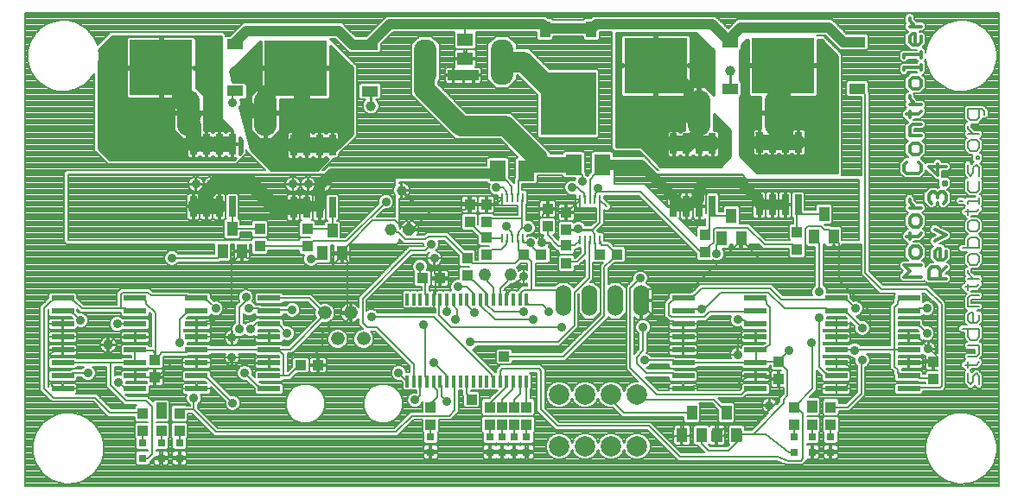
<source format=gbr>
G75*
G70*
%OFA0B0*%
%FSLAX24Y24*%
%IPPOS*%
%LPD*%
%AMOC8*
5,1,8,0,0,1.08239X$1,22.5*
%
%ADD10C,0.0120*%
%ADD11C,0.0060*%
%ADD12C,0.0525*%
%ADD13C,0.0787*%
%ADD14R,0.0394X0.0433*%
%ADD15R,0.2441X0.2126*%
%ADD16R,0.0630X0.0394*%
%ADD17R,0.0394X0.0551*%
%ADD18R,0.0866X0.0197*%
%ADD19R,0.0433X0.0394*%
%ADD20C,0.0480*%
%ADD21R,0.0118X0.0453*%
%ADD22R,0.0100X0.0370*%
%ADD23O,0.0600X0.1200*%
%ADD24R,0.0260X0.0800*%
%ADD25R,0.0630X0.0787*%
%ADD26OC8,0.0460*%
%ADD27C,0.0460*%
%ADD28O,0.0886X0.1772*%
%ADD29R,0.0315X0.0315*%
%ADD30R,0.2126X0.2441*%
%ADD31R,0.0394X0.0630*%
%ADD32R,0.0591X0.0512*%
%ADD33C,0.0079*%
%ADD34C,0.0098*%
%ADD35C,0.0354*%
%ADD36R,0.0394X0.0394*%
%ADD37C,0.0394*%
%ADD38C,0.0591*%
%ADD39C,0.0197*%
%ADD40C,0.0394*%
%ADD41C,0.0787*%
%ADD42C,0.0400*%
%ADD43C,0.0320*%
D10*
X037675Y010120D02*
X037898Y010342D01*
X037675Y010565D01*
X038343Y010565D01*
X038640Y010382D02*
X038751Y010494D01*
X038974Y010494D01*
X039085Y010382D01*
X039085Y010048D01*
X039308Y010048D02*
X038640Y010048D01*
X038640Y010382D01*
X038343Y010120D02*
X037675Y010120D01*
X038009Y010845D02*
X037898Y010956D01*
X037898Y011179D01*
X038009Y011290D01*
X038232Y011290D01*
X038343Y011179D01*
X038343Y010956D01*
X038232Y010845D01*
X038009Y010845D01*
X038863Y010885D02*
X038974Y010773D01*
X039197Y010773D01*
X039308Y010885D01*
X039308Y011107D01*
X039085Y011219D02*
X039085Y010773D01*
X038863Y010885D02*
X038863Y011107D01*
X038974Y011219D01*
X039085Y011219D01*
X038863Y011498D02*
X039308Y011721D01*
X038863Y011944D01*
X038343Y011792D02*
X038232Y011681D01*
X037787Y011681D01*
X037898Y011570D02*
X037898Y011792D01*
X038009Y012053D02*
X038232Y012053D01*
X038343Y012164D01*
X038343Y012387D01*
X038232Y012498D01*
X038009Y012498D01*
X037898Y012387D01*
X037898Y012164D01*
X038009Y012053D01*
X037898Y012778D02*
X038343Y012778D01*
X038121Y012778D02*
X037898Y013001D01*
X037898Y013112D01*
X038640Y013060D02*
X038751Y012948D01*
X038640Y013060D02*
X038640Y013282D01*
X038751Y013394D01*
X038863Y013394D01*
X038974Y013282D01*
X039085Y013394D01*
X039197Y013394D01*
X039308Y013282D01*
X039308Y013060D01*
X039197Y012948D01*
X038974Y013171D02*
X038974Y013282D01*
X039197Y013673D02*
X039197Y013785D01*
X039308Y013785D01*
X039308Y013673D01*
X039197Y013673D01*
X038974Y014036D02*
X038974Y014481D01*
X039308Y014370D02*
X038640Y014370D01*
X038974Y014036D01*
X038343Y014218D02*
X038343Y014441D01*
X038232Y014552D01*
X038232Y014832D02*
X038343Y014943D01*
X038343Y015166D01*
X038232Y015277D01*
X038009Y015277D01*
X037898Y015166D01*
X037898Y014943D01*
X038009Y014832D01*
X038232Y014832D01*
X037787Y014552D02*
X037675Y014441D01*
X037675Y014218D01*
X037787Y014107D01*
X038232Y014107D01*
X038343Y014218D01*
X038343Y015557D02*
X037898Y015557D01*
X037898Y015891D01*
X038009Y016002D01*
X038343Y016002D01*
X038232Y016393D02*
X037787Y016393D01*
X037898Y016282D02*
X037898Y016505D01*
X037898Y016766D02*
X038343Y016766D01*
X038121Y016766D02*
X037898Y016988D01*
X037898Y017099D01*
X038009Y017370D02*
X037898Y017481D01*
X037898Y017704D01*
X038009Y017815D01*
X038232Y017815D01*
X038343Y017704D01*
X038343Y017481D01*
X038232Y017370D01*
X038009Y017370D01*
X037675Y018095D02*
X037675Y018206D01*
X038343Y018206D01*
X038343Y018095D02*
X038343Y018317D01*
X038343Y018578D02*
X038343Y018801D01*
X038343Y018689D02*
X037675Y018689D01*
X037675Y018578D01*
X038009Y019061D02*
X037898Y019173D01*
X037898Y019395D01*
X038009Y019507D01*
X038121Y019507D01*
X038121Y019061D01*
X038232Y019061D02*
X038009Y019061D01*
X038232Y019061D02*
X038343Y019173D01*
X038343Y019395D01*
X038343Y019786D02*
X037898Y019786D01*
X038121Y019786D02*
X037898Y020009D01*
X037898Y020120D01*
X038343Y016505D02*
X038232Y016393D01*
X039308Y010494D02*
X039085Y010271D01*
D11*
X040040Y009722D02*
X040467Y009722D01*
X040574Y009829D01*
X040574Y010045D02*
X040147Y010045D01*
X040361Y010045D02*
X040147Y010259D01*
X040147Y010365D01*
X040254Y010582D02*
X040467Y010582D01*
X040574Y010689D01*
X040574Y010903D01*
X040467Y011009D01*
X040254Y011009D01*
X040147Y010903D01*
X040147Y010689D01*
X040254Y010582D01*
X040147Y011227D02*
X040147Y011547D01*
X040254Y011654D01*
X040467Y011654D01*
X040574Y011547D01*
X040574Y011227D01*
X039934Y011227D01*
X040254Y011871D02*
X040467Y011871D01*
X040574Y011978D01*
X040574Y012192D01*
X040467Y012298D01*
X040254Y012298D01*
X040147Y012192D01*
X040147Y011978D01*
X040254Y011871D01*
X040147Y012516D02*
X040147Y012729D01*
X040040Y012623D02*
X040467Y012623D01*
X040574Y012729D01*
X040574Y012946D02*
X040574Y013159D01*
X040574Y013052D02*
X040147Y013052D01*
X040147Y012946D01*
X039934Y013052D02*
X039827Y013052D01*
X040254Y013375D02*
X040467Y013375D01*
X040574Y013482D01*
X040574Y013802D01*
X040574Y014020D02*
X040574Y014340D01*
X040467Y014447D01*
X040361Y014340D01*
X040361Y014127D01*
X040254Y014020D01*
X040147Y014127D01*
X040147Y014447D01*
X040467Y014664D02*
X040467Y014771D01*
X040574Y014771D01*
X040574Y014664D01*
X040467Y014664D01*
X040467Y014987D02*
X040574Y015093D01*
X040574Y015307D01*
X040467Y015414D01*
X040254Y015414D01*
X040147Y015307D01*
X040147Y015093D01*
X040254Y014987D01*
X040467Y014987D01*
X040361Y015631D02*
X040147Y015845D01*
X040147Y015951D01*
X040254Y016168D02*
X040467Y016168D01*
X040574Y016275D01*
X040574Y016595D01*
X040681Y016595D02*
X040147Y016595D01*
X040147Y016275D01*
X040254Y016168D01*
X040788Y016382D02*
X040788Y016488D01*
X040681Y016595D01*
X040574Y015631D02*
X040147Y015631D01*
X040147Y013802D02*
X040147Y013482D01*
X040254Y013375D01*
X040147Y009829D02*
X040147Y009616D01*
X040254Y009398D02*
X040574Y009398D01*
X040254Y009398D02*
X040147Y009291D01*
X040147Y008971D01*
X040574Y008971D01*
X040361Y008754D02*
X040361Y008326D01*
X040467Y008326D02*
X040254Y008326D01*
X040147Y008433D01*
X040147Y008647D01*
X040254Y008754D01*
X040361Y008754D01*
X040574Y008647D02*
X040574Y008433D01*
X040467Y008326D01*
X040574Y008109D02*
X039934Y008109D01*
X040147Y008109D02*
X040147Y007789D01*
X040254Y007682D01*
X040467Y007682D01*
X040574Y007789D01*
X040574Y008109D01*
X040574Y007464D02*
X040147Y007464D01*
X040574Y007464D02*
X040574Y007144D01*
X040467Y007037D01*
X040147Y007037D01*
X040147Y006821D02*
X040147Y006608D01*
X040040Y006714D02*
X040467Y006714D01*
X040574Y006821D01*
X040467Y006390D02*
X040361Y006283D01*
X040361Y006070D01*
X040254Y005963D01*
X040147Y006070D01*
X040147Y006390D01*
X040467Y006390D02*
X040574Y006283D01*
X040574Y005963D01*
D12*
X016840Y007723D03*
X015840Y007723D03*
X015340Y008723D03*
X016340Y008723D03*
D13*
X024391Y005571D03*
X025391Y005571D03*
X026391Y005571D03*
X027391Y005571D03*
X027391Y003575D03*
X026391Y003575D03*
X025391Y003575D03*
X024391Y003575D03*
D14*
X023124Y004417D03*
X022651Y004417D03*
X022179Y004417D03*
X021706Y004417D03*
X021706Y005087D03*
X022179Y005087D03*
X022651Y005087D03*
X023124Y005087D03*
X019423Y005087D03*
X019423Y004417D03*
X009738Y004181D03*
X009029Y004181D03*
X008321Y004181D03*
X008321Y004851D03*
X009029Y004851D03*
X009738Y004851D03*
X008785Y006232D03*
X008785Y006902D03*
X012840Y011309D03*
X012840Y011979D03*
X014671Y011959D03*
X014671Y011290D03*
X020834Y010841D03*
X021575Y010961D03*
X021575Y011630D03*
X021571Y012238D03*
X020935Y012250D03*
X020935Y012919D03*
X021571Y012908D03*
X023939Y012729D03*
X024655Y012599D03*
X024655Y011929D03*
X023939Y012059D03*
X024657Y011321D03*
X024657Y010652D03*
X020834Y010171D03*
X030002Y011085D03*
X030002Y011754D03*
X033557Y011825D03*
X033557Y011156D03*
X032850Y006845D03*
X032850Y006175D03*
X033439Y005087D03*
X034147Y005087D03*
X034856Y005087D03*
X034856Y004417D03*
X034147Y004417D03*
X033439Y004417D03*
X038811Y006181D03*
X038811Y006851D03*
D15*
X033014Y018278D03*
X028100Y018278D03*
X014212Y018177D03*
X009017Y018201D03*
D16*
X011891Y019099D03*
X011891Y017303D03*
X017086Y017280D03*
X017086Y019075D03*
X030974Y019175D03*
X030974Y017380D03*
X035888Y017380D03*
X035888Y019175D03*
D17*
X034596Y012541D03*
X034222Y011675D03*
X034970Y011675D03*
X031401Y011612D03*
X030653Y011612D03*
X031027Y012479D03*
X030840Y004870D03*
X029502Y004870D03*
X029876Y004004D03*
X030466Y004004D03*
X031214Y004004D03*
X029128Y004004D03*
X016010Y011026D03*
X015262Y011026D03*
X015636Y011892D03*
X012147Y011106D03*
X011399Y011106D03*
X011773Y011973D03*
D18*
X010395Y009297D03*
X010395Y008801D03*
X010395Y008301D03*
X010395Y007801D03*
X010395Y007297D03*
X010395Y006801D03*
X010395Y006301D03*
X010395Y005801D03*
X008025Y005797D03*
X008025Y006297D03*
X008025Y006797D03*
X008025Y007297D03*
X008025Y007797D03*
X008025Y008297D03*
X008025Y008797D03*
X008025Y009297D03*
X005230Y009297D03*
X005230Y008801D03*
X005230Y008301D03*
X005230Y007801D03*
X005230Y007297D03*
X005230Y006801D03*
X005230Y006301D03*
X005230Y005801D03*
X013191Y005797D03*
X013191Y006297D03*
X013191Y006797D03*
X013191Y007297D03*
X013191Y007797D03*
X013191Y008297D03*
X013191Y008797D03*
X013191Y009297D03*
X029167Y009297D03*
X029167Y008801D03*
X029167Y008301D03*
X029167Y007801D03*
X029167Y007297D03*
X029167Y006801D03*
X029167Y006301D03*
X029167Y005801D03*
X031962Y005797D03*
X031962Y006297D03*
X031962Y006797D03*
X031962Y007297D03*
X031962Y007797D03*
X031962Y008297D03*
X031962Y008797D03*
X031962Y009297D03*
X035073Y009297D03*
X035073Y008801D03*
X035073Y008301D03*
X035073Y007801D03*
X035073Y007297D03*
X035073Y006801D03*
X035073Y006301D03*
X035073Y005801D03*
X037868Y005797D03*
X037868Y006297D03*
X037868Y006797D03*
X037868Y007297D03*
X037868Y007797D03*
X037868Y008297D03*
X037868Y008797D03*
X037868Y009297D03*
D19*
X026624Y010973D03*
X025954Y010973D03*
X023695Y010961D03*
X023025Y010961D03*
X019777Y010059D03*
X019108Y010059D03*
X015075Y006703D03*
X014405Y006703D03*
D20*
X021496Y010195D03*
X022496Y010195D03*
D21*
X022610Y009252D03*
X022354Y009252D03*
X022098Y009252D03*
X021842Y009252D03*
X021586Y009252D03*
X021330Y009252D03*
X021075Y009252D03*
X020819Y009252D03*
X020563Y009252D03*
X020307Y009252D03*
X020051Y009252D03*
X019795Y009252D03*
X019539Y009252D03*
X019283Y009252D03*
X019027Y009252D03*
X018771Y009252D03*
X018516Y009252D03*
X022866Y009252D03*
X023122Y009252D03*
X023122Y006083D03*
X022866Y006083D03*
X022610Y006083D03*
X022354Y006083D03*
X022098Y006083D03*
X021842Y006083D03*
X021586Y006083D03*
X021330Y006083D03*
X021075Y006083D03*
X020819Y006083D03*
X020563Y006083D03*
X020307Y006083D03*
X020051Y006083D03*
X019795Y006083D03*
X019539Y006083D03*
X019283Y006083D03*
X019027Y006083D03*
X018771Y006083D03*
X018516Y006083D03*
D22*
X022185Y011612D03*
X022382Y011612D03*
X022579Y011612D03*
X022776Y011612D03*
X022973Y011612D03*
X025170Y011525D03*
X025367Y011525D03*
X025564Y011525D03*
X025761Y011525D03*
X025958Y011525D03*
X025958Y013090D03*
X025761Y013090D03*
X025564Y013090D03*
X025367Y013090D03*
X025170Y013090D03*
X022973Y013176D03*
X022776Y013176D03*
X022579Y013176D03*
X022382Y013176D03*
X022185Y013176D03*
D23*
X024547Y009199D03*
X025547Y009199D03*
X026547Y009199D03*
X027547Y009199D03*
D24*
X028791Y012837D03*
X029291Y012837D03*
X029791Y012837D03*
X030291Y012837D03*
X032106Y012896D03*
X032606Y012896D03*
X033106Y012896D03*
X033606Y012896D03*
X030291Y015257D03*
X029791Y015257D03*
X029291Y015257D03*
X028791Y015257D03*
X032106Y015316D03*
X032606Y015316D03*
X033106Y015316D03*
X033606Y015316D03*
X015638Y015214D03*
X015138Y015214D03*
X014638Y015214D03*
X014138Y015214D03*
X011775Y015246D03*
X011275Y015246D03*
X010775Y015246D03*
X010275Y015246D03*
X010275Y012826D03*
X010775Y012826D03*
X011275Y012826D03*
X011775Y012826D03*
X014138Y012794D03*
X014638Y012794D03*
X015138Y012794D03*
X015638Y012794D03*
D25*
X022017Y014213D03*
X023120Y014213D03*
X024949Y014449D03*
X026051Y014449D03*
D26*
X018592Y011929D03*
D27*
X017892Y011929D03*
D28*
X013045Y016445D03*
X010092Y016445D03*
X019226Y018414D03*
X022179Y018414D03*
X029777Y016445D03*
X032730Y016445D03*
D29*
X033439Y003945D03*
X034147Y003945D03*
X034856Y003945D03*
X034856Y003354D03*
X034147Y003354D03*
X033439Y003354D03*
X023124Y003354D03*
X022651Y003354D03*
X022179Y003354D03*
X021706Y003354D03*
X021706Y003945D03*
X022179Y003945D03*
X022651Y003945D03*
X023124Y003945D03*
X019423Y003945D03*
X019423Y003354D03*
X009738Y003118D03*
X009029Y003118D03*
X008321Y003118D03*
X008321Y003709D03*
X009029Y003709D03*
X009738Y003709D03*
D30*
X024730Y016807D03*
D31*
X023832Y019681D03*
X025628Y019681D03*
D32*
X020758Y019280D03*
X020758Y018532D03*
D33*
X003793Y002036D02*
X041352Y002036D01*
X041352Y020303D01*
X003793Y020303D01*
X003793Y002036D01*
X003793Y002043D02*
X041352Y002043D01*
X041352Y002120D02*
X040034Y002120D01*
X040052Y002121D02*
X040052Y002121D01*
X040176Y002141D01*
X040298Y002172D01*
X040416Y002215D01*
X040416Y002215D01*
X040530Y002267D01*
X040530Y002267D01*
X040639Y002330D01*
X040742Y002402D01*
X040837Y002484D01*
X040925Y002574D01*
X041004Y002671D01*
X041074Y002775D01*
X041135Y002886D01*
X041185Y003001D01*
X041224Y003120D01*
X041252Y003242D01*
X041269Y003367D01*
X041275Y003492D01*
X041269Y003618D01*
X041252Y003742D01*
X041224Y003864D01*
X041224Y003865D01*
X041185Y003984D01*
X041135Y004099D01*
X041074Y004209D01*
X041004Y004313D01*
X041004Y004313D01*
X040925Y004411D01*
X040837Y004501D01*
X040742Y004582D01*
X040742Y004582D01*
X040639Y004655D01*
X040530Y004717D01*
X040416Y004770D01*
X040298Y004812D01*
X040298Y004812D01*
X040176Y004843D01*
X040052Y004863D01*
X039927Y004872D01*
X039927Y004872D01*
X039801Y004869D01*
X039676Y004855D01*
X039554Y004829D01*
X039553Y004829D01*
X039433Y004792D01*
X039317Y004745D01*
X039206Y004687D01*
X039206Y004687D01*
X039100Y004620D01*
X039001Y004542D01*
X038909Y004457D01*
X038825Y004363D01*
X038750Y004262D01*
X038685Y004155D01*
X038630Y004042D01*
X038585Y003925D01*
X038551Y003804D01*
X038528Y003680D01*
X038517Y003555D01*
X038517Y003429D01*
X038528Y003304D01*
X038551Y003181D01*
X038551Y003181D01*
X038585Y003060D01*
X038630Y002943D01*
X038630Y002943D01*
X038685Y002830D01*
X038685Y002830D01*
X038750Y002722D01*
X038825Y002622D01*
X038825Y002621D01*
X038909Y002528D01*
X039001Y002442D01*
X039100Y002365D01*
X039206Y002297D01*
X039317Y002240D01*
X039433Y002192D01*
X039433Y002192D01*
X039553Y002156D01*
X039554Y002156D01*
X039676Y002130D01*
X039676Y002130D01*
X039801Y002116D01*
X039927Y002113D01*
X040052Y002121D01*
X039927Y002113D02*
X039927Y002113D01*
X039801Y002116D02*
X039801Y002116D01*
X039762Y002120D02*
X005585Y002120D01*
X005603Y002121D02*
X005603Y002121D01*
X005478Y002113D01*
X005478Y002113D01*
X005352Y002116D01*
X005352Y002116D01*
X005228Y002130D01*
X005228Y002130D01*
X005105Y002156D01*
X005105Y002156D01*
X004985Y002192D01*
X004985Y002192D01*
X004868Y002240D01*
X004868Y002240D01*
X004757Y002297D01*
X004757Y002297D01*
X004651Y002365D01*
X004651Y002365D01*
X004552Y002442D01*
X004552Y002442D01*
X004460Y002528D01*
X004460Y002528D01*
X004376Y002621D01*
X004376Y002622D01*
X004302Y002722D01*
X004302Y002722D01*
X004236Y002830D01*
X004181Y002943D01*
X004136Y003060D01*
X004102Y003181D01*
X004080Y003304D01*
X004068Y003429D01*
X004068Y003555D01*
X004080Y003680D01*
X004102Y003804D01*
X004136Y003925D01*
X004181Y004042D01*
X004236Y004155D01*
X004236Y004155D01*
X004302Y004262D01*
X004302Y004262D01*
X004376Y004363D01*
X004376Y004363D01*
X004460Y004457D01*
X004460Y004457D01*
X004552Y004542D01*
X004552Y004542D01*
X004651Y004620D01*
X004651Y004620D01*
X004757Y004687D01*
X004757Y004687D01*
X004868Y004745D01*
X004868Y004745D01*
X004985Y004792D01*
X004985Y004792D01*
X005105Y004829D01*
X005105Y004829D01*
X005228Y004855D01*
X005228Y004855D01*
X005352Y004869D01*
X005352Y004869D01*
X005478Y004872D01*
X005478Y004872D01*
X005603Y004863D01*
X005603Y004863D01*
X005727Y004843D01*
X005727Y004843D01*
X005849Y004812D01*
X005849Y004812D01*
X005967Y004770D01*
X005967Y004770D01*
X006081Y004717D01*
X006081Y004717D01*
X006190Y004655D01*
X006190Y004655D01*
X006293Y004582D01*
X006293Y004582D01*
X006388Y004501D01*
X006388Y004501D01*
X006476Y004411D01*
X006476Y004411D01*
X006555Y004313D01*
X006555Y004313D01*
X006626Y004209D01*
X006626Y004209D01*
X006686Y004099D01*
X006686Y004099D01*
X006736Y003984D01*
X006775Y003865D01*
X006804Y003742D01*
X006821Y003618D01*
X006826Y003492D01*
X006821Y003367D01*
X006804Y003242D01*
X006775Y003120D01*
X006736Y003001D01*
X006736Y003001D01*
X006686Y002886D01*
X006686Y002886D01*
X006626Y002775D01*
X006626Y002775D01*
X006555Y002671D01*
X006555Y002671D01*
X006476Y002574D01*
X006476Y002574D01*
X006388Y002484D01*
X006388Y002484D01*
X006293Y002402D01*
X006293Y002402D01*
X006190Y002330D01*
X006190Y002330D01*
X006081Y002267D01*
X006081Y002267D01*
X005967Y002215D01*
X005967Y002215D01*
X005849Y002172D01*
X005849Y002172D01*
X005727Y002141D01*
X005727Y002141D01*
X005603Y002121D01*
X005313Y002120D02*
X003793Y002120D01*
X003793Y002197D02*
X004971Y002197D01*
X004800Y002275D02*
X003793Y002275D01*
X003793Y002352D02*
X004671Y002352D01*
X004568Y002429D02*
X003793Y002429D01*
X003793Y002507D02*
X004483Y002507D01*
X004460Y002528D02*
X004460Y002528D01*
X004410Y002584D02*
X003793Y002584D01*
X003793Y002661D02*
X004347Y002661D01*
X004292Y002738D02*
X003793Y002738D01*
X003793Y002816D02*
X004245Y002816D01*
X004205Y002893D02*
X003793Y002893D01*
X003793Y002970D02*
X004170Y002970D01*
X004141Y003048D02*
X003793Y003048D01*
X003793Y003125D02*
X004118Y003125D01*
X004098Y003202D02*
X003793Y003202D01*
X003793Y003279D02*
X004084Y003279D01*
X004075Y003357D02*
X003793Y003357D01*
X003793Y003434D02*
X004068Y003434D01*
X004068Y003511D02*
X003793Y003511D01*
X003793Y003589D02*
X004071Y003589D01*
X004078Y003666D02*
X003793Y003666D01*
X003793Y003743D02*
X004091Y003743D01*
X004107Y003820D02*
X003793Y003820D01*
X003793Y003898D02*
X004129Y003898D01*
X004156Y003975D02*
X003793Y003975D01*
X003793Y004052D02*
X004186Y004052D01*
X004224Y004130D02*
X003793Y004130D01*
X003793Y004207D02*
X004268Y004207D01*
X004318Y004284D02*
X003793Y004284D01*
X003793Y004361D02*
X004375Y004361D01*
X004444Y004439D02*
X003793Y004439D01*
X003793Y004516D02*
X004523Y004516D01*
X004617Y004593D02*
X003793Y004593D01*
X003793Y004671D02*
X004731Y004671D01*
X004875Y004748D02*
X003793Y004748D01*
X003793Y004825D02*
X005092Y004825D01*
X004814Y005288D02*
X004722Y005380D01*
X004360Y005742D01*
X004360Y005872D01*
X004360Y008852D01*
X004360Y008983D01*
X004643Y009266D01*
X004679Y009302D01*
X004679Y009445D01*
X004748Y009514D01*
X005712Y009514D01*
X005781Y009445D01*
X005781Y009302D01*
X005817Y009266D01*
X006031Y009051D01*
X007313Y009051D01*
X007313Y009510D01*
X007405Y009602D01*
X007476Y009673D01*
X007606Y009673D01*
X008575Y009673D01*
X008667Y009581D01*
X008701Y009547D01*
X009901Y009547D01*
X009983Y009547D01*
X010031Y009547D01*
X010045Y009534D01*
X010138Y009514D01*
X010877Y009514D01*
X010947Y009445D01*
X010947Y009302D01*
X010982Y009266D01*
X011063Y009185D01*
X011073Y009189D01*
X011190Y009189D01*
X011299Y009144D01*
X011382Y009061D01*
X011427Y008953D01*
X011427Y008835D01*
X011382Y008727D01*
X011299Y008644D01*
X011190Y008599D01*
X011073Y008599D01*
X010964Y008644D01*
X010947Y008661D01*
X010947Y008654D01*
X010877Y008585D01*
X010150Y008585D01*
X010045Y008561D01*
X010002Y008518D01*
X010386Y008518D01*
X010386Y008311D01*
X010405Y008311D01*
X010405Y008518D01*
X010877Y008518D01*
X010947Y008449D01*
X010947Y008311D01*
X010406Y008311D01*
X010406Y008291D01*
X010947Y008291D01*
X010947Y008154D01*
X010877Y008085D01*
X010405Y008085D01*
X010405Y008291D01*
X010386Y008291D01*
X010386Y008085D01*
X009913Y008085D01*
X009903Y008095D01*
X009903Y008008D01*
X009913Y008018D01*
X010386Y008018D01*
X010386Y007811D01*
X010405Y007811D01*
X010405Y008018D01*
X010877Y008018D01*
X010947Y007949D01*
X010947Y007811D01*
X010406Y007811D01*
X010406Y007791D01*
X010947Y007791D01*
X010947Y007654D01*
X010877Y007585D01*
X010405Y007585D01*
X010405Y007791D01*
X010386Y007791D01*
X010386Y007585D01*
X010041Y007585D01*
X010041Y007514D01*
X010877Y007514D01*
X010931Y007461D01*
X012656Y007461D01*
X012709Y007514D01*
X013673Y007514D01*
X013710Y007476D01*
X013940Y007476D01*
X015004Y008540D01*
X014960Y008647D01*
X014960Y008798D01*
X014976Y008838D01*
X014677Y009138D01*
X013730Y009138D01*
X013673Y009081D01*
X012709Y009081D01*
X012640Y009150D01*
X012640Y009445D01*
X012709Y009514D01*
X013673Y009514D01*
X013734Y009453D01*
X014677Y009453D01*
X014807Y009453D01*
X015188Y009072D01*
X015265Y009103D01*
X015416Y009103D01*
X015556Y009045D01*
X015663Y008938D01*
X015721Y008798D01*
X015721Y008647D01*
X015663Y008507D01*
X015556Y008400D01*
X015416Y008342D01*
X015265Y008342D01*
X015255Y008346D01*
X014163Y007254D01*
X014163Y007254D01*
X014071Y007162D01*
X013898Y007162D01*
X013903Y007156D01*
X013903Y007025D01*
X013903Y006463D01*
X014071Y006630D01*
X014071Y006949D01*
X014140Y007018D01*
X014671Y007018D01*
X014740Y006949D01*
X014740Y006457D01*
X014809Y006388D01*
X015035Y006388D01*
X015035Y006663D01*
X015114Y006663D01*
X015114Y006388D01*
X015340Y006388D01*
X015409Y006457D01*
X015409Y006664D01*
X015114Y006664D01*
X015114Y006742D01*
X015409Y006742D01*
X015409Y006949D01*
X015340Y007018D01*
X015114Y007018D01*
X015114Y006742D01*
X015035Y006742D01*
X015035Y006664D01*
X014740Y006664D01*
X014740Y006457D01*
X014671Y006388D01*
X014274Y006388D01*
X014024Y006138D01*
X013893Y006138D01*
X013811Y006138D01*
X013730Y006138D01*
X013673Y006081D01*
X012797Y006081D01*
X012841Y006037D01*
X012945Y006014D01*
X013673Y006014D01*
X013742Y005945D01*
X013742Y005650D01*
X013673Y005581D01*
X012709Y005581D01*
X012640Y005650D01*
X012640Y005793D01*
X012604Y005829D01*
X012318Y006114D01*
X012309Y006110D01*
X012191Y006110D01*
X012082Y006155D01*
X011999Y006238D01*
X011954Y006347D01*
X011954Y006464D01*
X011999Y006573D01*
X012082Y006656D01*
X012191Y006701D01*
X012309Y006701D01*
X012417Y006656D01*
X012500Y006573D01*
X012545Y006464D01*
X012545Y006347D01*
X012541Y006337D01*
X012640Y006239D01*
X012640Y006445D01*
X012709Y006514D01*
X013588Y006514D01*
X013588Y006581D01*
X013201Y006581D01*
X013201Y006787D01*
X013181Y006787D01*
X013181Y006581D01*
X012709Y006581D01*
X012640Y006650D01*
X012640Y006787D01*
X013181Y006787D01*
X013181Y006807D01*
X012640Y006807D01*
X012640Y006945D01*
X012709Y007014D01*
X013181Y007014D01*
X013181Y006807D01*
X013201Y006807D01*
X013201Y007014D01*
X013588Y007014D01*
X013588Y007025D01*
X013533Y007081D01*
X012709Y007081D01*
X012644Y007146D01*
X012022Y007146D01*
X012057Y007063D01*
X012057Y007014D01*
X011772Y007014D01*
X011772Y006994D01*
X012057Y006994D01*
X012057Y006945D01*
X012012Y006837D01*
X011929Y006754D01*
X011820Y006709D01*
X011771Y006709D01*
X011771Y006994D01*
X011752Y006994D01*
X011752Y006709D01*
X011703Y006709D01*
X011594Y006754D01*
X011511Y006837D01*
X011466Y006945D01*
X011466Y006994D01*
X011751Y006994D01*
X011751Y007014D01*
X011466Y007014D01*
X011466Y007063D01*
X011501Y007146D01*
X010942Y007146D01*
X010877Y007081D01*
X010150Y007081D01*
X010045Y007057D01*
X010031Y007043D01*
X009984Y007043D01*
X009901Y007043D01*
X009126Y007043D01*
X009100Y007018D01*
X009100Y006636D01*
X009031Y006567D01*
X008824Y006567D01*
X008824Y006272D01*
X008746Y006272D01*
X008746Y006567D01*
X008539Y006567D01*
X009031Y006567D01*
X009100Y006498D01*
X009100Y006272D01*
X008825Y006272D01*
X008825Y006193D01*
X009100Y006193D01*
X009100Y005967D01*
X009031Y005898D01*
X008824Y005898D01*
X008824Y006193D01*
X008746Y006193D01*
X008746Y005898D01*
X008576Y005898D01*
X008576Y005650D01*
X008507Y005581D01*
X007644Y005581D01*
X007732Y005492D01*
X008381Y005492D01*
X008512Y005492D01*
X008714Y005290D01*
X008714Y005313D01*
X008784Y005382D01*
X009275Y005382D01*
X009344Y005313D01*
X009344Y005116D01*
X009344Y004585D01*
X009275Y004516D01*
X008832Y004516D01*
X008832Y004516D01*
X009275Y004516D01*
X009492Y004516D01*
X009984Y004516D01*
X010539Y004516D01*
X010616Y004439D02*
X010053Y004439D01*
X010053Y004447D02*
X009984Y004516D01*
X010053Y004585D01*
X010053Y004831D01*
X010224Y004831D01*
X011090Y003965D01*
X011220Y003965D01*
X018150Y003965D01*
X018242Y004057D01*
X018780Y004595D01*
X019108Y004595D01*
X019108Y004152D01*
X019147Y004113D01*
X019147Y003739D01*
X019217Y003669D01*
X019629Y003669D01*
X019699Y003739D01*
X019699Y004113D01*
X019738Y004152D01*
X019738Y004595D01*
X020197Y004595D01*
X020289Y004687D01*
X020517Y004915D01*
X020517Y005046D01*
X020517Y005738D01*
X020661Y005738D01*
X020661Y005662D01*
X020661Y005540D01*
X020661Y005531D01*
X020683Y005510D01*
X020683Y005136D01*
X020752Y005067D01*
X021244Y005067D01*
X021313Y005136D01*
X021313Y005628D01*
X021244Y005697D01*
X020976Y005697D01*
X020976Y005738D01*
X021183Y005738D01*
X021203Y005758D01*
X021222Y005738D01*
X021438Y005738D01*
X021458Y005758D01*
X021478Y005738D01*
X021694Y005738D01*
X021714Y005758D01*
X021734Y005738D01*
X021950Y005738D01*
X021970Y005758D01*
X021990Y005738D01*
X021998Y005738D01*
X021681Y005421D01*
X021461Y005421D01*
X021391Y005352D01*
X021391Y004821D01*
X021461Y004752D01*
X021933Y004752D01*
X021461Y004752D01*
X021391Y004683D01*
X021391Y004152D01*
X021431Y004113D01*
X021431Y003739D01*
X021500Y003669D01*
X021913Y003669D01*
X021943Y003699D01*
X021972Y003669D01*
X022385Y003669D01*
X022415Y003699D01*
X022445Y003669D01*
X022858Y003669D01*
X022888Y003699D01*
X022917Y003669D01*
X023330Y003669D01*
X023399Y003739D01*
X023399Y004113D01*
X023439Y004152D01*
X023439Y004683D01*
X023370Y004752D01*
X023439Y004821D01*
X023439Y005352D01*
X023370Y005421D01*
X023281Y005421D01*
X023281Y005790D01*
X023299Y005808D01*
X023299Y006358D01*
X023251Y006406D01*
X023517Y006406D01*
X023517Y005054D01*
X023517Y004923D01*
X024147Y004293D01*
X024240Y004201D01*
X027783Y004201D01*
X028872Y003112D01*
X028964Y003020D01*
X032779Y003020D01*
X033114Y002886D01*
X033137Y002862D01*
X033172Y002862D01*
X033217Y002862D01*
X033649Y002862D01*
X033780Y002862D01*
X033858Y002941D01*
X033951Y003033D01*
X033951Y003079D01*
X034108Y003079D01*
X034108Y003315D01*
X034187Y003315D01*
X034187Y003394D01*
X034423Y003394D01*
X034423Y003561D01*
X034354Y003630D01*
X034187Y003630D01*
X034187Y003394D01*
X034108Y003394D01*
X034108Y003630D01*
X033951Y003630D01*
X033951Y003669D01*
X034354Y003669D01*
X034423Y003739D01*
X034423Y004113D01*
X034462Y004152D01*
X034462Y004683D01*
X034393Y004752D01*
X033951Y004752D01*
X034393Y004752D01*
X034462Y004821D01*
X034462Y004900D01*
X034462Y005392D01*
X034393Y005461D01*
X034035Y005461D01*
X034213Y005638D01*
X034305Y005730D01*
X034305Y006514D01*
X034486Y006333D01*
X034521Y006297D01*
X034521Y006154D01*
X034591Y006085D01*
X035555Y006085D01*
X035624Y006154D01*
X035624Y006449D01*
X035555Y006518D01*
X034827Y006518D01*
X034722Y006541D01*
X034679Y006585D01*
X035063Y006585D01*
X035063Y006791D01*
X035082Y006791D01*
X035082Y006585D01*
X035555Y006585D01*
X035624Y006654D01*
X035624Y006791D01*
X035083Y006791D01*
X035083Y006811D01*
X035624Y006811D01*
X035624Y006949D01*
X035555Y007018D01*
X035082Y007018D01*
X035082Y006811D01*
X035063Y006811D01*
X035063Y007018D01*
X034591Y007018D01*
X034573Y007000D01*
X034573Y007099D01*
X034591Y007081D01*
X035543Y007081D01*
X035602Y007021D01*
X035711Y006977D01*
X035783Y006977D01*
X035773Y006953D01*
X035773Y006835D01*
X035818Y006727D01*
X035880Y006665D01*
X035880Y005683D01*
X035440Y005244D01*
X035171Y005244D01*
X035171Y005352D01*
X035102Y005421D01*
X034610Y005421D01*
X034541Y005352D01*
X034541Y004821D01*
X034610Y004752D01*
X035102Y004752D01*
X035171Y004821D01*
X035171Y004929D01*
X035440Y004929D01*
X035571Y004929D01*
X036102Y005461D01*
X036195Y005553D01*
X036195Y006626D01*
X036236Y006644D01*
X036319Y006727D01*
X036364Y006835D01*
X036364Y006953D01*
X036319Y007061D01*
X036236Y007144D01*
X036232Y007146D01*
X037155Y007146D01*
X037155Y006585D01*
X037248Y006492D01*
X037281Y006459D01*
X037281Y006455D01*
X037281Y006325D01*
X037317Y006289D01*
X037317Y006150D01*
X037386Y006081D01*
X038113Y006081D01*
X038218Y006057D01*
X038232Y006043D01*
X038280Y006043D01*
X038362Y006043D01*
X038496Y006043D01*
X038496Y006004D01*
X038362Y006004D01*
X038360Y006004D01*
X038350Y006014D01*
X037386Y006014D01*
X037317Y005945D01*
X037317Y005650D01*
X037386Y005581D01*
X038350Y005581D01*
X038419Y005650D01*
X038419Y005689D01*
X039134Y005689D01*
X039197Y005752D01*
X039289Y005844D01*
X039289Y008994D01*
X039289Y009124D01*
X038706Y009707D01*
X038614Y009799D01*
X036882Y009799D01*
X036352Y010329D01*
X036352Y011282D01*
X036352Y017120D01*
X036352Y017250D01*
X036321Y017282D01*
X036321Y017626D01*
X036251Y017695D01*
X035524Y017695D01*
X035454Y017626D01*
X035454Y017134D01*
X035524Y017065D01*
X036037Y017065D01*
X036037Y014030D01*
X036024Y014043D01*
X035893Y014043D01*
X035282Y014043D01*
X035295Y014057D01*
X035295Y014195D01*
X035295Y018699D01*
X035197Y018797D01*
X034571Y019423D01*
X034432Y019423D01*
X034318Y019423D01*
X034312Y019429D01*
X034647Y019429D01*
X035216Y018860D01*
X035477Y018860D01*
X036018Y018860D01*
X036251Y018860D01*
X036321Y018930D01*
X036321Y019421D01*
X036251Y019490D01*
X036018Y019490D01*
X035477Y019490D01*
X034908Y020059D01*
X034647Y020059D01*
X031522Y020059D01*
X031261Y020059D01*
X030898Y019696D01*
X030604Y019991D01*
X030604Y020001D01*
X030420Y020185D01*
X025931Y020185D01*
X025670Y020185D01*
X025600Y020114D01*
X025382Y020114D01*
X025313Y020045D01*
X025313Y020028D01*
X024147Y020028D01*
X024147Y020045D01*
X024078Y020114D01*
X023955Y020114D01*
X023884Y020185D01*
X023623Y020185D01*
X020631Y020185D01*
X017718Y020185D01*
X017533Y020001D01*
X016930Y019398D01*
X016534Y019398D01*
X016185Y019747D01*
X016000Y019931D01*
X012457Y019931D01*
X012196Y019931D01*
X011733Y019469D01*
X011678Y019414D01*
X011528Y019414D01*
X011515Y019401D01*
X011515Y019467D01*
X011417Y019565D01*
X007062Y019565D01*
X006964Y019467D01*
X006564Y019066D01*
X006539Y019141D01*
X006489Y019256D01*
X006429Y019367D01*
X006429Y019367D01*
X006359Y019471D01*
X006279Y019568D01*
X006279Y019568D01*
X006192Y019658D01*
X006191Y019658D01*
X006096Y019740D01*
X005993Y019812D01*
X005885Y019875D01*
X005884Y019875D01*
X005771Y019927D01*
X005770Y019927D01*
X005652Y019970D01*
X005530Y020001D01*
X005406Y020021D01*
X005281Y020029D01*
X005156Y020026D01*
X005156Y020026D01*
X005031Y020012D01*
X005031Y020012D01*
X004908Y019986D01*
X004788Y019950D01*
X004671Y019902D01*
X004560Y019845D01*
X004454Y019777D01*
X004355Y019700D01*
X004355Y019700D01*
X004263Y019614D01*
X004179Y019521D01*
X004179Y019520D01*
X004105Y019420D01*
X004105Y019420D01*
X004039Y019312D01*
X003984Y019199D01*
X003939Y019082D01*
X003906Y018961D01*
X003883Y018838D01*
X003871Y018713D01*
X003871Y018587D01*
X003883Y018462D01*
X003906Y018338D01*
X003939Y018217D01*
X003984Y018100D01*
X004039Y017987D01*
X004105Y017880D01*
X004179Y017779D01*
X004179Y017779D01*
X004263Y017685D01*
X004355Y017600D01*
X004454Y017522D01*
X004560Y017455D01*
X004671Y017397D01*
X004671Y017397D01*
X004788Y017350D01*
X004908Y017313D01*
X005031Y017287D01*
X005156Y017273D01*
X005281Y017270D01*
X005281Y017270D01*
X005406Y017279D01*
X005406Y017279D01*
X005530Y017299D01*
X005530Y017299D01*
X005652Y017330D01*
X005652Y017330D01*
X005770Y017372D01*
X005771Y017372D01*
X005884Y017425D01*
X005885Y017425D02*
X005993Y017487D01*
X006096Y017560D01*
X006191Y017641D01*
X006192Y017641D01*
X006279Y017731D01*
X006279Y017731D01*
X006359Y017829D01*
X006429Y017933D01*
X006449Y017969D01*
X006449Y014986D01*
X006547Y014888D01*
X006976Y014459D01*
X007114Y014459D01*
X011898Y014459D01*
X011996Y014557D01*
X012311Y014872D01*
X012413Y014872D01*
X012311Y014872D02*
X012311Y015010D01*
X012311Y015043D01*
X012319Y015014D01*
X012319Y014966D01*
X013045Y014240D01*
X005512Y014240D01*
X005381Y014240D01*
X005289Y014148D01*
X005289Y011459D01*
X005381Y011366D01*
X005512Y011366D01*
X011084Y011366D01*
X011084Y010996D01*
X009701Y010996D01*
X009697Y011006D01*
X009614Y011089D01*
X009505Y011134D01*
X009388Y011134D01*
X009279Y011089D01*
X009196Y011006D01*
X009151Y010897D01*
X009151Y010780D01*
X009196Y010671D01*
X009279Y010588D01*
X009388Y010543D01*
X009505Y010543D01*
X009614Y010588D01*
X009697Y010671D01*
X009701Y010681D01*
X011145Y010681D01*
X011276Y010681D01*
X011307Y010713D01*
X011645Y010713D01*
X011714Y010782D01*
X011714Y011366D01*
X011832Y011366D01*
X011832Y011146D01*
X012108Y011146D01*
X012108Y011067D01*
X012187Y011067D01*
X012187Y011146D01*
X012462Y011146D01*
X012462Y011366D01*
X012525Y011366D01*
X012525Y011044D01*
X012595Y010975D01*
X013086Y010975D01*
X013155Y011044D01*
X013155Y011154D01*
X014356Y011154D01*
X014356Y011024D01*
X014425Y010955D01*
X014543Y010955D01*
X014506Y010866D01*
X014506Y010748D01*
X014551Y010640D01*
X014634Y010557D01*
X014742Y010512D01*
X014860Y010512D01*
X014968Y010557D01*
X015043Y010632D01*
X015507Y010632D01*
X015576Y010701D01*
X015576Y011335D01*
X015695Y011335D01*
X015695Y011065D01*
X015970Y011065D01*
X015970Y010986D01*
X016049Y010986D01*
X016049Y010632D01*
X016255Y010632D01*
X016325Y010701D01*
X016325Y010986D01*
X016049Y010986D01*
X016049Y011065D01*
X016325Y011065D01*
X016325Y011350D01*
X016308Y011366D01*
X018110Y011366D01*
X018202Y011459D01*
X018202Y011577D01*
X018273Y011506D01*
X018366Y011414D01*
X019159Y011414D01*
X019159Y011315D01*
X019163Y011306D01*
X019145Y011288D01*
X018720Y011288D01*
X018590Y011288D01*
X016740Y009437D01*
X016647Y009345D01*
X016647Y008954D01*
X016556Y009045D01*
X016416Y009103D01*
X016380Y009103D01*
X016380Y008762D01*
X016301Y008762D01*
X016301Y009103D01*
X016265Y009103D01*
X016125Y009045D01*
X016018Y008938D01*
X015960Y008798D01*
X015960Y008762D01*
X016301Y008762D01*
X016301Y008683D01*
X016380Y008683D01*
X016380Y008342D01*
X016416Y008342D01*
X016556Y008400D01*
X016647Y008491D01*
X016647Y008400D01*
X016647Y008270D01*
X016814Y008103D01*
X016765Y008103D01*
X016625Y008045D01*
X016518Y007938D01*
X016460Y007798D01*
X016460Y007647D01*
X016518Y007507D01*
X016625Y007400D01*
X016765Y007342D01*
X016916Y007342D01*
X017056Y007400D01*
X017163Y007507D01*
X017221Y007647D01*
X017221Y007798D01*
X017163Y007938D01*
X017101Y008000D01*
X017271Y008000D01*
X018616Y006655D01*
X018616Y006427D01*
X018490Y006427D01*
X018490Y006464D01*
X018445Y006573D01*
X018362Y006656D01*
X018253Y006701D01*
X018136Y006701D01*
X018027Y006656D01*
X017944Y006573D01*
X017899Y006464D01*
X017899Y006347D01*
X017944Y006238D01*
X018027Y006155D01*
X018136Y006110D01*
X018253Y006110D01*
X018263Y006114D01*
X018338Y006039D01*
X018338Y005808D01*
X018408Y005738D01*
X018623Y005738D01*
X018643Y005758D01*
X018663Y005738D01*
X018870Y005738D01*
X018870Y005654D01*
X018758Y005654D01*
X018649Y005609D01*
X018566Y005526D01*
X018521Y005417D01*
X018521Y005300D01*
X018566Y005191D01*
X018649Y005108D01*
X018758Y005063D01*
X018875Y005063D01*
X018984Y005108D01*
X019067Y005191D01*
X019108Y005290D01*
X019108Y004910D01*
X018780Y004910D01*
X018649Y004910D01*
X018019Y004280D01*
X011220Y004280D01*
X010447Y005054D01*
X010447Y005191D01*
X010456Y005195D01*
X010539Y005278D01*
X010584Y005386D01*
X010584Y005504D01*
X010551Y005585D01*
X010877Y005585D01*
X010947Y005654D01*
X010947Y005791D01*
X010406Y005791D01*
X010406Y005811D01*
X010947Y005811D01*
X010947Y005864D01*
X011502Y005309D01*
X011498Y005299D01*
X011498Y005182D01*
X011543Y005073D01*
X011626Y004990D01*
X011734Y004945D01*
X011852Y004945D01*
X011960Y004990D01*
X012043Y005073D01*
X012088Y005182D01*
X012088Y005299D01*
X012043Y005408D01*
X011960Y005491D01*
X011852Y005536D01*
X011734Y005536D01*
X011725Y005531D01*
X010982Y006274D01*
X010947Y006309D01*
X010947Y006449D01*
X010877Y006518D01*
X009913Y006518D01*
X009844Y006449D01*
X009844Y006154D01*
X009913Y006085D01*
X010653Y006085D01*
X010746Y006065D01*
X010793Y006018D01*
X010405Y006018D01*
X010405Y005811D01*
X010386Y005811D01*
X010386Y006018D01*
X009913Y006018D01*
X009844Y005949D01*
X009844Y005811D01*
X010385Y005811D01*
X010385Y005791D01*
X009844Y005791D01*
X009844Y005654D01*
X009913Y005585D01*
X010027Y005585D01*
X009994Y005504D01*
X009994Y005386D01*
X010039Y005278D01*
X010122Y005195D01*
X010132Y005191D01*
X010132Y005146D01*
X010023Y005146D01*
X009984Y005185D01*
X009492Y005185D01*
X009423Y005116D01*
X009423Y004585D01*
X009492Y004516D01*
X009423Y004447D01*
X009423Y003916D01*
X009462Y003876D01*
X009462Y003502D01*
X009532Y003433D01*
X009944Y003433D01*
X010014Y003502D01*
X010014Y003876D01*
X010053Y003916D01*
X010053Y004447D01*
X010053Y004361D02*
X010693Y004361D01*
X010771Y004284D02*
X010053Y004284D01*
X010053Y004207D02*
X010848Y004207D01*
X010925Y004130D02*
X010053Y004130D01*
X010053Y004052D02*
X011002Y004052D01*
X011080Y003975D02*
X010053Y003975D01*
X010035Y003898D02*
X019147Y003898D01*
X019147Y003975D02*
X018160Y003975D01*
X018237Y004052D02*
X019147Y004052D01*
X019130Y004130D02*
X018314Y004130D01*
X018392Y004207D02*
X019108Y004207D01*
X019108Y004284D02*
X018469Y004284D01*
X018546Y004361D02*
X019108Y004361D01*
X019108Y004439D02*
X018624Y004439D01*
X018701Y004516D02*
X019108Y004516D01*
X019108Y004593D02*
X018778Y004593D01*
X018714Y004752D02*
X018084Y004122D01*
X011155Y004122D01*
X010289Y004988D01*
X009876Y004988D01*
X009738Y004851D01*
X010053Y004825D02*
X010230Y004825D01*
X010307Y004748D02*
X010053Y004748D01*
X010053Y004671D02*
X010384Y004671D01*
X010461Y004593D02*
X010053Y004593D01*
X009984Y004516D02*
X009492Y004516D01*
X009423Y004593D02*
X009344Y004593D01*
X009344Y004671D02*
X009423Y004671D01*
X009423Y004748D02*
X009344Y004748D01*
X009344Y004825D02*
X009423Y004825D01*
X009423Y004902D02*
X009344Y004902D01*
X009344Y004980D02*
X009423Y004980D01*
X009423Y005057D02*
X009344Y005057D01*
X009344Y005134D02*
X009441Y005134D01*
X009344Y005212D02*
X010105Y005212D01*
X010034Y005289D02*
X009344Y005289D01*
X009291Y005366D02*
X010002Y005366D01*
X009994Y005443D02*
X008561Y005443D01*
X008638Y005366D02*
X008768Y005366D01*
X008675Y005106D02*
X008675Y003256D01*
X008517Y003099D01*
X008498Y003118D01*
X008321Y003118D01*
X008045Y003125D02*
X006776Y003125D01*
X006794Y003202D02*
X008045Y003202D01*
X008045Y003279D02*
X006809Y003279D01*
X006819Y003357D02*
X008077Y003357D01*
X008045Y003325D02*
X008045Y002912D01*
X008114Y002843D01*
X008527Y002843D01*
X008596Y002912D01*
X008596Y002955D01*
X008799Y003158D01*
X008990Y003158D01*
X008990Y003394D01*
X008832Y003394D01*
X008832Y003433D01*
X009236Y003433D01*
X009305Y003502D01*
X009305Y003876D01*
X009344Y003916D01*
X009344Y004447D01*
X009275Y004516D01*
X009344Y004439D02*
X009423Y004439D01*
X009423Y004361D02*
X009344Y004361D01*
X009344Y004284D02*
X009423Y004284D01*
X009423Y004207D02*
X009344Y004207D01*
X009344Y004130D02*
X009423Y004130D01*
X009423Y004052D02*
X009344Y004052D01*
X009344Y003975D02*
X009423Y003975D01*
X009441Y003898D02*
X009326Y003898D01*
X009305Y003820D02*
X009462Y003820D01*
X009462Y003743D02*
X009305Y003743D01*
X009305Y003666D02*
X009462Y003666D01*
X009462Y003589D02*
X009305Y003589D01*
X009305Y003511D02*
X009462Y003511D01*
X009531Y003434D02*
X009236Y003434D01*
X009236Y003394D02*
X009069Y003394D01*
X009069Y003158D01*
X008990Y003158D01*
X008990Y003079D01*
X008754Y003079D01*
X008754Y002912D01*
X008823Y002843D01*
X008990Y002843D01*
X008990Y003079D01*
X009069Y003079D01*
X009069Y003158D01*
X009305Y003158D01*
X009305Y003325D01*
X009236Y003394D01*
X009273Y003357D02*
X009494Y003357D01*
X009462Y003325D02*
X009462Y003158D01*
X009698Y003158D01*
X009698Y003079D01*
X009462Y003079D01*
X009462Y002912D01*
X009532Y002843D01*
X009699Y002843D01*
X009699Y003079D01*
X009777Y003079D01*
X009777Y002843D01*
X009944Y002843D01*
X010014Y002912D01*
X010014Y003079D01*
X009777Y003079D01*
X009777Y003158D01*
X009699Y003158D01*
X009699Y003394D01*
X009532Y003394D01*
X009462Y003325D01*
X009462Y003279D02*
X009305Y003279D01*
X009305Y003202D02*
X009462Y003202D01*
X009462Y003048D02*
X009305Y003048D01*
X009305Y003079D02*
X009069Y003079D01*
X009069Y002843D01*
X009236Y002843D01*
X009305Y002912D01*
X009305Y003079D01*
X009305Y002970D02*
X009462Y002970D01*
X009481Y002893D02*
X009286Y002893D01*
X009069Y002893D02*
X008990Y002893D01*
X008990Y002970D02*
X009069Y002970D01*
X009069Y003048D02*
X008990Y003048D01*
X008990Y003125D02*
X008766Y003125D01*
X008754Y003048D02*
X008689Y003048D01*
X008754Y002970D02*
X008612Y002970D01*
X008577Y002893D02*
X008773Y002893D01*
X009069Y003125D02*
X009698Y003125D01*
X009699Y003202D02*
X009777Y003202D01*
X009777Y003158D02*
X009777Y003394D01*
X009944Y003394D01*
X010014Y003325D01*
X010014Y003158D01*
X009777Y003158D01*
X009777Y003125D02*
X019171Y003125D01*
X019147Y003148D02*
X019217Y003079D01*
X019384Y003079D01*
X019384Y003315D01*
X019462Y003315D01*
X019462Y003079D01*
X019629Y003079D01*
X019699Y003148D01*
X019699Y003315D01*
X019462Y003315D01*
X019462Y003394D01*
X019384Y003394D01*
X019384Y003630D01*
X019217Y003630D01*
X019147Y003561D01*
X019147Y003394D01*
X019383Y003394D01*
X019383Y003315D01*
X019147Y003315D01*
X019147Y003148D01*
X019147Y003202D02*
X010014Y003202D01*
X010014Y003279D02*
X019147Y003279D01*
X019147Y003434D02*
X009945Y003434D01*
X009981Y003357D02*
X019383Y003357D01*
X019384Y003434D02*
X019462Y003434D01*
X019462Y003394D02*
X019462Y003630D01*
X019629Y003630D01*
X019699Y003561D01*
X019699Y003394D01*
X019462Y003394D01*
X019462Y003357D02*
X021667Y003357D01*
X021667Y003394D02*
X021667Y003315D01*
X021746Y003315D01*
X021746Y003394D01*
X021667Y003394D01*
X021667Y003630D01*
X021500Y003630D01*
X021431Y003561D01*
X021431Y003394D01*
X021667Y003394D01*
X021667Y003434D02*
X021746Y003434D01*
X021746Y003394D02*
X021746Y003630D01*
X021913Y003630D01*
X021943Y003600D01*
X021972Y003630D01*
X022140Y003630D01*
X022140Y003394D01*
X022218Y003394D01*
X022218Y003630D01*
X022385Y003630D01*
X022415Y003600D01*
X022445Y003630D01*
X022612Y003630D01*
X022612Y003394D01*
X022691Y003394D01*
X022848Y003394D01*
X023084Y003394D01*
X023084Y003315D01*
X022848Y003315D01*
X022691Y003315D01*
X022691Y003394D01*
X022691Y003630D01*
X022858Y003630D01*
X022888Y003600D01*
X022917Y003630D01*
X023084Y003630D01*
X023084Y003394D01*
X023163Y003394D01*
X023163Y003630D01*
X023330Y003630D01*
X023399Y003561D01*
X023399Y003394D01*
X023163Y003394D01*
X023163Y003315D01*
X023163Y003079D01*
X023330Y003079D01*
X023399Y003148D01*
X023399Y003315D01*
X023163Y003315D01*
X023084Y003315D01*
X023084Y003079D01*
X022917Y003079D01*
X022888Y003109D01*
X022858Y003079D01*
X022691Y003079D01*
X022691Y003315D01*
X022612Y003315D01*
X022612Y003079D01*
X022445Y003079D01*
X022415Y003109D01*
X022385Y003079D01*
X022218Y003079D01*
X022218Y003315D01*
X022140Y003315D01*
X022140Y003079D01*
X021972Y003079D01*
X021943Y003109D01*
X021913Y003079D01*
X021746Y003079D01*
X021746Y003315D01*
X021903Y003315D01*
X022139Y003315D01*
X022139Y003394D01*
X021903Y003394D01*
X021746Y003394D01*
X021746Y003357D02*
X022139Y003357D01*
X022140Y003434D02*
X022218Y003434D01*
X022218Y003394D02*
X022376Y003394D01*
X022612Y003394D01*
X022612Y003315D01*
X022376Y003315D01*
X022218Y003315D01*
X022218Y003394D01*
X022218Y003357D02*
X022612Y003357D01*
X022612Y003434D02*
X022691Y003434D01*
X022691Y003511D02*
X022612Y003511D01*
X022612Y003589D02*
X022691Y003589D01*
X022691Y003357D02*
X023084Y003357D01*
X023084Y003434D02*
X023163Y003434D01*
X023163Y003511D02*
X023084Y003511D01*
X023084Y003589D02*
X023163Y003589D01*
X023372Y003589D02*
X023880Y003589D01*
X023880Y003666D02*
X010014Y003666D01*
X010014Y003743D02*
X019147Y003743D01*
X019147Y003820D02*
X010014Y003820D01*
X010014Y003589D02*
X019175Y003589D01*
X019147Y003511D02*
X010014Y003511D01*
X009777Y003357D02*
X009699Y003357D01*
X009699Y003279D02*
X009777Y003279D01*
X009777Y003048D02*
X009699Y003048D01*
X009699Y002970D02*
X009777Y002970D01*
X009777Y002893D02*
X009699Y002893D01*
X009995Y002893D02*
X033096Y002893D01*
X033203Y003020D02*
X033714Y003020D01*
X033793Y003099D01*
X033793Y004831D01*
X033517Y005106D01*
X033498Y005087D01*
X033439Y005087D01*
X034147Y005795D01*
X034147Y007587D01*
X034132Y007587D01*
X034116Y007571D01*
X034573Y007603D02*
X034591Y007585D01*
X035063Y007585D01*
X035063Y007791D01*
X035082Y007791D01*
X035082Y007585D01*
X035555Y007585D01*
X035624Y007654D01*
X035624Y007791D01*
X035083Y007791D01*
X035083Y007811D01*
X035624Y007811D01*
X035624Y007949D01*
X035555Y008018D01*
X035082Y008018D01*
X035082Y007811D01*
X035063Y007811D01*
X035063Y008018D01*
X034591Y008018D01*
X034573Y008000D01*
X034573Y008103D01*
X034591Y008085D01*
X035063Y008085D01*
X035063Y008291D01*
X035082Y008291D01*
X035082Y008085D01*
X035555Y008085D01*
X035624Y008154D01*
X035624Y008291D01*
X035083Y008291D01*
X035083Y008311D01*
X035624Y008311D01*
X035624Y008360D01*
X035777Y008206D01*
X035773Y008197D01*
X035773Y008079D01*
X035818Y007971D01*
X035901Y007888D01*
X036010Y007843D01*
X036127Y007843D01*
X036236Y007888D01*
X036319Y007971D01*
X036364Y008079D01*
X036364Y008197D01*
X036319Y008305D01*
X036236Y008388D01*
X036127Y008433D01*
X036010Y008433D01*
X036000Y008429D01*
X035831Y008599D01*
X035868Y008599D01*
X035976Y008644D01*
X036059Y008727D01*
X036104Y008835D01*
X036104Y008953D01*
X036059Y009061D01*
X035976Y009144D01*
X035868Y009189D01*
X035750Y009189D01*
X035740Y009185D01*
X035659Y009266D01*
X035624Y009302D01*
X035624Y009445D01*
X035555Y009514D01*
X034710Y009514D01*
X034710Y009598D01*
X034665Y009707D01*
X034582Y009790D01*
X034573Y009794D01*
X034573Y011340D01*
X034573Y011366D01*
X034655Y011366D01*
X034655Y011351D01*
X034724Y011282D01*
X034931Y011282D01*
X034931Y011366D01*
X035009Y011366D01*
X035009Y011282D01*
X035216Y011282D01*
X035285Y011351D01*
X035285Y011366D01*
X036024Y011366D01*
X036037Y011380D01*
X036037Y011282D01*
X036037Y010329D01*
X036037Y010199D01*
X036751Y009484D01*
X036882Y009484D01*
X037356Y009484D01*
X037317Y009445D01*
X037317Y009302D01*
X037281Y009266D01*
X037281Y009140D01*
X037248Y009106D01*
X037248Y009106D01*
X037155Y009014D01*
X037155Y007461D01*
X035998Y007461D01*
X035937Y007522D01*
X035828Y007567D01*
X035711Y007567D01*
X035602Y007522D01*
X035574Y007494D01*
X035555Y007514D01*
X034591Y007514D01*
X034573Y007496D01*
X034573Y007603D01*
X034573Y007530D02*
X035621Y007530D01*
X035577Y007607D02*
X037155Y007607D01*
X037155Y007530D02*
X035918Y007530D01*
X035769Y007303D02*
X035502Y007303D01*
X035073Y007297D01*
X035063Y006989D02*
X035082Y006989D01*
X035082Y006912D02*
X035063Y006912D01*
X035063Y006834D02*
X035082Y006834D01*
X035073Y006801D02*
X035502Y006705D01*
X035628Y006579D01*
X035628Y006154D01*
X035502Y006028D01*
X035502Y005894D01*
X035073Y005801D01*
X035083Y005791D02*
X035083Y005811D01*
X035624Y005811D01*
X035624Y005949D01*
X035555Y006018D01*
X035082Y006018D01*
X035082Y005811D01*
X035063Y005811D01*
X035062Y005811D02*
X035062Y005791D01*
X034521Y005791D01*
X034521Y005654D01*
X034591Y005585D01*
X035063Y005585D01*
X035063Y005791D01*
X035082Y005791D01*
X035082Y005585D01*
X035555Y005585D01*
X035624Y005654D01*
X035624Y005791D01*
X035083Y005791D01*
X035062Y005811D02*
X034521Y005811D01*
X034521Y005949D01*
X034591Y006018D01*
X035063Y006018D01*
X035063Y005811D01*
X035063Y005830D02*
X035082Y005830D01*
X035082Y005907D02*
X035063Y005907D01*
X035063Y005984D02*
X035082Y005984D01*
X035063Y005753D02*
X035082Y005753D01*
X035082Y005675D02*
X035063Y005675D01*
X035063Y005598D02*
X035082Y005598D01*
X035157Y005366D02*
X035562Y005366D01*
X035485Y005289D02*
X035171Y005289D01*
X034856Y005087D02*
X035506Y005087D01*
X036037Y005618D01*
X036037Y006878D01*
X036053Y006894D01*
X036069Y006894D01*
X036100Y006894D01*
X036116Y006878D01*
X036332Y006757D02*
X037155Y006757D01*
X037155Y006680D02*
X036272Y006680D01*
X036195Y006603D02*
X037155Y006603D01*
X037214Y006525D02*
X036195Y006525D01*
X036195Y006448D02*
X037281Y006448D01*
X037281Y006371D02*
X036195Y006371D01*
X036195Y006294D02*
X037312Y006294D01*
X037317Y006216D02*
X036195Y006216D01*
X036195Y006139D02*
X037328Y006139D01*
X037356Y005984D02*
X036195Y005984D01*
X036195Y005907D02*
X037317Y005907D01*
X037317Y005830D02*
X036195Y005830D01*
X036195Y005753D02*
X037317Y005753D01*
X037317Y005675D02*
X036195Y005675D01*
X036195Y005598D02*
X037369Y005598D01*
X037868Y005797D02*
X038297Y005847D01*
X039069Y005847D01*
X039132Y005910D01*
X039132Y009059D01*
X038549Y009642D01*
X036817Y009642D01*
X036195Y010264D01*
X036195Y011217D01*
X036195Y017185D01*
X035888Y017380D01*
X036321Y017345D02*
X037782Y017345D01*
X037780Y017347D02*
X037824Y017303D01*
X037824Y017303D01*
X037850Y017278D01*
X037824Y017278D01*
X037720Y017173D01*
X037720Y016914D01*
X037750Y016884D01*
X037757Y016877D01*
X037720Y016839D01*
X037720Y016692D01*
X037776Y016635D01*
X037720Y016579D01*
X037720Y016572D01*
X036352Y016572D01*
X036352Y016495D02*
X037636Y016495D01*
X037609Y016467D02*
X037609Y016320D01*
X037713Y016215D01*
X037720Y016215D01*
X037720Y016208D01*
X037824Y016104D01*
X037859Y016104D01*
X037831Y016076D01*
X037720Y015965D01*
X037720Y015817D01*
X037720Y015483D01*
X037824Y015379D01*
X037859Y015379D01*
X037824Y015344D01*
X037720Y015240D01*
X037720Y015017D01*
X037720Y014870D01*
X037772Y014818D01*
X037776Y014813D01*
X037824Y014765D01*
X037859Y014731D01*
X037713Y014731D01*
X037602Y014619D01*
X037497Y014515D01*
X037497Y014292D01*
X037497Y014145D01*
X037549Y014093D01*
X037558Y014084D01*
X037602Y014040D01*
X037713Y013929D01*
X037860Y013929D01*
X038158Y013929D01*
X038306Y013929D01*
X038417Y014040D01*
X038521Y014145D01*
X038521Y014236D01*
X038796Y013962D01*
X038900Y013858D01*
X039018Y013858D01*
X039018Y013711D01*
X039018Y013599D01*
X039046Y013572D01*
X039011Y013572D01*
X038974Y013534D01*
X038936Y013572D01*
X038789Y013572D01*
X038677Y013572D01*
X038573Y013467D01*
X038462Y013356D01*
X038462Y013208D01*
X038462Y012986D01*
X038484Y012964D01*
X038514Y012934D01*
X038517Y012930D01*
X038566Y012881D01*
X038566Y012881D01*
X038677Y012770D01*
X038825Y012770D01*
X038929Y012874D01*
X038929Y012993D01*
X039018Y012993D01*
X039018Y012874D01*
X039123Y012770D01*
X039270Y012770D01*
X039486Y012986D01*
X039486Y013133D01*
X039486Y013356D01*
X039484Y013358D01*
X039375Y013467D01*
X039375Y013467D01*
X039347Y013495D01*
X039382Y013495D01*
X039486Y013599D01*
X039486Y013858D01*
X039382Y013963D01*
X039234Y013963D01*
X039152Y013963D01*
X039152Y014192D01*
X039382Y014192D01*
X039486Y014296D01*
X039486Y014443D01*
X039382Y014548D01*
X039152Y014548D01*
X039152Y014555D01*
X039048Y014659D01*
X038900Y014659D01*
X038796Y014555D01*
X038796Y014548D01*
X038714Y014548D01*
X038566Y014548D01*
X038521Y014503D01*
X038521Y014515D01*
X038358Y014678D01*
X038344Y014692D01*
X038521Y014870D01*
X038521Y015017D01*
X038521Y015092D01*
X038521Y015240D01*
X038410Y015351D01*
X038410Y015351D01*
X038382Y015379D01*
X038417Y015379D01*
X038521Y015483D01*
X038521Y015631D01*
X038417Y015735D01*
X038076Y015735D01*
X038076Y015817D01*
X038083Y015824D01*
X038417Y015824D01*
X038521Y015929D01*
X038521Y016076D01*
X038417Y016181D01*
X038048Y016181D01*
X038076Y016208D01*
X038076Y016215D01*
X038158Y016215D01*
X038306Y016215D01*
X038358Y016268D01*
X038364Y016273D01*
X038410Y016320D01*
X038521Y016431D01*
X038521Y016579D01*
X038465Y016635D01*
X038521Y016692D01*
X038521Y016839D01*
X038417Y016944D01*
X038194Y016944D01*
X038076Y017062D01*
X038076Y017173D01*
X038058Y017192D01*
X038158Y017192D01*
X038306Y017192D01*
X038521Y017407D01*
X038521Y017555D01*
X038521Y017630D01*
X038521Y017777D01*
X038410Y017889D01*
X038382Y017917D01*
X038417Y017917D01*
X038521Y018021D01*
X038521Y018391D01*
X038465Y018448D01*
X038521Y018504D01*
X038521Y018540D01*
X038528Y018462D01*
X038551Y018338D01*
X038585Y018217D01*
X038630Y018100D01*
X038685Y017987D01*
X038750Y017880D01*
X038825Y017779D01*
X038909Y017685D01*
X039001Y017600D01*
X039100Y017522D01*
X039206Y017455D01*
X039317Y017397D01*
X039317Y017397D01*
X039433Y017350D01*
X039433Y017350D01*
X039553Y017313D01*
X039554Y017313D01*
X039676Y017287D01*
X039676Y017287D01*
X039801Y017273D01*
X039801Y017273D01*
X039927Y017270D01*
X040052Y017279D01*
X040052Y017279D01*
X040176Y017299D01*
X040176Y017299D01*
X040298Y017330D01*
X040416Y017372D01*
X040416Y017372D01*
X040530Y017425D01*
X040530Y017425D01*
X040639Y017487D01*
X040742Y017560D01*
X040837Y017641D01*
X040837Y017641D01*
X040837Y017641D01*
X040925Y017731D01*
X040925Y017731D01*
X041004Y017829D01*
X041074Y017933D01*
X041135Y018043D01*
X041185Y018158D01*
X041224Y018278D01*
X041252Y018400D01*
X041269Y018524D01*
X041275Y018650D01*
X041269Y018775D01*
X041252Y018900D01*
X041224Y019022D01*
X041185Y019141D01*
X041185Y019141D01*
X041135Y019256D01*
X041074Y019367D01*
X041004Y019471D01*
X040925Y019568D01*
X040925Y019568D01*
X040837Y019658D01*
X040742Y019740D01*
X040639Y019812D01*
X040639Y019812D01*
X040530Y019875D01*
X040416Y019927D01*
X040298Y019970D01*
X040298Y019970D01*
X040176Y020001D01*
X040052Y020021D01*
X039927Y020029D01*
X039927Y020029D01*
X039801Y020026D01*
X039676Y020012D01*
X039554Y019986D01*
X039553Y019986D01*
X039433Y019950D01*
X039317Y019902D01*
X039206Y019845D01*
X039206Y019845D01*
X039100Y019777D01*
X039100Y019777D01*
X039001Y019700D01*
X039001Y019700D01*
X038909Y019614D01*
X038825Y019520D01*
X038750Y019420D01*
X038685Y019312D01*
X038630Y019199D01*
X038585Y019082D01*
X038551Y018961D01*
X038528Y018838D01*
X038521Y018760D01*
X038521Y018874D01*
X038417Y018979D01*
X038401Y018979D01*
X038410Y018988D01*
X038521Y019099D01*
X038521Y019246D01*
X038521Y019469D01*
X038417Y019573D01*
X038299Y019573D01*
X038299Y019580D01*
X038271Y019608D01*
X038417Y019608D01*
X038521Y019713D01*
X038521Y019860D01*
X038417Y019964D01*
X038194Y019964D01*
X038076Y020083D01*
X038076Y020194D01*
X037972Y020298D01*
X037824Y020298D01*
X037720Y020194D01*
X037720Y019935D01*
X037757Y019898D01*
X037720Y019860D01*
X037720Y019713D01*
X037824Y019608D01*
X037859Y019608D01*
X037831Y019580D01*
X037720Y019469D01*
X037720Y019322D01*
X037720Y019099D01*
X037824Y018995D01*
X037936Y018883D01*
X038047Y018883D01*
X038174Y018883D01*
X038165Y018874D01*
X038165Y018867D01*
X037602Y018867D01*
X037497Y018763D01*
X037497Y018616D01*
X037497Y018504D01*
X037602Y018400D01*
X037749Y018400D01*
X037853Y018504D01*
X037853Y018511D01*
X038165Y018511D01*
X038165Y018504D01*
X038222Y018448D01*
X038165Y018391D01*
X038165Y018384D01*
X037602Y018384D01*
X037497Y018280D01*
X037497Y018132D01*
X037497Y018021D01*
X037602Y017917D01*
X037749Y017917D01*
X037853Y018021D01*
X037853Y018028D01*
X038165Y018028D01*
X038165Y018021D01*
X038193Y017993D01*
X038083Y017993D01*
X037936Y017993D01*
X037824Y017882D01*
X037720Y017777D01*
X037720Y017555D01*
X037720Y017407D01*
X037772Y017355D01*
X037780Y017347D01*
X037814Y017268D02*
X036335Y017268D01*
X036352Y017190D02*
X037737Y017190D01*
X037720Y017113D02*
X036352Y017113D01*
X036352Y017036D02*
X037720Y017036D01*
X037720Y016959D02*
X036352Y016959D01*
X036352Y016881D02*
X037753Y016881D01*
X037720Y016804D02*
X036352Y016804D01*
X036352Y016727D02*
X037720Y016727D01*
X037762Y016649D02*
X036352Y016649D01*
X036352Y016418D02*
X037609Y016418D01*
X037609Y016467D02*
X037713Y016572D01*
X037720Y016572D01*
X037609Y016340D02*
X036352Y016340D01*
X036352Y016263D02*
X037665Y016263D01*
X037742Y016186D02*
X036352Y016186D01*
X036352Y016109D02*
X037820Y016109D01*
X037786Y016031D02*
X036352Y016031D01*
X036352Y015954D02*
X037720Y015954D01*
X037720Y015877D02*
X036352Y015877D01*
X036352Y015799D02*
X037720Y015799D01*
X037720Y015722D02*
X036352Y015722D01*
X036352Y015645D02*
X037720Y015645D01*
X037720Y015568D02*
X036352Y015568D01*
X036352Y015490D02*
X037720Y015490D01*
X037790Y015413D02*
X036352Y015413D01*
X036352Y015336D02*
X037816Y015336D01*
X037738Y015258D02*
X036352Y015258D01*
X036352Y015181D02*
X037720Y015181D01*
X037720Y015104D02*
X036352Y015104D01*
X036352Y015027D02*
X037720Y015027D01*
X037720Y014949D02*
X036352Y014949D01*
X036352Y014872D02*
X037720Y014872D01*
X037795Y014795D02*
X036352Y014795D01*
X036352Y014717D02*
X037700Y014717D01*
X037622Y014640D02*
X036352Y014640D01*
X036352Y014563D02*
X037545Y014563D01*
X037497Y014486D02*
X036352Y014486D01*
X036352Y014408D02*
X037497Y014408D01*
X037497Y014331D02*
X036352Y014331D01*
X036352Y014254D02*
X037497Y014254D01*
X037497Y014176D02*
X036352Y014176D01*
X036352Y014099D02*
X037543Y014099D01*
X037602Y014040D02*
X037602Y014040D01*
X037620Y014022D02*
X036352Y014022D01*
X036352Y013945D02*
X037697Y013945D01*
X038321Y013945D02*
X038813Y013945D01*
X038736Y014022D02*
X038399Y014022D01*
X038417Y014040D02*
X038417Y014040D01*
X038476Y014099D02*
X038659Y014099D01*
X038581Y014176D02*
X038521Y014176D01*
X038473Y014563D02*
X038804Y014563D01*
X038881Y014640D02*
X038396Y014640D01*
X038369Y014717D02*
X040319Y014717D01*
X040319Y014710D02*
X040319Y014603D01*
X040367Y014556D01*
X040319Y014508D01*
X040299Y014488D01*
X040295Y014484D01*
X040295Y014508D01*
X040208Y014595D01*
X040086Y014595D01*
X039999Y014508D01*
X039999Y014065D01*
X040086Y013978D01*
X040114Y013950D01*
X040086Y013950D01*
X039999Y013864D01*
X039999Y013543D01*
X039999Y013421D01*
X040042Y013377D01*
X040050Y013370D01*
X040086Y013334D01*
X040190Y013229D01*
X040193Y013227D01*
X040406Y013227D01*
X040433Y013227D01*
X040426Y013220D01*
X040426Y013200D01*
X040086Y013200D01*
X040040Y013155D01*
X039995Y013200D01*
X039765Y013200D01*
X039679Y013114D01*
X039679Y012991D01*
X039765Y012904D01*
X039995Y012904D01*
X039999Y012908D01*
X039999Y012884D01*
X040046Y012837D01*
X039999Y012791D01*
X039999Y012771D01*
X039979Y012771D01*
X039892Y012684D01*
X039892Y012561D01*
X039979Y012475D01*
X039999Y012475D01*
X039999Y012455D01*
X040086Y012368D01*
X040114Y012368D01*
X040086Y012340D01*
X039999Y012253D01*
X039999Y012039D01*
X039999Y011917D01*
X040042Y011873D01*
X040048Y011868D01*
X040086Y011830D01*
X040153Y011763D01*
X040086Y011695D01*
X039999Y011608D01*
X039999Y011375D01*
X039872Y011375D01*
X039785Y011288D01*
X039785Y011166D01*
X039872Y011079D01*
X040086Y011079D01*
X040114Y011079D01*
X040086Y011051D01*
X039999Y010964D01*
X039999Y010750D01*
X039999Y010628D01*
X040042Y010584D01*
X040046Y010581D01*
X040086Y010541D01*
X040113Y010514D01*
X040086Y010514D01*
X039999Y010427D01*
X039999Y010197D01*
X040044Y010152D01*
X039999Y010107D01*
X039999Y009984D01*
X040046Y009937D01*
X039999Y009890D01*
X039999Y009870D01*
X039979Y009870D01*
X039892Y009784D01*
X039892Y009661D01*
X039979Y009574D01*
X039999Y009574D01*
X039999Y009554D01*
X040086Y009467D01*
X040114Y009467D01*
X040106Y009459D01*
X039999Y009353D01*
X039999Y009230D01*
X039999Y008910D01*
X040086Y008823D01*
X040114Y008823D01*
X040106Y008815D01*
X039999Y008708D01*
X039999Y008585D01*
X039999Y008372D01*
X040023Y008348D01*
X040042Y008329D01*
X040044Y008327D01*
X040086Y008285D01*
X040114Y008257D01*
X040086Y008257D01*
X039872Y008257D01*
X039785Y008170D01*
X039785Y008048D01*
X039872Y007961D01*
X039999Y007961D01*
X039999Y007727D01*
X040030Y007696D01*
X040042Y007684D01*
X040043Y007683D01*
X040086Y007641D01*
X040114Y007613D01*
X040086Y007613D01*
X039999Y007526D01*
X039999Y007403D01*
X040086Y007316D01*
X040426Y007316D01*
X040426Y007205D01*
X040406Y007186D01*
X040086Y007186D01*
X039999Y007099D01*
X039999Y006976D01*
X040046Y006929D01*
X039999Y006883D01*
X039999Y006863D01*
X039979Y006863D01*
X039892Y006776D01*
X039892Y006653D01*
X039979Y006566D01*
X039999Y006566D01*
X039999Y006546D01*
X040046Y006499D01*
X039999Y006452D01*
X039999Y006009D01*
X040086Y005922D01*
X040193Y005815D01*
X040315Y005815D01*
X040402Y005902D01*
X040426Y005926D01*
X040426Y005902D01*
X040513Y005815D01*
X040635Y005815D01*
X040722Y005902D01*
X040722Y006222D01*
X040722Y006345D01*
X040572Y006495D01*
X040529Y006538D01*
X040406Y006538D01*
X040319Y006452D01*
X040319Y006451D01*
X040299Y006432D01*
X040295Y006427D01*
X040295Y006452D01*
X040248Y006499D01*
X040295Y006546D01*
X040295Y006566D01*
X040406Y006566D01*
X040529Y006566D01*
X040572Y006610D01*
X040575Y006613D01*
X040615Y006653D01*
X040615Y006653D01*
X040722Y006760D01*
X040722Y006883D01*
X040635Y006969D01*
X040609Y006969D01*
X040635Y006996D01*
X040722Y007083D01*
X040722Y007403D01*
X040722Y007526D01*
X040635Y007613D01*
X040607Y007613D01*
X040615Y007621D01*
X040722Y007727D01*
X040722Y007850D01*
X040722Y008170D01*
X040635Y008257D01*
X040607Y008257D01*
X040615Y008265D01*
X040722Y008372D01*
X040722Y008495D01*
X040722Y008708D01*
X040635Y008795D01*
X040513Y008795D01*
X040509Y008791D01*
X040509Y008815D01*
X040501Y008823D01*
X040635Y008823D01*
X040722Y008910D01*
X040722Y009032D01*
X040635Y009119D01*
X040295Y009119D01*
X040295Y009230D01*
X040315Y009250D01*
X040635Y009250D01*
X040722Y009337D01*
X040722Y009459D01*
X040635Y009546D01*
X040287Y009546D01*
X040295Y009554D01*
X040295Y009574D01*
X040406Y009574D01*
X040529Y009574D01*
X040572Y009618D01*
X040580Y009625D01*
X040615Y009661D01*
X040722Y009768D01*
X040722Y009890D01*
X040675Y009937D01*
X040722Y009984D01*
X040722Y010107D01*
X040635Y010193D01*
X040422Y010193D01*
X040295Y010320D01*
X040295Y010427D01*
X040288Y010434D01*
X040406Y010434D01*
X040529Y010434D01*
X040722Y010628D01*
X040722Y010750D01*
X040722Y010841D01*
X040722Y010964D01*
X040615Y011071D01*
X040607Y011079D01*
X040635Y011079D01*
X040722Y011166D01*
X040722Y011486D01*
X040722Y011608D01*
X040615Y011715D01*
X040568Y011763D01*
X040722Y011917D01*
X040722Y012039D01*
X040722Y012130D01*
X040722Y012253D01*
X040615Y012360D01*
X040573Y012402D01*
X040572Y012403D01*
X040562Y012413D01*
X040529Y012446D01*
X040315Y012446D01*
X040287Y012446D01*
X040295Y012455D01*
X040295Y012475D01*
X040406Y012475D01*
X040529Y012475D01*
X040572Y012518D01*
X040578Y012524D01*
X040615Y012561D01*
X040615Y012561D01*
X040722Y012668D01*
X040722Y012791D01*
X040675Y012837D01*
X040722Y012884D01*
X040722Y013220D01*
X040635Y013307D01*
X040609Y013307D01*
X040635Y013334D01*
X040722Y013421D01*
X040722Y013864D01*
X040675Y013911D01*
X040722Y013958D01*
X040722Y014279D01*
X040722Y014401D01*
X040607Y014516D01*
X040635Y014516D01*
X040722Y014603D01*
X040722Y014832D01*
X040635Y014919D01*
X040609Y014919D01*
X040722Y015032D01*
X040722Y015155D01*
X040722Y015245D01*
X040722Y015368D01*
X040615Y015475D01*
X040607Y015483D01*
X040635Y015483D01*
X040722Y015570D01*
X040722Y015692D01*
X040635Y015779D01*
X040422Y015779D01*
X040295Y015906D01*
X040295Y016013D01*
X040288Y016020D01*
X040406Y016020D01*
X040529Y016020D01*
X040635Y016127D01*
X040722Y016214D01*
X040722Y016238D01*
X040726Y016234D01*
X040849Y016234D01*
X040936Y016320D01*
X040936Y016427D01*
X040936Y016550D01*
X040829Y016656D01*
X040742Y016743D01*
X040635Y016743D01*
X040513Y016743D01*
X040208Y016743D01*
X040086Y016743D01*
X039999Y016656D01*
X039999Y016336D01*
X039999Y016214D01*
X040042Y016170D01*
X040049Y016164D01*
X040086Y016127D01*
X040113Y016099D01*
X040086Y016099D01*
X039999Y016013D01*
X039999Y015783D01*
X040044Y015738D01*
X039999Y015692D01*
X039999Y015570D01*
X040086Y015483D01*
X040114Y015483D01*
X040086Y015455D01*
X039999Y015368D01*
X039999Y015155D01*
X039999Y015032D01*
X040042Y014989D01*
X040047Y014984D01*
X040086Y014945D01*
X040190Y014841D01*
X040193Y014838D01*
X040325Y014838D01*
X040319Y014832D01*
X040319Y014710D01*
X040319Y014640D02*
X039067Y014640D01*
X039144Y014563D02*
X040054Y014563D01*
X039999Y014486D02*
X039444Y014486D01*
X039486Y014408D02*
X039999Y014408D01*
X039999Y014331D02*
X039486Y014331D01*
X039444Y014254D02*
X039999Y014254D01*
X039999Y014176D02*
X039152Y014176D01*
X039152Y014099D02*
X039999Y014099D01*
X040042Y014022D02*
X039152Y014022D01*
X039400Y013945D02*
X040080Y013945D01*
X040086Y013978D02*
X040086Y013978D01*
X040003Y013867D02*
X039477Y013867D01*
X039486Y013790D02*
X039999Y013790D01*
X039999Y013713D02*
X039486Y013713D01*
X039486Y013635D02*
X039999Y013635D01*
X039999Y013558D02*
X039445Y013558D01*
X039361Y013481D02*
X039999Y013481D01*
X040016Y013404D02*
X039438Y013404D01*
X039486Y013326D02*
X040093Y013326D01*
X040086Y013334D02*
X040086Y013334D01*
X040171Y013249D02*
X039486Y013249D01*
X039486Y013172D02*
X039737Y013172D01*
X039679Y013094D02*
X039486Y013094D01*
X039486Y013017D02*
X039679Y013017D01*
X039730Y012940D02*
X039440Y012940D01*
X039363Y012863D02*
X040021Y012863D01*
X039999Y012785D02*
X039285Y012785D01*
X039108Y012785D02*
X038840Y012785D01*
X038917Y012863D02*
X039030Y012863D01*
X039018Y012940D02*
X038929Y012940D01*
X038662Y012785D02*
X038521Y012785D01*
X038521Y012852D02*
X038521Y012704D01*
X038417Y012600D01*
X038382Y012600D01*
X038410Y012572D01*
X038410Y012572D01*
X038521Y012461D01*
X038521Y012313D01*
X038521Y012238D01*
X038521Y012091D01*
X038401Y011970D01*
X038417Y011970D01*
X038521Y011866D01*
X038521Y011719D01*
X038410Y011607D01*
X038410Y011607D01*
X038364Y011561D01*
X038358Y011555D01*
X038306Y011503D01*
X038158Y011503D01*
X038076Y011503D01*
X038076Y011496D01*
X038048Y011468D01*
X038083Y011468D01*
X038306Y011468D01*
X038354Y011419D01*
X038358Y011416D01*
X038358Y011416D01*
X038410Y011364D01*
X038410Y011364D01*
X038521Y011252D01*
X038521Y011105D01*
X038521Y011030D01*
X038521Y010882D01*
X038382Y010743D01*
X038417Y010743D01*
X038521Y010639D01*
X038521Y010516D01*
X038573Y010567D01*
X038677Y010672D01*
X038824Y010672D01*
X038789Y010706D01*
X038789Y010706D01*
X038739Y010757D01*
X038737Y010759D01*
X038713Y010782D01*
X038684Y010811D01*
X038684Y011033D01*
X038684Y011181D01*
X038796Y011292D01*
X038824Y011320D01*
X038789Y011320D01*
X038684Y011424D01*
X038684Y011572D01*
X038757Y011645D01*
X038910Y011721D01*
X038757Y011797D01*
X038684Y011870D01*
X038684Y012017D01*
X038789Y012122D01*
X038905Y012122D01*
X039350Y011899D01*
X039382Y011899D01*
X039413Y011867D01*
X039486Y011795D01*
X039486Y011647D01*
X039447Y011608D01*
X039413Y011575D01*
X039382Y011543D01*
X039350Y011543D01*
X039058Y011397D01*
X039159Y011397D01*
X039263Y011292D01*
X039263Y011285D01*
X039382Y011285D01*
X039486Y011181D01*
X039486Y010958D01*
X039486Y010811D01*
X039375Y010699D01*
X039347Y010672D01*
X039382Y010672D01*
X039486Y010567D01*
X039486Y010420D01*
X039292Y010226D01*
X039382Y010226D01*
X039486Y010122D01*
X039486Y009974D01*
X039382Y009870D01*
X039159Y009870D01*
X039011Y009870D01*
X038714Y009870D01*
X038566Y009870D01*
X038462Y009974D01*
X038462Y009986D01*
X038417Y009942D01*
X037749Y009942D01*
X037602Y009942D01*
X037497Y010046D01*
X037497Y010193D01*
X037646Y010342D01*
X037501Y010487D01*
X037497Y010491D01*
X037497Y010639D01*
X037602Y010743D01*
X037859Y010743D01*
X037824Y010778D01*
X037824Y010778D01*
X037778Y010824D01*
X037772Y010830D01*
X037720Y010882D01*
X037720Y011030D01*
X037720Y011252D01*
X037824Y011357D01*
X037859Y011392D01*
X037824Y011392D01*
X037720Y011496D01*
X037720Y011503D01*
X037713Y011503D01*
X037609Y011607D01*
X037609Y011755D01*
X037713Y011859D01*
X037720Y011859D01*
X037720Y011866D01*
X037824Y011970D01*
X037840Y011970D01*
X037824Y011986D01*
X037824Y011986D01*
X037780Y012031D01*
X037772Y012038D01*
X037720Y012091D01*
X037720Y012238D01*
X037720Y012461D01*
X037824Y012565D01*
X037859Y012600D01*
X037824Y012600D01*
X037720Y012704D01*
X037720Y012852D01*
X037757Y012889D01*
X037740Y012907D01*
X037720Y012927D01*
X037720Y013186D01*
X037824Y013290D01*
X037972Y013290D01*
X038076Y013186D01*
X038076Y013074D01*
X038194Y012956D01*
X038417Y012956D01*
X038521Y012852D01*
X038511Y012863D02*
X038585Y012863D01*
X038508Y012940D02*
X038433Y012940D01*
X038462Y013017D02*
X038133Y013017D01*
X038076Y013094D02*
X038462Y013094D01*
X038462Y013172D02*
X038076Y013172D01*
X038013Y013249D02*
X038462Y013249D01*
X038462Y013326D02*
X036352Y013326D01*
X036352Y013249D02*
X037783Y013249D01*
X037720Y013172D02*
X036352Y013172D01*
X036352Y013094D02*
X037720Y013094D01*
X037720Y013017D02*
X036352Y013017D01*
X036352Y012940D02*
X037720Y012940D01*
X037731Y012863D02*
X036352Y012863D01*
X036352Y012785D02*
X037720Y012785D01*
X037720Y012708D02*
X036352Y012708D01*
X036352Y012631D02*
X037793Y012631D01*
X037813Y012553D02*
X036352Y012553D01*
X036352Y012476D02*
X037735Y012476D01*
X037720Y012399D02*
X036352Y012399D01*
X036352Y012322D02*
X037720Y012322D01*
X037720Y012244D02*
X036352Y012244D01*
X036352Y012167D02*
X037720Y012167D01*
X037721Y012090D02*
X036352Y012090D01*
X036352Y012012D02*
X037798Y012012D01*
X037789Y011935D02*
X036352Y011935D01*
X036352Y011858D02*
X037712Y011858D01*
X037635Y011781D02*
X036352Y011781D01*
X036352Y011703D02*
X037609Y011703D01*
X037609Y011626D02*
X036352Y011626D01*
X036352Y011549D02*
X037667Y011549D01*
X037744Y011471D02*
X036352Y011471D01*
X036352Y011394D02*
X037822Y011394D01*
X037784Y011317D02*
X036352Y011317D01*
X036352Y011240D02*
X037720Y011240D01*
X037720Y011162D02*
X036352Y011162D01*
X036352Y011085D02*
X037720Y011085D01*
X037720Y011008D02*
X036352Y011008D01*
X036352Y010931D02*
X037720Y010931D01*
X037749Y010853D02*
X036352Y010853D01*
X036352Y010776D02*
X037826Y010776D01*
X037557Y010699D02*
X036352Y010699D01*
X036352Y010621D02*
X037497Y010621D01*
X037497Y010544D02*
X036352Y010544D01*
X036352Y010467D02*
X037522Y010467D01*
X037599Y010390D02*
X036352Y010390D01*
X036369Y010312D02*
X037616Y010312D01*
X037539Y010235D02*
X036446Y010235D01*
X036524Y010158D02*
X037497Y010158D01*
X037497Y010080D02*
X036601Y010080D01*
X036678Y010003D02*
X037540Y010003D01*
X037334Y009462D02*
X035606Y009462D01*
X035624Y009385D02*
X037317Y009385D01*
X037317Y009308D02*
X035624Y009308D01*
X035695Y009230D02*
X037281Y009230D01*
X037281Y009153D02*
X035955Y009153D01*
X036044Y009076D02*
X037217Y009076D01*
X037155Y008998D02*
X036085Y008998D01*
X036104Y008921D02*
X037155Y008921D01*
X037155Y008844D02*
X036104Y008844D01*
X036076Y008767D02*
X037155Y008767D01*
X037155Y008689D02*
X036022Y008689D01*
X035900Y008612D02*
X037155Y008612D01*
X037155Y008535D02*
X035895Y008535D01*
X035972Y008457D02*
X037155Y008457D01*
X037155Y008380D02*
X036244Y008380D01*
X036320Y008303D02*
X037155Y008303D01*
X037155Y008226D02*
X036352Y008226D01*
X036364Y008148D02*
X037155Y008148D01*
X037155Y008071D02*
X036361Y008071D01*
X036368Y008012D02*
X036195Y007839D01*
X035502Y007839D01*
X035073Y007801D01*
X035077Y007894D01*
X035077Y008209D01*
X035073Y008301D01*
X035083Y008303D02*
X035681Y008303D01*
X035624Y008226D02*
X035758Y008226D01*
X035773Y008148D02*
X035618Y008148D01*
X035579Y007994D02*
X035809Y007994D01*
X035777Y008071D02*
X034573Y008071D01*
X035063Y007994D02*
X035082Y007994D01*
X035082Y007916D02*
X035063Y007916D01*
X035063Y007839D02*
X035082Y007839D01*
X035082Y007762D02*
X035063Y007762D01*
X035063Y007685D02*
X035082Y007685D01*
X035082Y007607D02*
X035063Y007607D01*
X035624Y007685D02*
X037155Y007685D01*
X037155Y007762D02*
X035624Y007762D01*
X035624Y007839D02*
X037155Y007839D01*
X037155Y007916D02*
X036265Y007916D01*
X036328Y007994D02*
X037155Y007994D01*
X037470Y008014D02*
X037470Y008081D01*
X038113Y008081D01*
X038218Y008057D01*
X038261Y008014D01*
X037878Y008014D01*
X037878Y007807D01*
X037858Y007807D01*
X037858Y008014D01*
X037470Y008014D01*
X037470Y008071D02*
X038157Y008071D01*
X038297Y008201D02*
X037868Y008297D01*
X037858Y007994D02*
X037878Y007994D01*
X037878Y007916D02*
X037858Y007916D01*
X037858Y007839D02*
X037878Y007839D01*
X037868Y007797D02*
X038297Y007705D01*
X038647Y007354D01*
X038620Y007327D01*
X038630Y007337D02*
X038610Y007337D01*
X038610Y007622D01*
X038561Y007622D01*
X038453Y007577D01*
X038370Y007494D01*
X038350Y007514D01*
X037470Y007514D01*
X037470Y007581D01*
X037858Y007581D01*
X037858Y007787D01*
X037878Y007787D01*
X037878Y007581D01*
X038350Y007581D01*
X038419Y007650D01*
X038419Y007674D01*
X038506Y007638D01*
X038623Y007638D01*
X038732Y007683D01*
X038815Y007766D01*
X038860Y007874D01*
X038860Y007992D01*
X038815Y008100D01*
X038732Y008184D01*
X038623Y008228D01*
X038506Y008228D01*
X038496Y008224D01*
X038454Y008266D01*
X038419Y008302D01*
X038419Y008445D01*
X038350Y008514D01*
X037470Y008514D01*
X037470Y008581D01*
X038350Y008581D01*
X038408Y008639D01*
X038506Y008599D01*
X038623Y008599D01*
X038732Y008644D01*
X038815Y008727D01*
X038860Y008835D01*
X038860Y008953D01*
X038815Y009061D01*
X038732Y009144D01*
X038623Y009189D01*
X038506Y009189D01*
X038419Y009153D01*
X038419Y009445D01*
X038379Y009484D01*
X038484Y009484D01*
X038974Y008994D01*
X038974Y007185D01*
X038881Y007185D01*
X038915Y007268D01*
X038915Y007317D01*
X038630Y007317D01*
X038630Y007337D01*
X038915Y007337D01*
X038915Y007386D01*
X038870Y007494D01*
X038787Y007577D01*
X038679Y007622D01*
X038630Y007622D01*
X038630Y007337D01*
X038647Y007354D02*
X038943Y007059D01*
X038811Y006851D01*
X038620Y006854D01*
X038297Y006854D01*
X037868Y006797D01*
X037878Y006787D02*
X037878Y006581D01*
X038350Y006581D01*
X038419Y006650D01*
X038419Y006787D01*
X037878Y006787D01*
X037858Y006787D01*
X037858Y006581D01*
X037596Y006581D01*
X037596Y006517D01*
X037611Y006514D01*
X038350Y006514D01*
X038419Y006445D01*
X038419Y006358D01*
X038496Y006358D01*
X038496Y006447D01*
X038565Y006516D01*
X038771Y006516D01*
X038771Y006811D01*
X038496Y006811D01*
X038496Y006585D01*
X038565Y006516D01*
X038974Y006516D01*
X038974Y006516D01*
X038850Y006516D01*
X038850Y006811D01*
X038771Y006811D01*
X038771Y006890D01*
X038496Y006890D01*
X038496Y007059D01*
X038453Y007077D01*
X038399Y007130D01*
X038350Y007081D01*
X037470Y007081D01*
X037470Y007014D01*
X037858Y007014D01*
X037858Y006807D01*
X037878Y006807D01*
X038419Y006807D01*
X038419Y006945D01*
X038350Y007014D01*
X037878Y007014D01*
X037878Y006807D01*
X037878Y006787D01*
X037878Y006757D02*
X037858Y006757D01*
X037858Y006680D02*
X037878Y006680D01*
X037878Y006603D02*
X037858Y006603D01*
X037858Y006834D02*
X037878Y006834D01*
X037878Y006912D02*
X037858Y006912D01*
X037858Y006989D02*
X037878Y006989D01*
X037868Y007297D02*
X037439Y007303D01*
X037313Y007303D01*
X037313Y006650D01*
X037439Y006524D01*
X037439Y006390D01*
X037868Y006297D01*
X038297Y006201D01*
X038620Y006201D01*
X038811Y006181D01*
X038496Y006371D02*
X038419Y006371D01*
X038416Y006448D02*
X038497Y006448D01*
X038556Y006525D02*
X037596Y006525D01*
X037155Y006834D02*
X036364Y006834D01*
X036364Y006912D02*
X037155Y006912D01*
X037155Y006989D02*
X036349Y006989D01*
X036314Y007066D02*
X037155Y007066D01*
X037155Y007144D02*
X036236Y007144D01*
X035769Y007272D02*
X035769Y007303D01*
X037313Y007303D01*
X037313Y008949D01*
X037439Y009075D01*
X037439Y009201D01*
X037868Y009297D01*
X037868Y008797D02*
X038297Y008894D01*
X038565Y008894D01*
X038841Y008998D02*
X038970Y008998D01*
X038974Y008921D02*
X038860Y008921D01*
X038860Y008844D02*
X038974Y008844D01*
X038974Y008767D02*
X038832Y008767D01*
X038778Y008689D02*
X038974Y008689D01*
X038974Y008612D02*
X038656Y008612D01*
X038474Y008612D02*
X038381Y008612D01*
X038406Y008457D02*
X038974Y008457D01*
X038974Y008380D02*
X038419Y008380D01*
X038419Y008303D02*
X038974Y008303D01*
X038974Y008226D02*
X038630Y008226D01*
X038499Y008226D02*
X038495Y008226D01*
X038297Y008201D02*
X038565Y007933D01*
X038767Y008148D02*
X038974Y008148D01*
X038974Y008071D02*
X038827Y008071D01*
X038859Y007994D02*
X038974Y007994D01*
X038974Y007916D02*
X038860Y007916D01*
X038845Y007839D02*
X038974Y007839D01*
X038974Y007762D02*
X038811Y007762D01*
X038734Y007685D02*
X038974Y007685D01*
X038974Y007607D02*
X038714Y007607D01*
X038630Y007607D02*
X038610Y007607D01*
X038610Y007530D02*
X038630Y007530D01*
X038630Y007453D02*
X038610Y007453D01*
X038610Y007375D02*
X038630Y007375D01*
X038525Y007607D02*
X038376Y007607D01*
X038405Y007530D02*
X037470Y007530D01*
X037858Y007607D02*
X037878Y007607D01*
X037878Y007685D02*
X037858Y007685D01*
X037858Y007762D02*
X037878Y007762D01*
X037470Y007066D02*
X038477Y007066D01*
X038496Y006989D02*
X038375Y006989D01*
X038419Y006912D02*
X038496Y006912D01*
X038419Y006834D02*
X038771Y006834D01*
X038771Y006757D02*
X038850Y006757D01*
X038850Y006680D02*
X038771Y006680D01*
X038771Y006603D02*
X038850Y006603D01*
X038850Y006525D02*
X038771Y006525D01*
X038496Y006603D02*
X038372Y006603D01*
X038419Y006680D02*
X038496Y006680D01*
X038496Y006757D02*
X038419Y006757D01*
X038895Y007221D02*
X038974Y007221D01*
X038974Y007298D02*
X038915Y007298D01*
X038915Y007375D02*
X038974Y007375D01*
X038974Y007453D02*
X038887Y007453D01*
X038834Y007530D02*
X038974Y007530D01*
X039289Y007530D02*
X040003Y007530D01*
X039999Y007453D02*
X039289Y007453D01*
X039289Y007375D02*
X040027Y007375D01*
X040044Y007144D02*
X039289Y007144D01*
X039289Y007221D02*
X040426Y007221D01*
X040426Y007298D02*
X039289Y007298D01*
X039289Y007066D02*
X039999Y007066D01*
X039999Y006989D02*
X039289Y006989D01*
X039289Y006912D02*
X040028Y006912D01*
X039951Y006834D02*
X039289Y006834D01*
X039289Y006757D02*
X039892Y006757D01*
X039892Y006680D02*
X039289Y006680D01*
X039289Y006603D02*
X039943Y006603D01*
X040020Y006525D02*
X039289Y006525D01*
X039289Y006448D02*
X039999Y006448D01*
X039999Y006371D02*
X039289Y006371D01*
X039289Y006294D02*
X039999Y006294D01*
X039999Y006216D02*
X039289Y006216D01*
X039289Y006139D02*
X039999Y006139D01*
X039999Y006062D02*
X039289Y006062D01*
X039289Y005984D02*
X040023Y005984D01*
X040086Y005922D02*
X040086Y005922D01*
X040101Y005907D02*
X039289Y005907D01*
X039275Y005830D02*
X040178Y005830D01*
X040330Y005830D02*
X040498Y005830D01*
X040426Y005907D02*
X040407Y005907D01*
X040650Y005830D02*
X041352Y005830D01*
X041352Y005907D02*
X040722Y005907D01*
X040722Y005984D02*
X041352Y005984D01*
X041352Y006062D02*
X040722Y006062D01*
X040722Y006139D02*
X041352Y006139D01*
X041352Y006216D02*
X040722Y006216D01*
X040722Y006294D02*
X041352Y006294D01*
X041352Y006371D02*
X040696Y006371D01*
X040619Y006448D02*
X041352Y006448D01*
X041352Y006525D02*
X040542Y006525D01*
X040565Y006603D02*
X041352Y006603D01*
X041352Y006680D02*
X040642Y006680D01*
X040719Y006757D02*
X041352Y006757D01*
X041352Y006834D02*
X040722Y006834D01*
X040693Y006912D02*
X041352Y006912D01*
X041352Y006989D02*
X040628Y006989D01*
X040706Y007066D02*
X041352Y007066D01*
X041352Y007144D02*
X040722Y007144D01*
X040722Y007221D02*
X041352Y007221D01*
X041352Y007298D02*
X040722Y007298D01*
X040722Y007375D02*
X041352Y007375D01*
X041352Y007453D02*
X040722Y007453D01*
X040718Y007530D02*
X041352Y007530D01*
X041352Y007607D02*
X040641Y007607D01*
X040679Y007685D02*
X041352Y007685D01*
X041352Y007762D02*
X040722Y007762D01*
X040722Y007839D02*
X041352Y007839D01*
X041352Y007916D02*
X040722Y007916D01*
X040722Y007994D02*
X041352Y007994D01*
X041352Y008071D02*
X040722Y008071D01*
X040722Y008148D02*
X041352Y008148D01*
X041352Y008226D02*
X040667Y008226D01*
X040653Y008303D02*
X041352Y008303D01*
X041352Y008380D02*
X040722Y008380D01*
X040722Y008457D02*
X041352Y008457D01*
X041352Y008535D02*
X040722Y008535D01*
X040722Y008612D02*
X041352Y008612D01*
X041352Y008689D02*
X040722Y008689D01*
X040664Y008767D02*
X041352Y008767D01*
X041352Y008844D02*
X040656Y008844D01*
X040722Y008921D02*
X041352Y008921D01*
X041352Y008998D02*
X040722Y008998D01*
X040679Y009076D02*
X041352Y009076D01*
X041352Y009153D02*
X040295Y009153D01*
X040296Y009230D02*
X041352Y009230D01*
X041352Y009308D02*
X040693Y009308D01*
X040722Y009385D02*
X041352Y009385D01*
X041352Y009462D02*
X040719Y009462D01*
X040642Y009539D02*
X041352Y009539D01*
X041352Y009617D02*
X040571Y009617D01*
X040615Y009661D02*
X040615Y009661D01*
X040648Y009694D02*
X041352Y009694D01*
X041352Y009771D02*
X040722Y009771D01*
X040722Y009849D02*
X041352Y009849D01*
X041352Y009926D02*
X040687Y009926D01*
X040722Y010003D02*
X041352Y010003D01*
X041352Y010080D02*
X040722Y010080D01*
X040671Y010158D02*
X041352Y010158D01*
X041352Y010235D02*
X040380Y010235D01*
X040303Y010312D02*
X041352Y010312D01*
X041352Y010390D02*
X040295Y010390D01*
X040086Y010541D02*
X040086Y010541D01*
X040083Y010544D02*
X039486Y010544D01*
X039486Y010467D02*
X040039Y010467D01*
X039999Y010390D02*
X039456Y010390D01*
X039378Y010312D02*
X039999Y010312D01*
X039999Y010235D02*
X039301Y010235D01*
X039450Y010158D02*
X040039Y010158D01*
X039999Y010080D02*
X039486Y010080D01*
X039486Y010003D02*
X039999Y010003D01*
X040034Y009926D02*
X039437Y009926D01*
X039892Y009771D02*
X038642Y009771D01*
X038720Y009694D02*
X039892Y009694D01*
X039936Y009617D02*
X038797Y009617D01*
X038874Y009539D02*
X040014Y009539D01*
X040109Y009462D02*
X038951Y009462D01*
X039029Y009385D02*
X040031Y009385D01*
X039999Y009308D02*
X039106Y009308D01*
X039183Y009230D02*
X039999Y009230D01*
X039999Y009153D02*
X039261Y009153D01*
X039289Y009076D02*
X039999Y009076D01*
X039999Y008998D02*
X039289Y008998D01*
X039289Y008921D02*
X039999Y008921D01*
X040065Y008844D02*
X039289Y008844D01*
X039289Y008767D02*
X040058Y008767D01*
X039999Y008689D02*
X039289Y008689D01*
X039289Y008612D02*
X039999Y008612D01*
X039999Y008535D02*
X039289Y008535D01*
X039289Y008457D02*
X039999Y008457D01*
X039999Y008380D02*
X039289Y008380D01*
X039289Y008303D02*
X040068Y008303D01*
X040086Y008285D02*
X040086Y008285D01*
X039841Y008226D02*
X039289Y008226D01*
X039289Y008148D02*
X039785Y008148D01*
X039785Y008071D02*
X039289Y008071D01*
X039289Y007994D02*
X039839Y007994D01*
X039999Y007916D02*
X039289Y007916D01*
X039289Y007839D02*
X039999Y007839D01*
X039999Y007762D02*
X039289Y007762D01*
X039289Y007685D02*
X040042Y007685D01*
X040086Y007641D02*
X040086Y007641D01*
X040081Y007607D02*
X039289Y007607D01*
X038974Y008535D02*
X037470Y008535D01*
X036368Y008760D02*
X036368Y008012D01*
X036069Y008138D02*
X035502Y008705D01*
X035073Y008801D01*
X034643Y008894D01*
X033069Y008894D01*
X032447Y009516D01*
X030612Y009516D01*
X030037Y008941D01*
X029864Y008862D01*
X029596Y008862D01*
X029167Y008801D01*
X029167Y009297D02*
X028738Y009201D01*
X028612Y009075D01*
X028612Y008650D01*
X028699Y008563D01*
X029990Y008563D01*
X030187Y008760D01*
X031533Y008760D01*
X031962Y008797D01*
X031962Y009297D02*
X032391Y009201D01*
X032391Y009075D01*
X032517Y008949D01*
X032517Y007516D01*
X032391Y007390D01*
X031962Y007297D01*
X031966Y007201D01*
X031966Y006894D01*
X031962Y006797D01*
X031533Y006807D01*
X029596Y006807D01*
X029167Y006801D01*
X028738Y006894D01*
X027675Y006894D01*
X027879Y006680D02*
X028616Y006680D01*
X028616Y006654D02*
X028685Y006585D01*
X029649Y006585D01*
X029714Y006650D01*
X031411Y006650D01*
X031480Y006581D01*
X032444Y006581D01*
X032514Y006650D01*
X032514Y006689D01*
X032535Y006689D01*
X032535Y006579D01*
X032604Y006510D01*
X032535Y006441D01*
X032535Y006215D01*
X032811Y006215D01*
X032811Y006510D01*
X032604Y006510D01*
X032946Y006510D01*
X032946Y006510D01*
X032889Y006510D01*
X032889Y006215D01*
X032811Y006215D01*
X032811Y006136D01*
X032889Y006136D01*
X032889Y005841D01*
X033029Y005841D01*
X033029Y005589D01*
X032980Y005539D01*
X032888Y005447D01*
X032888Y005290D01*
X032789Y005191D01*
X032789Y005212D01*
X032744Y005321D01*
X032661Y005404D01*
X032553Y005449D01*
X032504Y005449D01*
X032504Y005164D01*
X032484Y005164D01*
X032484Y005449D01*
X032435Y005449D01*
X032327Y005404D01*
X032244Y005321D01*
X032199Y005212D01*
X032199Y005164D01*
X032484Y005164D01*
X032484Y005144D01*
X032199Y005144D01*
X032199Y005095D01*
X032244Y004986D01*
X032327Y004903D01*
X032435Y004858D01*
X032456Y004858D01*
X031799Y004201D01*
X031549Y004201D01*
X031549Y004210D01*
X031529Y004230D01*
X031529Y004329D01*
X031460Y004398D01*
X030969Y004398D01*
X030899Y004329D01*
X030899Y003680D01*
X030931Y003648D01*
X030854Y003571D01*
X030197Y003571D01*
X030139Y003628D01*
X030171Y003660D01*
X030221Y003610D01*
X030427Y003610D01*
X030427Y003945D01*
X030466Y003945D01*
X030466Y003650D01*
X030506Y003650D01*
X030506Y003610D01*
X030712Y003610D01*
X030781Y003680D01*
X030781Y003965D01*
X030506Y003965D01*
X030506Y003984D01*
X030762Y003984D01*
X030762Y004043D01*
X030781Y004043D01*
X030781Y004329D01*
X030712Y004398D01*
X030506Y004398D01*
X030506Y004280D01*
X030466Y004280D01*
X030466Y004044D01*
X030427Y004044D01*
X030427Y004398D01*
X030221Y004398D01*
X030171Y004348D01*
X030121Y004398D01*
X029630Y004398D01*
X029561Y004329D01*
X029561Y003680D01*
X029630Y003610D01*
X029718Y003610D01*
X029718Y003604D01*
X029988Y003335D01*
X029094Y003335D01*
X027913Y004516D01*
X027783Y004516D01*
X024370Y004516D01*
X029216Y004516D01*
X029187Y004546D02*
X029256Y004477D01*
X029747Y004477D01*
X029817Y004546D01*
X029817Y005195D01*
X029787Y005225D01*
X030263Y005225D01*
X030525Y004962D01*
X030525Y004546D01*
X030595Y004477D01*
X031086Y004477D01*
X031155Y004546D01*
X031155Y005195D01*
X031086Y005264D01*
X030669Y005264D01*
X030512Y005421D01*
X031342Y005421D01*
X031472Y005421D01*
X031612Y005561D01*
X031705Y005581D01*
X032444Y005581D01*
X032514Y005650D01*
X032514Y005945D01*
X032444Y006014D01*
X031480Y006014D01*
X031411Y005945D01*
X031411Y005806D01*
X031376Y005770D01*
X031342Y005736D01*
X029718Y005736D01*
X029718Y005791D01*
X029177Y005791D01*
X029177Y005811D01*
X029718Y005811D01*
X029718Y005949D01*
X029649Y006018D01*
X029177Y006018D01*
X029177Y005811D01*
X029157Y005811D01*
X029157Y005791D01*
X028616Y005791D01*
X028616Y005736D01*
X028213Y005736D01*
X027709Y006240D01*
X028616Y006240D01*
X028616Y006154D01*
X028685Y006085D01*
X029649Y006085D01*
X029718Y006154D01*
X029718Y006449D01*
X029649Y006518D01*
X028922Y006518D01*
X028817Y006541D01*
X028803Y006555D01*
X028755Y006555D01*
X028673Y006555D01*
X027811Y006555D01*
X027758Y006609D01*
X027842Y006644D01*
X027925Y006727D01*
X027929Y006736D01*
X028616Y006736D01*
X028616Y006654D01*
X028667Y006603D02*
X027764Y006603D01*
X027746Y006398D02*
X027376Y006768D01*
X027376Y007020D01*
X027620Y007264D01*
X027620Y008177D01*
X027895Y008071D02*
X032360Y008071D01*
X032360Y008081D02*
X032360Y008014D01*
X031972Y008014D01*
X031972Y007807D01*
X031952Y007807D01*
X031952Y007787D01*
X031972Y007787D01*
X031972Y007581D01*
X032360Y007581D01*
X032313Y007534D01*
X032219Y007514D01*
X031480Y007514D01*
X031411Y007445D01*
X031411Y007366D01*
X031324Y007402D01*
X031275Y007402D01*
X031275Y007117D01*
X031256Y007117D01*
X031256Y007402D01*
X031207Y007402D01*
X031098Y007357D01*
X031015Y007274D01*
X030970Y007165D01*
X030970Y007116D01*
X031255Y007116D01*
X031255Y007097D01*
X030970Y007097D01*
X030970Y007048D01*
X031005Y006965D01*
X029702Y006965D01*
X029649Y007018D01*
X028910Y007018D01*
X028816Y007038D01*
X028803Y007051D01*
X028755Y007051D01*
X028673Y007051D01*
X027929Y007051D01*
X027925Y007061D01*
X027842Y007144D01*
X027758Y007179D01*
X027777Y007199D01*
X027777Y007329D01*
X027777Y007923D01*
X027787Y007927D01*
X027870Y008010D01*
X027915Y008119D01*
X027915Y008236D01*
X027870Y008345D01*
X027787Y008428D01*
X027679Y008473D01*
X027561Y008473D01*
X027453Y008428D01*
X027370Y008345D01*
X027325Y008236D01*
X027325Y008119D01*
X027370Y008010D01*
X027453Y007927D01*
X027462Y007923D01*
X027462Y007329D01*
X027311Y007177D01*
X027281Y007148D01*
X027281Y008574D01*
X027374Y008481D01*
X027508Y008481D01*
X027508Y009159D01*
X027586Y009159D01*
X027586Y008481D01*
X027720Y008481D01*
X027965Y008726D01*
X027965Y009160D01*
X027587Y009160D01*
X027587Y009238D01*
X027965Y009238D01*
X027965Y009672D01*
X027753Y009885D01*
X027760Y009892D01*
X027805Y010000D01*
X027805Y010118D01*
X027760Y010226D01*
X027677Y010309D01*
X027568Y010354D01*
X027451Y010354D01*
X027342Y010309D01*
X027259Y010226D01*
X027214Y010118D01*
X027214Y010000D01*
X027218Y009991D01*
X027059Y009831D01*
X026966Y009739D01*
X026966Y006668D01*
X026966Y006537D01*
X027421Y006083D01*
X027290Y006083D01*
X027102Y006005D01*
X026958Y005861D01*
X026891Y005701D01*
X026825Y005861D01*
X026681Y006005D01*
X026493Y006083D01*
X026290Y006083D01*
X026102Y006005D01*
X025958Y005861D01*
X025891Y005701D01*
X025825Y005861D01*
X025681Y006005D01*
X025493Y006083D01*
X025290Y006083D01*
X025102Y006005D01*
X024958Y005861D01*
X024891Y005701D01*
X024825Y005861D01*
X024681Y006005D01*
X024493Y006083D01*
X024290Y006083D01*
X024102Y006005D01*
X023958Y005861D01*
X023880Y005673D01*
X023880Y005469D01*
X023958Y005281D01*
X024102Y005137D01*
X024290Y005059D01*
X024493Y005059D01*
X024681Y005137D01*
X024825Y005281D01*
X024891Y005441D01*
X024958Y005281D01*
X025102Y005137D01*
X025290Y005059D01*
X025493Y005059D01*
X025681Y005137D01*
X025825Y005281D01*
X025891Y005441D01*
X025958Y005281D01*
X026102Y005137D01*
X026290Y005059D01*
X026452Y005059D01*
X026799Y004713D01*
X026929Y004713D01*
X029187Y004713D01*
X029187Y004546D01*
X029187Y004593D02*
X024293Y004593D01*
X024370Y004516D02*
X023832Y005054D01*
X023832Y006550D01*
X023740Y006642D01*
X023661Y006721D01*
X023531Y006721D01*
X022114Y006721D01*
X022021Y006628D01*
X021941Y006548D01*
X021941Y006427D01*
X021923Y006427D01*
X021036Y007315D01*
X021126Y007352D01*
X021209Y007435D01*
X021213Y007445D01*
X024394Y007445D01*
X024486Y007537D01*
X025124Y008175D01*
X025124Y008306D01*
X025124Y009451D01*
X025129Y009456D01*
X025129Y008726D01*
X025374Y008481D01*
X025720Y008481D01*
X025965Y008726D01*
X025965Y009672D01*
X025720Y009917D01*
X025590Y009917D01*
X025691Y010018D01*
X025691Y010148D01*
X025691Y010658D01*
X026066Y010658D01*
X026059Y010650D01*
X025966Y010557D01*
X025966Y008683D01*
X024476Y007193D01*
X022573Y007193D01*
X022573Y007281D01*
X022503Y007351D01*
X022012Y007351D01*
X021943Y007281D01*
X021943Y006790D01*
X022012Y006721D01*
X022503Y006721D01*
X022573Y006790D01*
X022573Y006878D01*
X024476Y006878D01*
X024606Y006878D01*
X026281Y008553D01*
X026281Y008574D01*
X026374Y008481D01*
X026720Y008481D01*
X026965Y008726D01*
X026965Y009672D01*
X026720Y009917D01*
X026374Y009917D01*
X026281Y009824D01*
X026281Y010427D01*
X026512Y010658D01*
X026889Y010658D01*
X026958Y010727D01*
X026958Y011218D01*
X026889Y011288D01*
X026512Y011288D01*
X026299Y011500D01*
X026169Y011500D01*
X026127Y011500D01*
X026126Y011505D01*
X026126Y011759D01*
X026057Y011828D01*
X025919Y011828D01*
X025919Y011845D01*
X025862Y011902D01*
X026115Y012155D01*
X026115Y012285D01*
X026115Y012700D01*
X026141Y012673D01*
X026272Y012673D01*
X026364Y012766D01*
X026364Y012896D01*
X026126Y013134D01*
X026126Y013240D01*
X027460Y013240D01*
X029687Y011014D01*
X029687Y010819D01*
X029756Y010750D01*
X030247Y010750D01*
X030281Y010784D01*
X030295Y010770D01*
X030404Y010725D01*
X030521Y010725D01*
X030630Y010770D01*
X030713Y010853D01*
X033279Y010853D01*
X033311Y010821D02*
X033803Y010821D01*
X033872Y010890D01*
X033872Y011366D01*
X033907Y011366D01*
X033907Y011351D01*
X033976Y011282D01*
X034258Y011282D01*
X034258Y009794D01*
X034248Y009790D01*
X034165Y009707D01*
X034120Y009598D01*
X034120Y009481D01*
X034154Y009398D01*
X033016Y009398D01*
X032675Y009739D01*
X032583Y009831D01*
X029945Y009831D01*
X029814Y009831D01*
X029518Y009534D01*
X029424Y009514D01*
X028685Y009514D01*
X028616Y009445D01*
X028616Y009302D01*
X028454Y009140D01*
X028454Y009010D01*
X028454Y008585D01*
X028547Y008492D01*
X028616Y008423D01*
X028616Y008311D01*
X029157Y008311D01*
X029157Y008291D01*
X029177Y008291D01*
X029177Y008085D01*
X029649Y008085D01*
X029718Y008154D01*
X029718Y008291D01*
X029177Y008291D01*
X029177Y008311D01*
X029718Y008311D01*
X029718Y008406D01*
X030055Y008406D01*
X030147Y008498D01*
X030252Y008603D01*
X031005Y008603D01*
X030970Y008520D01*
X030970Y008402D01*
X031015Y008294D01*
X031098Y008210D01*
X031207Y008166D01*
X031324Y008166D01*
X031411Y008202D01*
X031411Y008150D01*
X031480Y008081D01*
X032360Y008081D01*
X031972Y007994D02*
X031952Y007994D01*
X031952Y008014D02*
X031480Y008014D01*
X031411Y007945D01*
X031411Y007807D01*
X031952Y007807D01*
X031952Y008014D01*
X031952Y007916D02*
X031972Y007916D01*
X031972Y007839D02*
X031952Y007839D01*
X031962Y007797D02*
X031533Y007799D01*
X031266Y007799D01*
X031266Y007106D01*
X031256Y007144D02*
X031275Y007144D01*
X031275Y007221D02*
X031256Y007221D01*
X031256Y007298D02*
X031275Y007298D01*
X031275Y007375D02*
X031256Y007375D01*
X031143Y007375D02*
X029718Y007375D01*
X029718Y007307D02*
X029718Y007445D01*
X029649Y007514D01*
X029177Y007514D01*
X029177Y007307D01*
X029718Y007307D01*
X029718Y007287D02*
X029177Y007287D01*
X029177Y007081D01*
X029649Y007081D01*
X029718Y007150D01*
X029718Y007287D01*
X029718Y007221D02*
X030993Y007221D01*
X030970Y007144D02*
X029712Y007144D01*
X029678Y006989D02*
X030995Y006989D01*
X030970Y007066D02*
X027920Y007066D01*
X027843Y007144D02*
X028622Y007144D01*
X028616Y007150D02*
X028685Y007081D01*
X029157Y007081D01*
X029157Y007287D01*
X029177Y007287D01*
X029177Y007307D01*
X029157Y007307D01*
X029157Y007287D01*
X028616Y007287D01*
X028616Y007150D01*
X028616Y007221D02*
X027777Y007221D01*
X027777Y007298D02*
X029157Y007298D01*
X029157Y007307D02*
X028616Y007307D01*
X028616Y007445D01*
X028685Y007514D01*
X029157Y007514D01*
X029157Y007307D01*
X029167Y007297D02*
X029171Y007390D01*
X029171Y007705D01*
X029167Y007801D01*
X029596Y007799D01*
X031266Y007799D01*
X031411Y007787D02*
X031411Y007650D01*
X031480Y007581D01*
X031952Y007581D01*
X031952Y007787D01*
X031411Y007787D01*
X031411Y007762D02*
X029718Y007762D01*
X029718Y007791D02*
X029177Y007791D01*
X029177Y007585D01*
X029649Y007585D01*
X029718Y007654D01*
X029718Y007791D01*
X029718Y007811D02*
X029718Y007949D01*
X029649Y008018D01*
X029177Y008018D01*
X029177Y007811D01*
X029718Y007811D01*
X029718Y007839D02*
X031411Y007839D01*
X031411Y007916D02*
X029718Y007916D01*
X029673Y007994D02*
X031460Y007994D01*
X031413Y008148D02*
X029713Y008148D01*
X029718Y008226D02*
X031083Y008226D01*
X031011Y008303D02*
X029177Y008303D01*
X029167Y008301D02*
X028738Y008398D01*
X028218Y008398D01*
X027840Y008776D01*
X027547Y009199D01*
X027840Y009626D01*
X029494Y009626D01*
X031210Y011343D01*
X031401Y011612D01*
X031596Y011343D01*
X032124Y010815D01*
X033809Y010815D01*
X033880Y010886D01*
X033880Y011980D01*
X033974Y012075D01*
X034470Y012075D01*
X034596Y011949D01*
X034777Y011949D01*
X034970Y011675D01*
X035163Y011406D01*
X035163Y009965D01*
X036368Y008760D01*
X035809Y008894D02*
X035502Y009201D01*
X035073Y009297D01*
X034643Y009240D01*
X032951Y009240D01*
X032517Y009673D01*
X029880Y009673D01*
X029596Y009390D01*
X029167Y009297D01*
X029523Y009539D02*
X027965Y009539D01*
X027965Y009462D02*
X028633Y009462D01*
X028616Y009385D02*
X027965Y009385D01*
X027965Y009308D02*
X028616Y009308D01*
X028545Y009230D02*
X027587Y009230D01*
X027586Y009153D02*
X027508Y009153D01*
X027508Y009076D02*
X027586Y009076D01*
X027586Y008998D02*
X027508Y008998D01*
X027508Y008921D02*
X027586Y008921D01*
X027586Y008844D02*
X027508Y008844D01*
X027508Y008767D02*
X027586Y008767D01*
X027586Y008689D02*
X027508Y008689D01*
X027508Y008612D02*
X027586Y008612D01*
X027586Y008535D02*
X027508Y008535D01*
X027525Y008457D02*
X027281Y008457D01*
X027281Y008380D02*
X027405Y008380D01*
X027352Y008303D02*
X027281Y008303D01*
X027281Y008226D02*
X027325Y008226D01*
X027325Y008148D02*
X027281Y008148D01*
X027281Y008071D02*
X027344Y008071D01*
X027386Y007994D02*
X027281Y007994D01*
X027281Y007916D02*
X027462Y007916D01*
X027462Y007839D02*
X027281Y007839D01*
X027281Y007762D02*
X027462Y007762D01*
X027462Y007685D02*
X027281Y007685D01*
X027281Y007607D02*
X027462Y007607D01*
X027462Y007530D02*
X027281Y007530D01*
X027281Y007453D02*
X027462Y007453D01*
X027462Y007375D02*
X027281Y007375D01*
X027281Y007298D02*
X027431Y007298D01*
X027354Y007221D02*
X027281Y007221D01*
X026966Y007221D02*
X024949Y007221D01*
X025026Y007298D02*
X026966Y007298D01*
X026966Y007375D02*
X025104Y007375D01*
X025181Y007453D02*
X026966Y007453D01*
X026966Y007530D02*
X025258Y007530D01*
X025336Y007607D02*
X026966Y007607D01*
X026966Y007685D02*
X025413Y007685D01*
X025490Y007762D02*
X026966Y007762D01*
X026966Y007839D02*
X025567Y007839D01*
X025645Y007916D02*
X026966Y007916D01*
X026966Y007994D02*
X025722Y007994D01*
X025799Y008071D02*
X026966Y008071D01*
X026966Y008148D02*
X025876Y008148D01*
X025954Y008226D02*
X026966Y008226D01*
X026966Y008303D02*
X026031Y008303D01*
X026108Y008380D02*
X026966Y008380D01*
X026966Y008457D02*
X026186Y008457D01*
X026263Y008535D02*
X026320Y008535D01*
X026124Y008618D02*
X024541Y007036D01*
X022258Y007036D01*
X021943Y007066D02*
X021284Y007066D01*
X021361Y006989D02*
X021943Y006989D01*
X021943Y006912D02*
X021439Y006912D01*
X021516Y006834D02*
X021943Y006834D01*
X021975Y006757D02*
X021593Y006757D01*
X021671Y006680D02*
X022073Y006680D01*
X021996Y006603D02*
X021748Y006603D01*
X021825Y006525D02*
X021941Y006525D01*
X021941Y006448D02*
X021902Y006448D01*
X021785Y006343D02*
X019557Y008571D01*
X017132Y008571D01*
X017244Y008844D02*
X019596Y008844D01*
X019596Y008908D02*
X019596Y008728D01*
X017386Y008728D01*
X017382Y008738D01*
X017299Y008821D01*
X017190Y008866D01*
X017073Y008866D01*
X016964Y008821D01*
X016962Y008819D01*
X016962Y009214D01*
X018720Y010973D01*
X019276Y010973D01*
X019368Y011065D01*
X019386Y011083D01*
X019395Y011079D01*
X019314Y010998D01*
X019269Y010890D01*
X019269Y010841D01*
X019555Y010841D01*
X019555Y010821D01*
X019575Y010821D01*
X019575Y010841D01*
X019860Y010841D01*
X019860Y010890D01*
X019815Y010998D01*
X019732Y011081D01*
X019624Y011126D01*
X019705Y011207D01*
X019750Y011315D01*
X019750Y011433D01*
X019715Y011516D01*
X019956Y011516D01*
X020519Y010953D01*
X020519Y010575D01*
X020589Y010506D01*
X020519Y010437D01*
X020519Y010032D01*
X020427Y010032D01*
X020319Y009987D01*
X020236Y009904D01*
X020191Y009795D01*
X020191Y009678D01*
X020224Y009597D01*
X020199Y009597D01*
X020179Y009577D01*
X020159Y009597D01*
X019943Y009597D01*
X019923Y009577D01*
X019903Y009597D01*
X019687Y009597D01*
X019667Y009577D01*
X019647Y009597D01*
X019539Y009597D01*
X019431Y009597D01*
X019411Y009577D01*
X019391Y009597D01*
X019384Y009597D01*
X019384Y009754D01*
X019443Y009813D01*
X019512Y009744D01*
X019738Y009744D01*
X019738Y010020D01*
X019443Y010020D01*
X019443Y009813D01*
X019443Y010305D01*
X019443Y010098D01*
X019738Y010098D01*
X019738Y010020D01*
X019817Y010020D01*
X019817Y010098D01*
X020112Y010098D01*
X020112Y010305D01*
X020043Y010374D01*
X019817Y010374D01*
X019817Y010099D01*
X019738Y010099D01*
X019738Y010374D01*
X019512Y010374D01*
X019443Y010305D01*
X019373Y010374D01*
X019282Y010374D01*
X019317Y010457D01*
X019317Y010575D01*
X019272Y010683D01*
X019189Y010766D01*
X019080Y010811D01*
X018963Y010811D01*
X018854Y010766D01*
X018771Y010683D01*
X018726Y010575D01*
X018726Y010457D01*
X018771Y010349D01*
X018794Y010326D01*
X018773Y010305D01*
X018773Y009813D01*
X018843Y009744D01*
X019069Y009744D01*
X019069Y009597D01*
X018919Y009597D01*
X018899Y009577D01*
X018879Y009597D01*
X018663Y009597D01*
X018643Y009577D01*
X018623Y009597D01*
X018408Y009597D01*
X018338Y009527D01*
X018338Y008977D01*
X018408Y008908D01*
X018623Y008908D01*
X018643Y008928D01*
X018663Y008908D01*
X018879Y008908D01*
X018899Y008928D01*
X018919Y008908D01*
X019135Y008908D01*
X019155Y008928D01*
X019175Y008908D01*
X019391Y008908D01*
X019411Y008928D01*
X019431Y008908D01*
X019539Y008908D01*
X019539Y009252D01*
X019596Y009477D01*
X019596Y009870D01*
X019777Y010059D01*
X019565Y010248D01*
X019565Y010831D01*
X019575Y010821D02*
X019575Y010536D01*
X019623Y010536D01*
X019732Y010581D01*
X019815Y010664D01*
X019860Y010772D01*
X019860Y010821D01*
X019575Y010821D01*
X019555Y010821D02*
X019555Y010536D01*
X019506Y010536D01*
X019397Y010581D01*
X019314Y010664D01*
X019269Y010772D01*
X019269Y010821D01*
X019555Y010821D01*
X019555Y010776D02*
X019575Y010776D01*
X019575Y010699D02*
X019555Y010699D01*
X019555Y010621D02*
X019575Y010621D01*
X019575Y010544D02*
X019555Y010544D01*
X019485Y010544D02*
X019317Y010544D01*
X019317Y010467D02*
X020549Y010467D01*
X020589Y010506D02*
X020927Y010506D01*
X020927Y010506D01*
X020589Y010506D01*
X020551Y010544D02*
X019644Y010544D01*
X019773Y010621D02*
X020519Y010621D01*
X020519Y010699D02*
X019830Y010699D01*
X019860Y010776D02*
X020519Y010776D01*
X020519Y010853D02*
X019860Y010853D01*
X019843Y010931D02*
X020519Y010931D01*
X020464Y011008D02*
X019805Y011008D01*
X019722Y011085D02*
X020387Y011085D01*
X020310Y011162D02*
X019660Y011162D01*
X019718Y011240D02*
X020232Y011240D01*
X020155Y011317D02*
X019750Y011317D01*
X019750Y011394D02*
X020078Y011394D01*
X020001Y011471D02*
X019734Y011471D01*
X019454Y011374D02*
X019210Y011130D01*
X018655Y011130D01*
X016805Y009280D01*
X016805Y008335D01*
X016982Y008158D01*
X017336Y008158D01*
X018773Y006721D01*
X018773Y006085D01*
X018771Y006083D01*
X018754Y006303D01*
X018616Y006448D02*
X018490Y006448D01*
X018465Y006525D02*
X018616Y006525D01*
X018616Y006603D02*
X018415Y006603D01*
X018304Y006680D02*
X018591Y006680D01*
X018514Y006757D02*
X015409Y006757D01*
X015409Y006834D02*
X018437Y006834D01*
X018360Y006912D02*
X015409Y006912D01*
X015369Y006989D02*
X018282Y006989D01*
X018205Y007066D02*
X013903Y007066D01*
X013903Y006989D02*
X014111Y006989D01*
X014071Y006912D02*
X013903Y006912D01*
X013903Y006834D02*
X014071Y006834D01*
X014071Y006757D02*
X013903Y006757D01*
X013903Y006680D02*
X014071Y006680D01*
X014043Y006603D02*
X013903Y006603D01*
X013903Y006525D02*
X013966Y006525D01*
X013958Y006295D02*
X014384Y006721D01*
X014401Y006703D01*
X014405Y006703D01*
X014740Y006680D02*
X015035Y006680D01*
X015035Y006742D02*
X014740Y006742D01*
X014740Y006949D01*
X014809Y007018D01*
X015035Y007018D01*
X015035Y006742D01*
X015035Y006757D02*
X015114Y006757D01*
X015114Y006680D02*
X018085Y006680D01*
X017974Y006603D02*
X015409Y006603D01*
X015409Y006525D02*
X017925Y006525D01*
X017899Y006448D02*
X015400Y006448D01*
X015114Y006448D02*
X015035Y006448D01*
X015035Y006525D02*
X015114Y006525D01*
X015114Y006603D02*
X015035Y006603D01*
X015035Y006834D02*
X015114Y006834D01*
X015114Y006912D02*
X015035Y006912D01*
X015035Y006989D02*
X015114Y006989D01*
X014998Y007169D02*
X015230Y007402D01*
X015230Y007941D01*
X015604Y008315D01*
X016077Y008315D01*
X016332Y008571D01*
X016332Y008730D01*
X016340Y008723D01*
X016214Y008849D01*
X016214Y010740D01*
X016203Y010752D01*
X016010Y011026D01*
X015817Y010752D01*
X015573Y010508D01*
X014675Y010508D01*
X014344Y010839D01*
X012336Y010839D01*
X012147Y011106D01*
X012147Y011040D01*
X011762Y010654D01*
X011762Y009099D01*
X011061Y008398D01*
X010825Y008398D01*
X010395Y008301D01*
X010399Y008209D01*
X010399Y007894D01*
X010395Y007801D01*
X010825Y007799D01*
X011762Y007799D01*
X011762Y007768D01*
X011772Y007762D02*
X012640Y007762D01*
X012640Y007787D02*
X012640Y007650D01*
X012709Y007581D01*
X013181Y007581D01*
X013181Y007787D01*
X013201Y007787D01*
X013201Y007581D01*
X013673Y007581D01*
X013742Y007650D01*
X013742Y007674D01*
X013829Y007638D01*
X013946Y007638D01*
X014055Y007683D01*
X014138Y007766D01*
X014183Y007874D01*
X014183Y007992D01*
X014138Y008100D01*
X014055Y008184D01*
X013946Y008228D01*
X013829Y008228D01*
X013819Y008224D01*
X013742Y008302D01*
X013742Y008445D01*
X013673Y008514D01*
X012837Y008514D01*
X012827Y008524D01*
X012774Y008524D01*
X012696Y008524D01*
X012604Y008431D01*
X012562Y008390D01*
X012553Y008394D01*
X012435Y008394D01*
X012327Y008349D01*
X012273Y008296D01*
X012220Y008349D01*
X012210Y008353D01*
X012210Y008689D01*
X012256Y008644D01*
X012364Y008599D01*
X012482Y008599D01*
X012590Y008644D01*
X012640Y008693D01*
X012640Y008650D01*
X012709Y008581D01*
X013673Y008581D01*
X013742Y008650D01*
X013742Y008681D01*
X013838Y008681D01*
X013842Y008671D01*
X013925Y008588D01*
X014034Y008543D01*
X014151Y008543D01*
X014260Y008588D01*
X014343Y008671D01*
X014388Y008780D01*
X014388Y008897D01*
X014343Y009006D01*
X014260Y009089D01*
X014151Y009134D01*
X014034Y009134D01*
X013925Y009089D01*
X013842Y009006D01*
X013838Y008996D01*
X013690Y008996D01*
X013673Y009014D01*
X012945Y009014D01*
X012841Y009037D01*
X012827Y009051D01*
X012779Y009051D01*
X012696Y009051D01*
X012677Y009051D01*
X012673Y009061D01*
X012590Y009144D01*
X012543Y009164D01*
X012547Y009168D01*
X012592Y009276D01*
X012592Y009394D01*
X012547Y009502D01*
X012464Y009585D01*
X012356Y009630D01*
X012238Y009630D01*
X012130Y009585D01*
X012047Y009502D01*
X012002Y009394D01*
X012002Y009276D01*
X012047Y009168D01*
X012048Y009166D01*
X011988Y009106D01*
X011895Y009014D01*
X011895Y008353D01*
X011886Y008349D01*
X011803Y008266D01*
X011758Y008157D01*
X011758Y008040D01*
X011771Y008007D01*
X011771Y007778D01*
X011752Y007778D01*
X011752Y008063D01*
X011703Y008063D01*
X011594Y008018D01*
X011511Y007935D01*
X011466Y007827D01*
X011466Y007778D01*
X011751Y007778D01*
X011751Y007758D01*
X011466Y007758D01*
X011466Y007709D01*
X011511Y007601D01*
X011594Y007518D01*
X011703Y007473D01*
X011752Y007473D01*
X011752Y007758D01*
X011771Y007758D01*
X011771Y007473D01*
X011820Y007473D01*
X011929Y007518D01*
X012012Y007601D01*
X012057Y007709D01*
X012057Y007758D01*
X011772Y007758D01*
X011772Y007778D01*
X012057Y007778D01*
X012057Y007803D01*
X012112Y007803D01*
X012220Y007848D01*
X012273Y007901D01*
X012327Y007848D01*
X012435Y007803D01*
X012553Y007803D01*
X012640Y007839D01*
X012639Y007839D01*
X012640Y007839D02*
X012640Y007807D01*
X013181Y007807D01*
X013181Y007787D01*
X012640Y007787D01*
X012640Y007685D02*
X012047Y007685D01*
X012015Y007607D02*
X012682Y007607D01*
X012762Y007799D02*
X013191Y007797D01*
X013201Y007807D02*
X013181Y007807D01*
X013181Y008014D01*
X012778Y008014D01*
X012789Y008040D01*
X012789Y008081D01*
X013517Y008081D01*
X013584Y008014D01*
X013201Y008014D01*
X013201Y007807D01*
X013201Y007839D02*
X013181Y007839D01*
X013181Y007762D02*
X013201Y007762D01*
X013201Y007685D02*
X013181Y007685D01*
X013181Y007607D02*
X013201Y007607D01*
X013203Y007319D02*
X013533Y007319D01*
X014006Y007319D01*
X015348Y008662D01*
X015348Y008729D01*
X015346Y008729D01*
X015340Y008723D01*
X015340Y008721D01*
X015329Y008709D01*
X014742Y009295D01*
X013193Y009295D01*
X013191Y009297D01*
X012640Y009308D02*
X012592Y009308D01*
X012592Y009385D02*
X012640Y009385D01*
X012657Y009462D02*
X012564Y009462D01*
X012510Y009539D02*
X016842Y009539D01*
X016765Y009462D02*
X013724Y009462D01*
X013912Y009076D02*
X012659Y009076D01*
X012640Y009153D02*
X012569Y009153D01*
X012573Y009230D02*
X012640Y009230D01*
X012297Y009193D02*
X012053Y008949D01*
X012053Y008099D01*
X012266Y008303D02*
X012281Y008303D01*
X012210Y008380D02*
X012402Y008380D01*
X012210Y008457D02*
X012630Y008457D01*
X012604Y008431D02*
X012604Y008431D01*
X012762Y008366D02*
X012494Y008099D01*
X012789Y008071D02*
X013527Y008071D01*
X013533Y008288D02*
X013888Y007933D01*
X014090Y008148D02*
X014612Y008148D01*
X014535Y008071D02*
X014150Y008071D01*
X014182Y007994D02*
X014458Y007994D01*
X014380Y007916D02*
X014183Y007916D01*
X014168Y007839D02*
X014303Y007839D01*
X014226Y007762D02*
X014134Y007762D01*
X014149Y007685D02*
X014056Y007685D01*
X014071Y007607D02*
X013699Y007607D01*
X013994Y007530D02*
X011941Y007530D01*
X011771Y007530D02*
X011752Y007530D01*
X011752Y007607D02*
X011771Y007607D01*
X011771Y007685D02*
X011752Y007685D01*
X011751Y007762D02*
X010947Y007762D01*
X010947Y007839D02*
X011472Y007839D01*
X011504Y007916D02*
X010947Y007916D01*
X010901Y007994D02*
X011570Y007994D01*
X011752Y007994D02*
X011771Y007994D01*
X011771Y007916D02*
X011752Y007916D01*
X011752Y007839D02*
X011771Y007839D01*
X011762Y007799D02*
X012762Y007799D01*
X012349Y007839D02*
X012198Y007839D01*
X011758Y008071D02*
X009903Y008071D01*
X010386Y008148D02*
X010405Y008148D01*
X010405Y008226D02*
X010386Y008226D01*
X010406Y008303D02*
X011840Y008303D01*
X011786Y008226D02*
X010947Y008226D01*
X010941Y008148D02*
X011758Y008148D01*
X011895Y008380D02*
X010947Y008380D01*
X010938Y008457D02*
X011895Y008457D01*
X011895Y008535D02*
X010019Y008535D01*
X009966Y008705D02*
X009746Y008484D01*
X009746Y007555D01*
X010041Y007530D02*
X011582Y007530D01*
X011508Y007607D02*
X010900Y007607D01*
X010947Y007685D02*
X011476Y007685D01*
X010825Y007303D02*
X010395Y007297D01*
X009966Y007201D01*
X009061Y007201D01*
X008974Y007114D01*
X008785Y006902D01*
X008785Y007036D01*
X008801Y007051D01*
X008801Y008729D01*
X008454Y009075D01*
X008454Y009201D01*
X008025Y009297D01*
X007541Y009516D02*
X007470Y009445D01*
X007470Y008894D01*
X007596Y008894D01*
X008025Y008797D01*
X007543Y008581D02*
X008507Y008581D01*
X008576Y008650D01*
X008576Y008730D01*
X008643Y008663D01*
X008643Y007437D01*
X008633Y007437D01*
X008576Y007437D01*
X008576Y007445D01*
X008507Y007514D01*
X007543Y007514D01*
X007474Y007445D01*
X007474Y007150D01*
X007543Y007081D01*
X007864Y007081D01*
X007864Y007014D01*
X007543Y007014D01*
X007494Y006965D01*
X007142Y006965D01*
X007011Y006965D01*
X005765Y006965D01*
X005712Y007018D01*
X004748Y007018D01*
X004679Y006949D01*
X004679Y006654D01*
X004748Y006585D01*
X005712Y006585D01*
X005777Y006650D01*
X006047Y006650D01*
X006043Y006648D01*
X005960Y006565D01*
X005956Y006555D01*
X005724Y006555D01*
X005642Y006555D01*
X005594Y006555D01*
X005580Y006541D01*
X005475Y006518D01*
X004748Y006518D01*
X004679Y006449D01*
X004679Y006154D01*
X004748Y006085D01*
X005712Y006085D01*
X005781Y006154D01*
X005781Y006240D01*
X005956Y006240D01*
X005960Y006231D01*
X006043Y006147D01*
X006152Y006103D01*
X006269Y006103D01*
X006378Y006147D01*
X006461Y006231D01*
X006506Y006339D01*
X006506Y006457D01*
X006461Y006565D01*
X006378Y006648D01*
X006373Y006650D01*
X006919Y006650D01*
X006919Y005991D01*
X006919Y005860D01*
X007602Y005177D01*
X007732Y005177D01*
X008067Y005177D01*
X008006Y005116D01*
X008006Y005028D01*
X007110Y005028D01*
X006535Y005602D01*
X006405Y005602D01*
X005730Y005602D01*
X005781Y005654D01*
X005781Y005791D01*
X005240Y005791D01*
X005240Y005811D01*
X005781Y005811D01*
X005781Y005949D01*
X005712Y006018D01*
X005240Y006018D01*
X005240Y005811D01*
X005220Y005811D01*
X005220Y006018D01*
X004748Y006018D01*
X004679Y005949D01*
X004679Y005868D01*
X004675Y005872D01*
X004675Y008852D01*
X004679Y008856D01*
X004679Y008654D01*
X004748Y008585D01*
X005475Y008585D01*
X005580Y008561D01*
X005624Y008518D01*
X005240Y008518D01*
X005240Y008311D01*
X005220Y008311D01*
X005220Y008291D01*
X005240Y008291D01*
X005240Y008085D01*
X005712Y008085D01*
X005781Y008154D01*
X005781Y008178D01*
X005868Y008142D01*
X005986Y008142D01*
X006094Y008187D01*
X006177Y008270D01*
X006222Y008378D01*
X006222Y008496D01*
X006177Y008604D01*
X006094Y008687D01*
X005986Y008732D01*
X005868Y008732D01*
X005858Y008728D01*
X005817Y008770D01*
X005781Y008806D01*
X005781Y008856D01*
X005901Y008736D01*
X006031Y008736D01*
X007405Y008736D01*
X007474Y008736D01*
X007474Y008650D01*
X007543Y008581D01*
X007512Y008612D02*
X006170Y008612D01*
X006206Y008535D02*
X007150Y008535D01*
X007161Y008546D02*
X007078Y008463D01*
X007033Y008354D01*
X007033Y008237D01*
X007078Y008128D01*
X007161Y008045D01*
X007270Y008000D01*
X007387Y008000D01*
X007496Y008045D01*
X007537Y008087D01*
X007543Y008081D01*
X008507Y008081D01*
X008576Y008150D01*
X008576Y008445D01*
X008507Y008514D01*
X007543Y008514D01*
X007535Y008506D01*
X007496Y008546D01*
X007387Y008591D01*
X007270Y008591D01*
X007161Y008546D01*
X007076Y008457D02*
X006222Y008457D01*
X006222Y008380D02*
X007044Y008380D01*
X007033Y008303D02*
X006191Y008303D01*
X006133Y008226D02*
X007038Y008226D01*
X007070Y008148D02*
X006001Y008148D01*
X005853Y008148D02*
X005776Y008148D01*
X005712Y008018D02*
X005240Y008018D01*
X005240Y007811D01*
X005781Y007811D01*
X005781Y007949D01*
X005712Y008018D01*
X005736Y007994D02*
X007523Y007994D01*
X007543Y008014D02*
X007474Y007945D01*
X007474Y007807D01*
X008015Y007807D01*
X008015Y007787D01*
X007474Y007787D01*
X007474Y007650D01*
X007543Y007581D01*
X008015Y007581D01*
X008015Y007787D01*
X008035Y007787D01*
X008035Y007581D01*
X008507Y007581D01*
X008576Y007650D01*
X008576Y007787D01*
X008035Y007787D01*
X008035Y007807D01*
X008576Y007807D01*
X008576Y007945D01*
X008507Y008014D01*
X008035Y008014D01*
X008035Y007807D01*
X008015Y007807D01*
X008015Y008014D01*
X007543Y008014D01*
X007522Y008071D02*
X008643Y008071D01*
X008643Y007994D02*
X008527Y007994D01*
X008576Y007916D02*
X008643Y007916D01*
X008643Y007839D02*
X008576Y007839D01*
X008576Y007762D02*
X008643Y007762D01*
X008643Y007685D02*
X008576Y007685D01*
X008534Y007607D02*
X008643Y007607D01*
X008643Y007530D02*
X007297Y007530D01*
X007297Y007512D02*
X007297Y007555D01*
X007249Y007671D01*
X007160Y007759D01*
X007045Y007807D01*
X007002Y007807D01*
X007002Y007512D01*
X007297Y007512D01*
X007297Y007473D02*
X007002Y007473D01*
X007002Y007512D01*
X006962Y007512D01*
X006962Y007473D01*
X006667Y007473D01*
X006667Y007430D01*
X006715Y007314D01*
X006804Y007225D01*
X006919Y007177D01*
X006962Y007177D01*
X006962Y007472D01*
X007002Y007472D01*
X007002Y007177D01*
X007045Y007177D01*
X007160Y007225D01*
X007249Y007314D01*
X007297Y007430D01*
X007297Y007473D01*
X007297Y007453D02*
X007482Y007453D01*
X007474Y007375D02*
X007275Y007375D01*
X007233Y007298D02*
X007474Y007298D01*
X007474Y007221D02*
X007150Y007221D01*
X007002Y007221D02*
X006962Y007221D01*
X006962Y007298D02*
X007002Y007298D01*
X007002Y007375D02*
X006962Y007375D01*
X006962Y007453D02*
X007002Y007453D01*
X006982Y007492D02*
X007287Y007797D01*
X008025Y007797D01*
X007596Y007799D01*
X005659Y007799D01*
X005230Y007801D01*
X005234Y007705D01*
X005234Y007390D01*
X005230Y007297D01*
X004801Y007201D01*
X004675Y007075D01*
X004675Y006154D01*
X004801Y006028D01*
X004801Y005894D01*
X005230Y005801D01*
X005220Y005830D02*
X005240Y005830D01*
X005240Y005907D02*
X005220Y005907D01*
X005220Y005984D02*
X005240Y005984D01*
X005746Y005984D02*
X006919Y005984D01*
X006919Y005907D02*
X005781Y005907D01*
X005781Y005830D02*
X006949Y005830D01*
X007027Y005753D02*
X005781Y005753D01*
X005781Y005675D02*
X007104Y005675D01*
X007181Y005598D02*
X006540Y005598D01*
X006617Y005521D02*
X007259Y005521D01*
X007336Y005443D02*
X006695Y005443D01*
X006772Y005366D02*
X007413Y005366D01*
X007490Y005289D02*
X006849Y005289D01*
X006926Y005212D02*
X007568Y005212D01*
X007667Y005335D02*
X008447Y005335D01*
X008675Y005106D01*
X009029Y005067D02*
X009029Y004851D01*
X008517Y004516D02*
X008075Y004516D01*
X008517Y004516D01*
X008517Y004516D01*
X008321Y004831D02*
X008281Y004870D01*
X007045Y004870D01*
X006470Y005445D01*
X004880Y005445D01*
X004517Y005807D01*
X004517Y008917D01*
X004801Y009201D01*
X005230Y009297D01*
X005659Y009201D01*
X005966Y008894D01*
X007470Y008894D01*
X007474Y008689D02*
X006090Y008689D01*
X005871Y008767D02*
X005820Y008767D01*
X005794Y008844D02*
X005781Y008844D01*
X005659Y008705D02*
X005230Y008801D01*
X005659Y008705D02*
X005927Y008437D01*
X005607Y008535D02*
X004675Y008535D01*
X004748Y008518D02*
X004679Y008449D01*
X004679Y008311D01*
X005220Y008311D01*
X005220Y008518D01*
X004748Y008518D01*
X004688Y008457D02*
X004675Y008457D01*
X004675Y008380D02*
X004679Y008380D01*
X004675Y008303D02*
X005220Y008303D01*
X005230Y008301D02*
X005234Y008209D01*
X005234Y007894D01*
X005230Y007801D01*
X005220Y007791D02*
X005240Y007791D01*
X005240Y007585D01*
X005712Y007585D01*
X005781Y007654D01*
X005781Y007791D01*
X005240Y007791D01*
X005240Y007811D01*
X005220Y007811D01*
X005220Y007791D01*
X005220Y007585D01*
X004748Y007585D01*
X004679Y007654D01*
X004679Y007791D01*
X005220Y007791D01*
X005220Y007811D02*
X004679Y007811D01*
X004679Y007949D01*
X004748Y008018D01*
X005220Y008018D01*
X005220Y007811D01*
X005220Y007839D02*
X005240Y007839D01*
X005240Y007762D02*
X005220Y007762D01*
X005220Y007685D02*
X005240Y007685D01*
X005240Y007607D02*
X005220Y007607D01*
X005220Y007514D02*
X004748Y007514D01*
X004679Y007445D01*
X004679Y007307D01*
X005220Y007307D01*
X005220Y007287D01*
X005240Y007287D01*
X005240Y007081D01*
X005712Y007081D01*
X005781Y007150D01*
X005781Y007287D01*
X005240Y007287D01*
X005240Y007307D01*
X005781Y007307D01*
X005781Y007445D01*
X005712Y007514D01*
X005240Y007514D01*
X005240Y007307D01*
X005220Y007307D01*
X005220Y007514D01*
X005220Y007453D02*
X005240Y007453D01*
X005240Y007375D02*
X005220Y007375D01*
X005220Y007298D02*
X004675Y007298D01*
X004679Y007287D02*
X004679Y007150D01*
X004748Y007081D01*
X005220Y007081D01*
X005220Y007287D01*
X004679Y007287D01*
X004675Y007221D02*
X004679Y007221D01*
X004675Y007144D02*
X004685Y007144D01*
X004675Y007066D02*
X007864Y007066D01*
X008021Y007280D02*
X008021Y006831D01*
X008045Y006807D01*
X008035Y006797D01*
X008025Y006797D01*
X007596Y006807D01*
X007077Y006807D01*
X007077Y005925D01*
X007667Y005335D01*
X007704Y005521D02*
X010001Y005521D01*
X009900Y005598D02*
X008524Y005598D01*
X008576Y005675D02*
X009844Y005675D01*
X009844Y005753D02*
X008576Y005753D01*
X008576Y005830D02*
X009844Y005830D01*
X009844Y005907D02*
X009040Y005907D01*
X009100Y005984D02*
X009880Y005984D01*
X009859Y006139D02*
X009100Y006139D01*
X009100Y006062D02*
X010749Y006062D01*
X010825Y006209D02*
X010395Y006301D01*
X010386Y006585D02*
X009913Y006585D01*
X009844Y006654D01*
X009844Y006791D01*
X010385Y006791D01*
X010385Y006811D01*
X009844Y006811D01*
X009844Y006949D01*
X009913Y007018D01*
X010386Y007018D01*
X010386Y006811D01*
X010405Y006811D01*
X010405Y007018D01*
X010877Y007018D01*
X010947Y006949D01*
X010947Y006811D01*
X010406Y006811D01*
X010406Y006791D01*
X010947Y006791D01*
X010947Y006654D01*
X010877Y006585D01*
X010405Y006585D01*
X010405Y006791D01*
X010386Y006791D01*
X010386Y006585D01*
X010386Y006603D02*
X010405Y006603D01*
X010405Y006680D02*
X010386Y006680D01*
X010386Y006757D02*
X010405Y006757D01*
X010395Y006801D02*
X009449Y006801D01*
X008809Y006162D01*
X008785Y006185D01*
X008785Y006232D01*
X008454Y006232D01*
X008025Y006297D01*
X008015Y006287D02*
X008035Y006287D01*
X008035Y006081D01*
X008470Y006081D01*
X008470Y006014D01*
X007671Y006014D01*
X007671Y006081D01*
X008015Y006081D01*
X008015Y006287D01*
X008015Y006307D02*
X008015Y006514D01*
X007543Y006514D01*
X007474Y006445D01*
X007474Y006330D01*
X007434Y006347D01*
X007317Y006347D01*
X007234Y006312D01*
X007234Y006650D01*
X007474Y006650D01*
X007543Y006581D01*
X008507Y006581D01*
X008516Y006590D01*
X008539Y006567D01*
X008486Y006514D01*
X008035Y006514D01*
X008035Y006307D01*
X008015Y006307D01*
X008015Y006371D02*
X008035Y006371D01*
X008035Y006448D02*
X008015Y006448D01*
X008015Y006216D02*
X008035Y006216D01*
X008035Y006139D02*
X008015Y006139D01*
X007671Y006062D02*
X008470Y006062D01*
X008746Y006062D02*
X008824Y006062D01*
X008824Y006139D02*
X008746Y006139D01*
X008825Y006216D02*
X009844Y006216D01*
X009844Y006294D02*
X009100Y006294D01*
X009100Y006371D02*
X009844Y006371D01*
X009844Y006448D02*
X009100Y006448D01*
X009073Y006525D02*
X011980Y006525D01*
X011954Y006448D02*
X010947Y006448D01*
X010947Y006371D02*
X011954Y006371D01*
X011977Y006294D02*
X010963Y006294D01*
X011040Y006216D02*
X012022Y006216D01*
X012122Y006139D02*
X011117Y006139D01*
X011194Y006062D02*
X012371Y006062D01*
X012448Y005984D02*
X011272Y005984D01*
X011349Y005907D02*
X012526Y005907D01*
X012603Y005830D02*
X011426Y005830D01*
X011504Y005753D02*
X012640Y005753D01*
X012640Y005675D02*
X011581Y005675D01*
X011658Y005598D02*
X012692Y005598D01*
X012762Y005894D02*
X013191Y005797D01*
X012762Y005894D02*
X012250Y006406D01*
X012359Y006680D02*
X012640Y006680D01*
X012640Y006757D02*
X011932Y006757D01*
X012010Y006834D02*
X012640Y006834D01*
X012640Y006912D02*
X012043Y006912D01*
X012057Y006989D02*
X012684Y006989D01*
X012646Y007144D02*
X012023Y007144D01*
X012055Y007066D02*
X013547Y007066D01*
X013746Y007091D02*
X013533Y007303D01*
X013533Y007319D01*
X013746Y007091D02*
X013746Y006295D01*
X013958Y006295D01*
X014102Y006216D02*
X017966Y006216D01*
X017921Y006294D02*
X014179Y006294D01*
X014256Y006371D02*
X017899Y006371D01*
X018067Y006139D02*
X014025Y006139D01*
X014161Y005865D02*
X013948Y005652D01*
X013832Y005373D01*
X013832Y005072D01*
X013948Y004793D01*
X014161Y004580D01*
X014439Y004464D01*
X014741Y004464D01*
X015020Y004580D01*
X015233Y004793D01*
X015348Y005072D01*
X015348Y005373D01*
X015233Y005652D01*
X015020Y005865D01*
X014741Y005981D01*
X014439Y005981D01*
X014161Y005865D01*
X014125Y005830D02*
X013742Y005830D01*
X013742Y005907D02*
X014262Y005907D01*
X014048Y005753D02*
X013742Y005753D01*
X013742Y005675D02*
X013971Y005675D01*
X013925Y005598D02*
X013690Y005598D01*
X013893Y005521D02*
X011888Y005521D01*
X012008Y005443D02*
X013861Y005443D01*
X013832Y005366D02*
X012061Y005366D01*
X012088Y005289D02*
X013832Y005289D01*
X013832Y005212D02*
X012088Y005212D01*
X012069Y005134D02*
X013832Y005134D01*
X013838Y005057D02*
X012027Y005057D01*
X011935Y004980D02*
X013870Y004980D01*
X013902Y004902D02*
X010598Y004902D01*
X010675Y004825D02*
X013934Y004825D01*
X013993Y004748D02*
X010752Y004748D01*
X010830Y004671D02*
X014070Y004671D01*
X014147Y004593D02*
X010907Y004593D01*
X010984Y004516D02*
X014315Y004516D01*
X014865Y004516D02*
X017315Y004516D01*
X017439Y004464D02*
X017161Y004580D01*
X016948Y004793D01*
X016832Y005072D01*
X016832Y005373D01*
X016948Y005652D01*
X017161Y005865D01*
X017439Y005981D01*
X017741Y005981D01*
X018020Y005865D01*
X018233Y005652D01*
X018348Y005373D01*
X018348Y005072D01*
X018233Y004793D01*
X018020Y004580D01*
X017741Y004464D01*
X017439Y004464D01*
X017147Y004593D02*
X015033Y004593D01*
X015110Y004671D02*
X017070Y004671D01*
X016993Y004748D02*
X015188Y004748D01*
X015246Y004825D02*
X016934Y004825D01*
X016902Y004902D02*
X015278Y004902D01*
X015310Y004980D02*
X016870Y004980D01*
X016838Y005057D02*
X015342Y005057D01*
X015348Y005134D02*
X016832Y005134D01*
X016832Y005212D02*
X015348Y005212D01*
X015348Y005289D02*
X016832Y005289D01*
X016832Y005366D02*
X015348Y005366D01*
X015319Y005443D02*
X016861Y005443D01*
X016893Y005521D02*
X015287Y005521D01*
X015255Y005598D02*
X016925Y005598D01*
X016971Y005675D02*
X015210Y005675D01*
X015132Y005753D02*
X017048Y005753D01*
X017125Y005830D02*
X015055Y005830D01*
X014919Y005907D02*
X017262Y005907D01*
X017919Y005907D02*
X018338Y005907D01*
X018338Y005830D02*
X018055Y005830D01*
X018132Y005753D02*
X018393Y005753D01*
X018210Y005675D02*
X018870Y005675D01*
X019027Y005538D02*
X018848Y005358D01*
X018817Y005358D01*
X019027Y005538D02*
X019027Y006083D01*
X019283Y006083D02*
X019226Y006303D01*
X019226Y008177D01*
X019132Y008272D01*
X019596Y008767D02*
X017354Y008767D01*
X017019Y008844D02*
X016962Y008844D01*
X016962Y008921D02*
X018394Y008921D01*
X018338Y008998D02*
X016962Y008998D01*
X016962Y009076D02*
X018338Y009076D01*
X018338Y009153D02*
X016962Y009153D01*
X016978Y009230D02*
X018338Y009230D01*
X018338Y009308D02*
X017055Y009308D01*
X017133Y009385D02*
X018338Y009385D01*
X018338Y009462D02*
X017210Y009462D01*
X017287Y009539D02*
X018350Y009539D01*
X018816Y009771D02*
X017519Y009771D01*
X017442Y009694D02*
X019069Y009694D01*
X019069Y009617D02*
X017365Y009617D01*
X017151Y009849D02*
X003793Y009849D01*
X003793Y009926D02*
X017228Y009926D01*
X017306Y010003D02*
X003793Y010003D01*
X003793Y010080D02*
X017383Y010080D01*
X017460Y010158D02*
X003793Y010158D01*
X003793Y010235D02*
X017537Y010235D01*
X017615Y010312D02*
X003793Y010312D01*
X003793Y010390D02*
X017692Y010390D01*
X017769Y010467D02*
X003793Y010467D01*
X003793Y010544D02*
X009386Y010544D01*
X009507Y010544D02*
X014665Y010544D01*
X014569Y010621D02*
X009647Y010621D01*
X009447Y010839D02*
X011210Y010839D01*
X011399Y011106D01*
X011084Y011085D02*
X009618Y011085D01*
X009695Y011008D02*
X011084Y011008D01*
X011084Y011162D02*
X003793Y011162D01*
X003793Y011085D02*
X009275Y011085D01*
X009198Y011008D02*
X003793Y011008D01*
X003793Y010931D02*
X009165Y010931D01*
X009151Y010853D02*
X003793Y010853D01*
X003793Y010776D02*
X009153Y010776D01*
X009185Y010699D02*
X003793Y010699D01*
X003793Y010621D02*
X009246Y010621D01*
X011084Y011240D02*
X003793Y011240D01*
X003793Y011317D02*
X011084Y011317D01*
X011458Y011648D02*
X011528Y011579D01*
X012019Y011579D01*
X012088Y011648D01*
X012088Y011823D01*
X012525Y011823D01*
X012525Y011713D01*
X012595Y011644D01*
X013086Y011644D01*
X013155Y011713D01*
X013155Y012244D01*
X013086Y012313D01*
X012595Y012313D01*
X012525Y012244D01*
X012525Y012138D01*
X012088Y012138D01*
X012088Y012297D01*
X012019Y012366D01*
X012013Y012366D01*
X012023Y012377D01*
X012023Y013274D01*
X011954Y013344D01*
X011596Y013344D01*
X011527Y013274D01*
X011527Y012377D01*
X011538Y012366D01*
X011528Y012366D01*
X011458Y012297D01*
X011458Y011648D01*
X011480Y011626D02*
X005447Y011626D01*
X005447Y011549D02*
X012525Y011549D01*
X012525Y011524D02*
X005447Y011524D01*
X005447Y014083D01*
X018045Y014083D01*
X018045Y013638D01*
X018038Y013631D01*
X017990Y013516D01*
X017990Y013390D01*
X018038Y013274D01*
X018045Y013267D01*
X018045Y012445D01*
X017346Y012445D01*
X017630Y012729D01*
X017640Y012725D01*
X017757Y012725D01*
X017866Y012770D01*
X017949Y012853D01*
X017994Y012961D01*
X017994Y013079D01*
X017949Y013187D01*
X017866Y013270D01*
X017757Y013315D01*
X017640Y013315D01*
X017531Y013270D01*
X017448Y013187D01*
X017403Y013079D01*
X017403Y012961D01*
X017407Y012951D01*
X016106Y011650D01*
X015951Y011650D01*
X015951Y012216D01*
X015881Y012286D01*
X015826Y012286D01*
X015886Y012345D01*
X015886Y013243D01*
X015816Y013312D01*
X015459Y013312D01*
X015389Y013243D01*
X015389Y012345D01*
X015449Y012286D01*
X015390Y012286D01*
X015321Y012216D01*
X015321Y012122D01*
X014986Y012122D01*
X014986Y012224D01*
X014917Y012293D01*
X014834Y012293D01*
X014886Y012345D01*
X014886Y012768D01*
X014663Y012768D01*
X014663Y012820D01*
X014612Y012820D01*
X014612Y013312D01*
X014459Y013312D01*
X014389Y013243D01*
X014389Y012820D01*
X014612Y012820D01*
X014612Y012768D01*
X014389Y012768D01*
X014389Y012345D01*
X014441Y012293D01*
X014425Y012293D01*
X014356Y012224D01*
X014356Y011693D01*
X014425Y011624D01*
X014356Y011555D01*
X014356Y011524D01*
X013155Y011524D01*
X013155Y011575D01*
X013086Y011644D01*
X012595Y011644D01*
X012525Y011575D01*
X012525Y011524D01*
X012577Y011626D02*
X012066Y011626D01*
X012088Y011703D02*
X012535Y011703D01*
X012525Y011781D02*
X012088Y011781D01*
X011966Y011980D02*
X011773Y011973D01*
X011777Y012240D01*
X011777Y012429D01*
X011775Y012826D01*
X011527Y012863D02*
X011523Y012863D01*
X011523Y012851D02*
X011523Y013274D01*
X011454Y013344D01*
X011301Y013344D01*
X011301Y012851D01*
X011523Y012851D01*
X011523Y012800D02*
X011301Y012800D01*
X011301Y012851D01*
X011250Y012851D01*
X011249Y012851D02*
X011249Y012800D01*
X011027Y012800D01*
X011027Y012377D01*
X011096Y012307D01*
X011250Y012307D01*
X011250Y012800D01*
X011301Y012800D01*
X011301Y012307D01*
X011454Y012307D01*
X011523Y012377D01*
X011523Y012800D01*
X011523Y012785D02*
X011527Y012785D01*
X011523Y012708D02*
X011527Y012708D01*
X011523Y012631D02*
X011527Y012631D01*
X011523Y012553D02*
X011527Y012553D01*
X011523Y012476D02*
X011527Y012476D01*
X011523Y012399D02*
X011527Y012399D01*
X011483Y012322D02*
X011468Y012322D01*
X011458Y012244D02*
X005447Y012244D01*
X005447Y012167D02*
X011458Y012167D01*
X011458Y012090D02*
X005447Y012090D01*
X005447Y012012D02*
X011458Y012012D01*
X011458Y011935D02*
X005447Y011935D01*
X005447Y011858D02*
X011458Y011858D01*
X011458Y011781D02*
X005447Y011781D01*
X005447Y011703D02*
X011458Y011703D01*
X011966Y011980D02*
X012651Y011980D01*
X012840Y011979D01*
X013155Y012012D02*
X014356Y012012D01*
X014356Y011935D02*
X013155Y011935D01*
X013155Y011858D02*
X014356Y011858D01*
X014356Y011781D02*
X013155Y011781D01*
X013146Y011703D02*
X014356Y011703D01*
X014423Y011626D02*
X013104Y011626D01*
X013155Y011549D02*
X014356Y011549D01*
X014425Y011624D02*
X014773Y011624D01*
X014773Y011624D01*
X014425Y011624D01*
X014478Y011311D02*
X014671Y011290D01*
X014864Y011492D01*
X016171Y011492D01*
X017699Y013020D01*
X017994Y013017D02*
X018045Y013017D01*
X018045Y012940D02*
X017985Y012940D01*
X017953Y012863D02*
X018045Y012863D01*
X018045Y012785D02*
X017882Y012785D01*
X018045Y012708D02*
X017609Y012708D01*
X017532Y012631D02*
X018045Y012631D01*
X018045Y012553D02*
X017455Y012553D01*
X017378Y012476D02*
X018045Y012476D01*
X018202Y012476D02*
X020620Y012476D01*
X020620Y012516D02*
X020620Y011985D01*
X020689Y011916D01*
X021021Y011916D01*
X021059Y011878D01*
X021226Y011711D01*
X021260Y011677D01*
X021260Y011365D01*
X021329Y011295D01*
X021260Y011226D01*
X021260Y010784D01*
X021149Y010784D01*
X021149Y011106D01*
X021080Y011175D01*
X020742Y011175D01*
X020709Y011209D01*
X020087Y011831D01*
X019956Y011831D01*
X019263Y011831D01*
X019171Y011739D01*
X019161Y011728D01*
X018883Y011728D01*
X018940Y011785D01*
X018940Y011899D01*
X018623Y011899D01*
X018623Y011960D01*
X018940Y011960D01*
X018940Y012073D01*
X018736Y012277D01*
X018623Y012277D01*
X018623Y011960D01*
X018561Y011960D01*
X018561Y012277D01*
X018448Y012277D01*
X018244Y012073D01*
X018244Y011981D01*
X018240Y011985D01*
X018240Y011999D01*
X018202Y012089D01*
X018202Y013154D01*
X018242Y013138D01*
X018285Y013138D01*
X018285Y013433D01*
X018325Y013433D01*
X018325Y013473D01*
X018285Y013473D01*
X018285Y013768D01*
X018242Y013768D01*
X018202Y013751D01*
X018202Y013784D01*
X021584Y013784D01*
X021584Y013770D01*
X021654Y013701D01*
X021699Y013701D01*
X021663Y013614D01*
X021663Y013496D01*
X021708Y013388D01*
X021791Y013305D01*
X021900Y013260D01*
X022017Y013260D01*
X022017Y013260D01*
X022017Y013177D01*
X022185Y013177D01*
X022185Y013176D01*
X022186Y013176D01*
X022186Y012873D01*
X022284Y012873D01*
X022481Y012873D01*
X022678Y012873D01*
X022793Y012873D01*
X022793Y012516D01*
X021873Y012516D01*
X021816Y012573D01*
X021886Y012642D01*
X021886Y012868D01*
X021610Y012868D01*
X021610Y012573D01*
X021816Y012573D01*
X021325Y012573D01*
X021256Y012642D01*
X021256Y012868D01*
X021531Y012868D01*
X021531Y012947D01*
X021256Y012947D01*
X021256Y013173D01*
X021325Y013242D01*
X021531Y013242D01*
X021531Y012947D01*
X021610Y012947D01*
X021610Y013242D01*
X021816Y013242D01*
X021886Y013173D01*
X021886Y012947D01*
X021610Y012947D01*
X021610Y012868D01*
X021531Y012868D01*
X021531Y012573D01*
X021325Y012573D01*
X021256Y012504D01*
X021256Y012126D01*
X021250Y012132D01*
X021250Y012516D01*
X021181Y012585D01*
X021250Y012654D01*
X021250Y012880D01*
X020974Y012880D01*
X020974Y012585D01*
X021181Y012585D01*
X020689Y012585D01*
X020620Y012654D01*
X020620Y012880D01*
X020895Y012880D01*
X020895Y012959D01*
X020620Y012959D01*
X020620Y013185D01*
X020689Y013254D01*
X020895Y013254D01*
X020895Y012959D01*
X020974Y012959D01*
X020974Y013254D01*
X021181Y013254D01*
X021250Y013185D01*
X021250Y012959D01*
X020974Y012959D01*
X020974Y012880D01*
X020895Y012880D01*
X020895Y012585D01*
X020689Y012585D01*
X020620Y012516D01*
X020658Y012553D02*
X018202Y012553D01*
X018202Y012631D02*
X020643Y012631D01*
X020620Y012708D02*
X018202Y012708D01*
X018202Y012785D02*
X020620Y012785D01*
X020620Y012863D02*
X018202Y012863D01*
X018202Y012940D02*
X020895Y012940D01*
X020913Y012939D02*
X020933Y012919D01*
X020935Y012919D01*
X020746Y012705D01*
X019494Y012705D01*
X018825Y012036D01*
X018592Y011929D01*
X018352Y012028D01*
X018313Y012028D01*
X018053Y012288D01*
X017195Y012288D01*
X016203Y011295D01*
X016010Y011026D01*
X016049Y011008D02*
X018310Y011008D01*
X018233Y010931D02*
X016325Y010931D01*
X016325Y010853D02*
X018156Y010853D01*
X018078Y010776D02*
X016325Y010776D01*
X016322Y010699D02*
X018001Y010699D01*
X017924Y010621D02*
X015033Y010621D01*
X014937Y010544D02*
X017847Y010544D01*
X018060Y010312D02*
X018781Y010312D01*
X018773Y010235D02*
X017983Y010235D01*
X017906Y010158D02*
X018773Y010158D01*
X018773Y010080D02*
X017828Y010080D01*
X017751Y010003D02*
X018773Y010003D01*
X018773Y009926D02*
X017674Y009926D01*
X017596Y009849D02*
X018773Y009849D01*
X019108Y010059D02*
X019021Y010248D01*
X019021Y010516D01*
X018746Y010621D02*
X018369Y010621D01*
X018292Y010544D02*
X018726Y010544D01*
X018726Y010467D02*
X018215Y010467D01*
X018137Y010390D02*
X018754Y010390D01*
X018787Y010699D02*
X018447Y010699D01*
X018524Y010776D02*
X018878Y010776D01*
X018678Y010931D02*
X019286Y010931D01*
X019269Y010853D02*
X018601Y010853D01*
X018388Y011085D02*
X016325Y011085D01*
X016325Y011162D02*
X018465Y011162D01*
X018542Y011240D02*
X016325Y011240D01*
X016325Y011317D02*
X019159Y011317D01*
X019159Y011394D02*
X018138Y011394D01*
X018202Y011471D02*
X018308Y011471D01*
X018230Y011549D02*
X018202Y011549D01*
X018431Y011571D02*
X018171Y011831D01*
X018132Y011831D01*
X017892Y011929D01*
X018202Y012090D02*
X018260Y012090D01*
X018244Y012012D02*
X018234Y012012D01*
X018202Y012167D02*
X018337Y012167D01*
X018415Y012244D02*
X018202Y012244D01*
X018202Y012322D02*
X020620Y012322D01*
X020620Y012399D02*
X018202Y012399D01*
X018561Y012244D02*
X018623Y012244D01*
X018623Y012167D02*
X018561Y012167D01*
X018561Y012090D02*
X018623Y012090D01*
X018623Y012012D02*
X018561Y012012D01*
X018623Y011935D02*
X020669Y011935D01*
X020620Y012012D02*
X018940Y012012D01*
X018924Y012090D02*
X020620Y012090D01*
X020620Y012167D02*
X018846Y012167D01*
X018769Y012244D02*
X020620Y012244D01*
X020935Y012250D02*
X021124Y012036D01*
X021384Y011776D01*
X021575Y011630D01*
X021769Y011618D01*
X022140Y011618D01*
X022185Y011612D01*
X022184Y011610D01*
X022382Y011612D02*
X022360Y011429D01*
X022360Y011374D01*
X022155Y011169D01*
X021769Y011169D01*
X021575Y010961D01*
X021260Y010931D02*
X021149Y010931D01*
X021149Y011008D02*
X021260Y011008D01*
X021260Y011085D02*
X021149Y011085D01*
X021093Y011162D02*
X021260Y011162D01*
X021273Y011240D02*
X020678Y011240D01*
X020601Y011317D02*
X021307Y011317D01*
X021329Y011295D02*
X021673Y011295D01*
X021329Y011295D01*
X021260Y011394D02*
X020523Y011394D01*
X020446Y011471D02*
X021260Y011471D01*
X021260Y011549D02*
X020369Y011549D01*
X020291Y011626D02*
X021260Y011626D01*
X021233Y011703D02*
X020214Y011703D01*
X020137Y011781D02*
X021156Y011781D01*
X021079Y011858D02*
X018940Y011858D01*
X018935Y011781D02*
X019213Y011781D01*
X019329Y011673D02*
X020021Y011673D01*
X020643Y011051D01*
X020834Y010841D01*
X021029Y010626D01*
X022675Y010626D01*
X022817Y010768D01*
X023025Y010961D01*
X023234Y010768D01*
X023313Y010689D01*
X023313Y009603D01*
X023006Y009603D01*
X022919Y009516D01*
X022919Y009477D01*
X022866Y009252D01*
X023122Y009252D02*
X023179Y009028D01*
X023738Y009028D01*
X023982Y008784D01*
X024547Y009199D02*
X024250Y009603D01*
X023313Y009603D01*
X023470Y009760D02*
X023470Y010646D01*
X023960Y010646D01*
X024029Y010715D01*
X024029Y011207D01*
X023975Y011261D01*
X024017Y011363D01*
X024017Y011411D01*
X023732Y011411D01*
X023732Y011431D01*
X024007Y011431D01*
X024193Y011246D01*
X024285Y011154D01*
X024342Y011154D01*
X024342Y011056D01*
X024411Y010986D01*
X024342Y010917D01*
X024342Y010386D01*
X024411Y010317D01*
X024903Y010317D01*
X024972Y010386D01*
X024972Y010534D01*
X025134Y010534D01*
X025226Y010626D01*
X025376Y010776D01*
X025376Y010148D01*
X024932Y009705D01*
X024720Y009917D01*
X024374Y009917D01*
X024217Y009760D01*
X023470Y009760D01*
X023470Y009771D02*
X024228Y009771D01*
X024305Y009849D02*
X023470Y009849D01*
X023470Y009926D02*
X025154Y009926D01*
X025231Y010003D02*
X023470Y010003D01*
X023470Y010080D02*
X025308Y010080D01*
X025376Y010158D02*
X023470Y010158D01*
X023470Y010235D02*
X025376Y010235D01*
X025376Y010312D02*
X023470Y010312D01*
X023470Y010390D02*
X024342Y010390D01*
X024342Y010467D02*
X023470Y010467D01*
X023470Y010544D02*
X024342Y010544D01*
X024342Y010621D02*
X023470Y010621D01*
X023155Y010621D02*
X022893Y010621D01*
X022917Y010646D02*
X023133Y010646D01*
X023155Y010624D01*
X023155Y010383D01*
X023072Y010417D01*
X023023Y010417D01*
X023023Y010132D01*
X023004Y010132D01*
X023004Y010417D01*
X022955Y010417D01*
X022846Y010372D01*
X022821Y010347D01*
X022799Y010398D01*
X022729Y010469D01*
X022740Y010469D01*
X022917Y010646D01*
X022816Y010544D02*
X023155Y010544D01*
X023155Y010467D02*
X022730Y010467D01*
X022803Y010390D02*
X022887Y010390D01*
X023004Y010390D02*
X023023Y010390D01*
X023023Y010312D02*
X023004Y010312D01*
X023004Y010235D02*
X023023Y010235D01*
X023023Y010158D02*
X023004Y010158D01*
X023014Y010122D02*
X022407Y009516D01*
X022407Y009477D01*
X022354Y009252D01*
X022354Y009253D02*
X022354Y009597D01*
X022262Y009597D01*
X022502Y009837D01*
X022567Y009837D01*
X022699Y009891D01*
X022763Y009956D01*
X022763Y009955D01*
X022846Y009872D01*
X022955Y009827D01*
X023004Y009827D01*
X023004Y010112D01*
X023023Y010112D01*
X023023Y009827D01*
X023072Y009827D01*
X023155Y009861D01*
X023155Y009760D01*
X023071Y009760D01*
X022940Y009760D01*
X022777Y009597D01*
X022758Y009597D01*
X022738Y009577D01*
X022718Y009597D01*
X022502Y009597D01*
X022482Y009577D01*
X022462Y009597D01*
X022354Y009597D01*
X022354Y009253D01*
X022354Y009253D01*
X022354Y009308D02*
X022354Y009308D01*
X022354Y009385D02*
X022354Y009385D01*
X022354Y009462D02*
X022354Y009462D01*
X022354Y009539D02*
X022354Y009539D01*
X022282Y009617D02*
X022797Y009617D01*
X022874Y009694D02*
X022359Y009694D01*
X022436Y009771D02*
X023155Y009771D01*
X023155Y009849D02*
X023124Y009849D01*
X023023Y009849D02*
X023004Y009849D01*
X023004Y009926D02*
X023023Y009926D01*
X023023Y010003D02*
X023004Y010003D01*
X023004Y010080D02*
X023023Y010080D01*
X022903Y009849D02*
X022595Y009849D01*
X022733Y009926D02*
X022792Y009926D01*
X022496Y010195D02*
X022384Y009941D01*
X022100Y009658D01*
X022100Y009254D01*
X022098Y009252D01*
X021848Y009246D02*
X021848Y009697D01*
X021604Y009941D01*
X021496Y010195D01*
X021092Y009957D02*
X021573Y009477D01*
X021586Y009252D01*
X021580Y009246D01*
X021580Y009051D01*
X021864Y008768D01*
X023014Y008768D01*
X023384Y008469D02*
X021903Y008469D01*
X021321Y009051D01*
X021321Y009242D01*
X021330Y009252D01*
X021077Y009254D02*
X021077Y009461D01*
X020801Y009736D01*
X020486Y009736D01*
X020216Y009617D02*
X019384Y009617D01*
X019384Y009694D02*
X020191Y009694D01*
X020191Y009771D02*
X020070Y009771D01*
X020043Y009744D02*
X020112Y009813D01*
X020112Y010020D01*
X019817Y010020D01*
X019817Y009744D01*
X020043Y009744D01*
X020112Y009849D02*
X020213Y009849D01*
X020258Y009926D02*
X020112Y009926D01*
X020112Y010003D02*
X020358Y010003D01*
X020519Y010080D02*
X019817Y010080D01*
X019817Y010003D02*
X019738Y010003D01*
X019738Y009926D02*
X019817Y009926D01*
X019817Y009849D02*
X019738Y009849D01*
X019738Y009771D02*
X019817Y009771D01*
X019738Y010080D02*
X019443Y010080D01*
X019443Y010003D02*
X019443Y010003D01*
X019443Y009926D02*
X019443Y009926D01*
X019443Y009849D02*
X019443Y009849D01*
X019485Y009771D02*
X019400Y009771D01*
X019226Y009870D02*
X019108Y010059D01*
X019226Y009870D02*
X019226Y009477D01*
X019283Y009252D01*
X019539Y009252D02*
X019539Y009252D01*
X019539Y008908D01*
X019596Y008908D01*
X019539Y008921D02*
X019539Y008921D01*
X019539Y008998D02*
X019539Y008998D01*
X019539Y009076D02*
X019539Y009076D01*
X019539Y009153D02*
X019539Y009153D01*
X019539Y009230D02*
X019539Y009230D01*
X019539Y009253D02*
X019539Y009597D01*
X019539Y009253D01*
X019539Y009253D01*
X019539Y009308D02*
X019539Y009308D01*
X019539Y009385D02*
X019539Y009385D01*
X019539Y009462D02*
X019539Y009462D01*
X019539Y009539D02*
X019539Y009539D01*
X019795Y009252D02*
X019754Y009028D01*
X019754Y008642D01*
X020226Y008169D01*
X024470Y008169D01*
X024865Y007916D02*
X025199Y007916D01*
X025122Y007839D02*
X024788Y007839D01*
X024711Y007762D02*
X025045Y007762D01*
X024967Y007685D02*
X024633Y007685D01*
X024556Y007607D02*
X024890Y007607D01*
X024813Y007530D02*
X024479Y007530D01*
X024401Y007453D02*
X024736Y007453D01*
X024658Y007375D02*
X021149Y007375D01*
X021052Y007298D02*
X021960Y007298D01*
X021943Y007221D02*
X021130Y007221D01*
X021207Y007144D02*
X021943Y007144D01*
X022556Y007298D02*
X024581Y007298D01*
X024504Y007221D02*
X022573Y007221D01*
X022573Y006834D02*
X026966Y006834D01*
X026966Y006757D02*
X022540Y006757D01*
X022179Y006563D02*
X023596Y006563D01*
X023675Y006484D01*
X023675Y004988D01*
X024305Y004358D01*
X027848Y004358D01*
X029029Y003177D01*
X032809Y003177D01*
X033203Y003020D01*
X032902Y002970D02*
X010014Y002970D01*
X010014Y003048D02*
X028936Y003048D01*
X028859Y003125D02*
X027642Y003125D01*
X027681Y003141D02*
X027825Y003285D01*
X027903Y003473D01*
X027903Y003677D01*
X027825Y003865D01*
X027681Y004009D01*
X027493Y004087D01*
X027290Y004087D01*
X027102Y004009D01*
X026958Y003865D01*
X026891Y003705D01*
X026825Y003865D01*
X026681Y004009D01*
X026493Y004087D01*
X026290Y004087D01*
X026102Y004009D01*
X025958Y003865D01*
X025891Y003705D01*
X025825Y003865D01*
X025681Y004009D01*
X025493Y004087D01*
X025290Y004087D01*
X025102Y004009D01*
X024958Y003865D01*
X024891Y003705D01*
X024825Y003865D01*
X024681Y004009D01*
X024493Y004087D01*
X024290Y004087D01*
X024102Y004009D01*
X023958Y003865D01*
X023880Y003677D01*
X023880Y003473D01*
X023958Y003285D01*
X024102Y003141D01*
X024290Y003063D01*
X024493Y003063D01*
X024681Y003141D01*
X024825Y003285D01*
X024891Y003445D01*
X024958Y003285D01*
X025102Y003141D01*
X025290Y003063D01*
X025493Y003063D01*
X025681Y003141D01*
X025825Y003285D01*
X025891Y003445D01*
X025958Y003285D01*
X026102Y003141D01*
X026290Y003063D01*
X026493Y003063D01*
X026681Y003141D01*
X026825Y003285D01*
X026891Y003445D01*
X026958Y003285D01*
X027102Y003141D01*
X027290Y003063D01*
X027493Y003063D01*
X027681Y003141D01*
X027742Y003202D02*
X028782Y003202D01*
X028704Y003279D02*
X027820Y003279D01*
X027855Y003357D02*
X028627Y003357D01*
X028550Y003434D02*
X027887Y003434D01*
X027903Y003511D02*
X028473Y003511D01*
X028395Y003589D02*
X027903Y003589D01*
X027903Y003666D02*
X028318Y003666D01*
X028241Y003743D02*
X027876Y003743D01*
X027844Y003820D02*
X028163Y003820D01*
X028086Y003898D02*
X027792Y003898D01*
X027715Y003975D02*
X028009Y003975D01*
X027932Y004052D02*
X027576Y004052D01*
X027854Y004130D02*
X023416Y004130D01*
X023399Y004052D02*
X024206Y004052D01*
X024234Y004207D02*
X023439Y004207D01*
X023439Y004284D02*
X024156Y004284D01*
X024079Y004361D02*
X023439Y004361D01*
X023439Y004439D02*
X024002Y004439D01*
X023925Y004516D02*
X023439Y004516D01*
X023439Y004593D02*
X023847Y004593D01*
X023770Y004671D02*
X023439Y004671D01*
X023374Y004748D02*
X023693Y004748D01*
X023615Y004825D02*
X023439Y004825D01*
X023439Y004902D02*
X023538Y004902D01*
X023517Y004980D02*
X023439Y004980D01*
X023439Y005057D02*
X023517Y005057D01*
X023517Y005134D02*
X023439Y005134D01*
X023439Y005212D02*
X023517Y005212D01*
X023517Y005289D02*
X023439Y005289D01*
X023425Y005366D02*
X023517Y005366D01*
X023517Y005443D02*
X023281Y005443D01*
X023281Y005521D02*
X023517Y005521D01*
X023517Y005598D02*
X023281Y005598D01*
X023281Y005675D02*
X023517Y005675D01*
X023517Y005753D02*
X023281Y005753D01*
X023299Y005830D02*
X023517Y005830D01*
X023517Y005907D02*
X023299Y005907D01*
X023299Y005984D02*
X023517Y005984D01*
X023517Y006062D02*
X023299Y006062D01*
X023299Y006139D02*
X023517Y006139D01*
X023517Y006216D02*
X023299Y006216D01*
X023299Y006294D02*
X023517Y006294D01*
X023517Y006371D02*
X023286Y006371D01*
X023124Y006091D02*
X023124Y005087D01*
X022730Y005146D02*
X022651Y005067D01*
X022651Y005087D01*
X022651Y005382D01*
X022866Y005597D01*
X022866Y006083D01*
X023122Y006089D02*
X023122Y006083D01*
X023122Y006089D02*
X023124Y006091D01*
X023832Y006062D02*
X024239Y006062D01*
X024081Y005984D02*
X023832Y005984D01*
X023832Y005907D02*
X024004Y005907D01*
X023945Y005830D02*
X023832Y005830D01*
X023832Y005753D02*
X023913Y005753D01*
X023881Y005675D02*
X023832Y005675D01*
X023832Y005598D02*
X023880Y005598D01*
X023880Y005521D02*
X023832Y005521D01*
X023832Y005443D02*
X023890Y005443D01*
X023922Y005366D02*
X023832Y005366D01*
X023832Y005289D02*
X023954Y005289D01*
X024027Y005212D02*
X023832Y005212D01*
X023832Y005134D02*
X024109Y005134D01*
X023906Y004980D02*
X026532Y004980D01*
X026454Y005057D02*
X023832Y005057D01*
X023984Y004902D02*
X026609Y004902D01*
X026686Y004825D02*
X024061Y004825D01*
X024138Y004748D02*
X026764Y004748D01*
X026864Y004870D02*
X026431Y005303D01*
X026431Y005540D01*
X026399Y005571D01*
X026391Y005571D01*
X025922Y005366D02*
X025861Y005366D01*
X025829Y005289D02*
X025954Y005289D01*
X026027Y005212D02*
X025756Y005212D01*
X025674Y005134D02*
X026109Y005134D01*
X026864Y004870D02*
X029502Y004870D01*
X029817Y004902D02*
X030525Y004902D01*
X030525Y004825D02*
X029817Y004825D01*
X029817Y004748D02*
X030525Y004748D01*
X030525Y004671D02*
X029817Y004671D01*
X029817Y004593D02*
X030525Y004593D01*
X030555Y004516D02*
X029787Y004516D01*
X029594Y004361D02*
X029410Y004361D01*
X029443Y004329D02*
X029373Y004398D01*
X029167Y004398D01*
X029167Y004280D01*
X029128Y004280D01*
X029128Y004044D01*
X029088Y004044D01*
X029088Y004398D01*
X028882Y004398D01*
X028813Y004329D01*
X028813Y004230D01*
X028793Y004210D01*
X028793Y003984D01*
X029088Y003984D01*
X029088Y003965D01*
X028813Y003965D01*
X028813Y003945D01*
X028793Y003945D01*
X028793Y003719D01*
X028813Y003699D01*
X028813Y003680D01*
X028882Y003610D01*
X029088Y003610D01*
X029088Y003945D01*
X029128Y003945D01*
X029128Y003650D01*
X029167Y003650D01*
X029167Y003610D01*
X029373Y003610D01*
X029443Y003680D01*
X029443Y003965D01*
X029167Y003965D01*
X029167Y003984D01*
X029423Y003984D01*
X029423Y004043D01*
X029443Y004043D01*
X029443Y004329D01*
X029443Y004284D02*
X029561Y004284D01*
X029561Y004207D02*
X029443Y004207D01*
X029443Y004130D02*
X029561Y004130D01*
X029561Y004052D02*
X029443Y004052D01*
X029561Y003975D02*
X029167Y003975D01*
X029147Y004004D02*
X029108Y003965D01*
X029088Y003975D02*
X028454Y003975D01*
X028377Y004052D02*
X028793Y004052D01*
X028793Y004130D02*
X028300Y004130D01*
X028222Y004207D02*
X028793Y004207D01*
X028813Y004284D02*
X028145Y004284D01*
X028068Y004361D02*
X028846Y004361D01*
X029088Y004361D02*
X029167Y004361D01*
X029167Y004284D02*
X029088Y004284D01*
X029088Y004207D02*
X029128Y004207D01*
X029128Y004130D02*
X029088Y004130D01*
X029088Y004052D02*
X029128Y004052D01*
X029128Y004004D02*
X029147Y004004D01*
X029128Y003898D02*
X029088Y003898D01*
X029088Y003820D02*
X029128Y003820D01*
X029128Y003743D02*
X029088Y003743D01*
X029088Y003666D02*
X029128Y003666D01*
X028918Y003511D02*
X029811Y003511D01*
X029888Y003434D02*
X028995Y003434D01*
X029073Y003357D02*
X029966Y003357D01*
X030132Y003414D02*
X029876Y003669D01*
X029876Y003945D01*
X029895Y003965D01*
X029954Y004024D01*
X029876Y004004D01*
X029876Y004024D01*
X029895Y004043D01*
X029895Y003965D01*
X029561Y003898D02*
X029443Y003898D01*
X029443Y003820D02*
X029561Y003820D01*
X029561Y003743D02*
X029443Y003743D01*
X029429Y003666D02*
X029574Y003666D01*
X029734Y003589D02*
X028841Y003589D01*
X028826Y003666D02*
X028763Y003666D01*
X028793Y003743D02*
X028686Y003743D01*
X028609Y003820D02*
X028793Y003820D01*
X028793Y003898D02*
X028532Y003898D01*
X027991Y004439D02*
X032037Y004439D01*
X031943Y004437D02*
X032573Y005067D01*
X032494Y005146D01*
X032494Y005154D01*
X032484Y005212D02*
X032504Y005212D01*
X032504Y005289D02*
X032484Y005289D01*
X032484Y005366D02*
X032504Y005366D01*
X032504Y005443D02*
X032484Y005443D01*
X032422Y005443D02*
X031494Y005443D01*
X031572Y005521D02*
X032961Y005521D01*
X033029Y005598D02*
X032461Y005598D01*
X032514Y005675D02*
X033029Y005675D01*
X033029Y005753D02*
X032514Y005753D01*
X032514Y005830D02*
X033029Y005830D01*
X032889Y005907D02*
X032811Y005907D01*
X032811Y005841D02*
X032604Y005841D01*
X032535Y005910D01*
X032535Y006136D01*
X032811Y006136D01*
X032811Y005841D01*
X032811Y005984D02*
X032889Y005984D01*
X032888Y005965D02*
X032888Y005382D01*
X032573Y005067D01*
X032789Y005212D02*
X032809Y005212D01*
X032757Y005289D02*
X032887Y005289D01*
X032888Y005366D02*
X032699Y005366D01*
X032566Y005443D02*
X032888Y005443D01*
X033045Y005382D02*
X033045Y005225D01*
X031864Y004043D01*
X032336Y004043D01*
X033262Y003354D01*
X033439Y003354D01*
X033887Y002970D02*
X038619Y002970D01*
X038590Y003048D02*
X033951Y003048D01*
X034108Y003125D02*
X034187Y003125D01*
X034187Y003079D02*
X034354Y003079D01*
X034423Y003148D01*
X034423Y003315D01*
X034187Y003315D01*
X034187Y003079D01*
X034187Y003202D02*
X034108Y003202D01*
X034108Y003279D02*
X034187Y003279D01*
X034187Y003357D02*
X034817Y003357D01*
X034817Y003394D02*
X034817Y003315D01*
X034895Y003315D01*
X034895Y003079D01*
X035062Y003079D01*
X035132Y003148D01*
X035132Y003315D01*
X034896Y003315D01*
X034896Y003394D01*
X035132Y003394D01*
X035132Y003561D01*
X035062Y003630D01*
X034895Y003630D01*
X034895Y003394D01*
X034817Y003394D01*
X034817Y003630D01*
X034650Y003630D01*
X034580Y003561D01*
X034580Y003394D01*
X034817Y003394D01*
X034817Y003434D02*
X034895Y003434D01*
X034895Y003511D02*
X034817Y003511D01*
X034817Y003589D02*
X034895Y003589D01*
X035062Y003669D02*
X034650Y003669D01*
X034580Y003739D01*
X034580Y004113D01*
X034541Y004152D01*
X034541Y004683D01*
X034610Y004752D01*
X035102Y004752D01*
X035171Y004683D01*
X035171Y004152D01*
X035132Y004113D01*
X035132Y003739D01*
X035062Y003669D01*
X035104Y003589D02*
X038520Y003589D01*
X038517Y003555D02*
X038517Y003555D01*
X038517Y003511D02*
X035132Y003511D01*
X035132Y003434D02*
X038517Y003434D01*
X038517Y003429D02*
X038517Y003429D01*
X038524Y003357D02*
X034896Y003357D01*
X034895Y003279D02*
X034817Y003279D01*
X034817Y003315D02*
X034817Y003079D01*
X034650Y003079D01*
X034580Y003148D01*
X034580Y003315D01*
X034817Y003315D01*
X034817Y003202D02*
X034895Y003202D01*
X034895Y003125D02*
X034817Y003125D01*
X034604Y003125D02*
X034400Y003125D01*
X034423Y003202D02*
X034580Y003202D01*
X034580Y003279D02*
X034423Y003279D01*
X034423Y003434D02*
X034580Y003434D01*
X034580Y003511D02*
X034423Y003511D01*
X034395Y003589D02*
X034608Y003589D01*
X034580Y003743D02*
X034423Y003743D01*
X034423Y003820D02*
X034580Y003820D01*
X034580Y003898D02*
X034423Y003898D01*
X034423Y003975D02*
X034580Y003975D01*
X034580Y004052D02*
X034423Y004052D01*
X034440Y004130D02*
X034564Y004130D01*
X034541Y004207D02*
X034462Y004207D01*
X034462Y004284D02*
X034541Y004284D01*
X034541Y004361D02*
X034462Y004361D01*
X034462Y004439D02*
X034541Y004439D01*
X034541Y004516D02*
X034462Y004516D01*
X034462Y004593D02*
X034541Y004593D01*
X034541Y004671D02*
X034462Y004671D01*
X034397Y004748D02*
X034606Y004748D01*
X034541Y004825D02*
X034462Y004825D01*
X034462Y004902D02*
X034541Y004902D01*
X034541Y004980D02*
X034462Y004980D01*
X034462Y005057D02*
X034541Y005057D01*
X034541Y005134D02*
X034462Y005134D01*
X034462Y005212D02*
X034541Y005212D01*
X034541Y005289D02*
X034462Y005289D01*
X034462Y005366D02*
X034555Y005366D01*
X034411Y005443D02*
X035640Y005443D01*
X035717Y005521D02*
X034095Y005521D01*
X034173Y005598D02*
X034577Y005598D01*
X034521Y005675D02*
X034250Y005675D01*
X034305Y005753D02*
X034521Y005753D01*
X034521Y005830D02*
X034305Y005830D01*
X034305Y005907D02*
X034521Y005907D01*
X034557Y005984D02*
X034305Y005984D01*
X034305Y006062D02*
X035880Y006062D01*
X035880Y006139D02*
X035609Y006139D01*
X035624Y006216D02*
X035880Y006216D01*
X035880Y006294D02*
X035624Y006294D01*
X035624Y006371D02*
X035880Y006371D01*
X035880Y006448D02*
X035624Y006448D01*
X035572Y006603D02*
X035880Y006603D01*
X035880Y006525D02*
X034794Y006525D01*
X034643Y006398D02*
X035073Y006301D01*
X035063Y006603D02*
X035082Y006603D01*
X035082Y006680D02*
X035063Y006680D01*
X035063Y006757D02*
X035082Y006757D01*
X035624Y006757D02*
X035806Y006757D01*
X035774Y006834D02*
X035624Y006834D01*
X035624Y006912D02*
X035773Y006912D01*
X035680Y006989D02*
X035583Y006989D01*
X035557Y007066D02*
X034573Y007066D01*
X034415Y006626D02*
X034643Y006398D01*
X034521Y006294D02*
X034305Y006294D01*
X034305Y006371D02*
X034448Y006371D01*
X034370Y006448D02*
X034305Y006448D01*
X034415Y006626D02*
X034415Y008540D01*
X034710Y008535D02*
X035449Y008535D01*
X035466Y008518D02*
X035082Y008518D01*
X035082Y008311D01*
X035063Y008311D01*
X035063Y008518D01*
X034710Y008518D01*
X034710Y008585D01*
X035318Y008585D01*
X035423Y008561D01*
X035466Y008518D01*
X035082Y008457D02*
X035063Y008457D01*
X035063Y008380D02*
X035082Y008380D01*
X035082Y008226D02*
X035063Y008226D01*
X035063Y008148D02*
X035082Y008148D01*
X035624Y007916D02*
X035873Y007916D01*
X035865Y006680D02*
X035624Y006680D01*
X034521Y006216D02*
X034305Y006216D01*
X034305Y006139D02*
X034536Y006139D01*
X035588Y005984D02*
X035880Y005984D01*
X035880Y005907D02*
X035624Y005907D01*
X035624Y005830D02*
X035880Y005830D01*
X035880Y005753D02*
X035624Y005753D01*
X035624Y005675D02*
X035871Y005675D01*
X035794Y005598D02*
X035568Y005598D01*
X035930Y005289D02*
X041352Y005289D01*
X041352Y005366D02*
X036008Y005366D01*
X036085Y005443D02*
X041352Y005443D01*
X041352Y005521D02*
X036162Y005521D01*
X035853Y005212D02*
X041352Y005212D01*
X041352Y005134D02*
X035776Y005134D01*
X035699Y005057D02*
X041352Y005057D01*
X041352Y004980D02*
X035621Y004980D01*
X035171Y004902D02*
X041352Y004902D01*
X041352Y004825D02*
X040247Y004825D01*
X040176Y004843D02*
X040176Y004843D01*
X040052Y004863D02*
X040052Y004863D01*
X039801Y004869D02*
X039801Y004869D01*
X039676Y004855D02*
X039676Y004855D01*
X039541Y004825D02*
X035171Y004825D01*
X035106Y004748D02*
X039324Y004748D01*
X039317Y004745D02*
X039317Y004745D01*
X039433Y004792D02*
X039433Y004792D01*
X039179Y004671D02*
X035171Y004671D01*
X035171Y004593D02*
X039066Y004593D01*
X038972Y004516D02*
X035171Y004516D01*
X035171Y004439D02*
X038893Y004439D01*
X038909Y004457D02*
X038909Y004457D01*
X038824Y004361D02*
X035171Y004361D01*
X035171Y004284D02*
X038767Y004284D01*
X038717Y004207D02*
X035171Y004207D01*
X035149Y004130D02*
X038673Y004130D01*
X038635Y004052D02*
X035132Y004052D01*
X035132Y003975D02*
X038604Y003975D01*
X038578Y003898D02*
X035132Y003898D01*
X035132Y003820D02*
X038556Y003820D01*
X038540Y003743D02*
X035132Y003743D01*
X034856Y003886D02*
X034856Y003945D01*
X034856Y004417D01*
X034147Y004417D02*
X034147Y003945D01*
X034147Y003886D01*
X033951Y003666D02*
X038527Y003666D01*
X038528Y003304D02*
X038528Y003304D01*
X038533Y003279D02*
X035132Y003279D01*
X035132Y003202D02*
X038547Y003202D01*
X038567Y003125D02*
X035108Y003125D01*
X034187Y003434D02*
X034108Y003434D01*
X034108Y003511D02*
X034187Y003511D01*
X034187Y003589D02*
X034108Y003589D01*
X033439Y003886D02*
X033439Y003945D01*
X033439Y004417D01*
X033951Y004752D02*
X033951Y004752D01*
X034147Y005087D02*
X034147Y005146D01*
X033439Y005087D02*
X033439Y005067D01*
X033045Y005382D02*
X033187Y005524D01*
X033187Y006492D01*
X033045Y006634D01*
X032850Y006845D01*
X033045Y007059D01*
X033258Y007272D01*
X032850Y006845D02*
X032659Y006847D01*
X032391Y006847D01*
X031962Y006797D01*
X031459Y006603D02*
X029667Y006603D01*
X029718Y006448D02*
X031415Y006448D01*
X031411Y006445D02*
X031411Y006307D01*
X031952Y006307D01*
X031952Y006287D01*
X031411Y006287D01*
X031411Y006150D01*
X031480Y006081D01*
X031952Y006081D01*
X031952Y006287D01*
X031972Y006287D01*
X031972Y006081D01*
X032444Y006081D01*
X032514Y006150D01*
X032514Y006287D01*
X031972Y006287D01*
X031972Y006307D01*
X032514Y006307D01*
X032514Y006445D01*
X032444Y006514D01*
X031972Y006514D01*
X031972Y006307D01*
X031952Y006307D01*
X031952Y006514D01*
X031480Y006514D01*
X031411Y006445D01*
X031411Y006371D02*
X029718Y006371D01*
X029718Y006294D02*
X031952Y006294D01*
X031962Y006297D02*
X031533Y006201D01*
X031226Y005894D01*
X029596Y005894D01*
X029167Y005801D01*
X029157Y005811D02*
X028616Y005811D01*
X028616Y005949D01*
X028685Y006018D01*
X029157Y006018D01*
X029157Y005811D01*
X029157Y005830D02*
X029177Y005830D01*
X029177Y005907D02*
X029157Y005907D01*
X029157Y005984D02*
X029177Y005984D01*
X028652Y005984D02*
X027965Y005984D01*
X028042Y005907D02*
X028616Y005907D01*
X028616Y005830D02*
X028119Y005830D01*
X028196Y005753D02*
X028616Y005753D01*
X028147Y005579D02*
X031407Y005579D01*
X031533Y005705D01*
X031962Y005797D01*
X031451Y005984D02*
X029683Y005984D01*
X029718Y005907D02*
X031411Y005907D01*
X031411Y005830D02*
X029718Y005830D01*
X029718Y005753D02*
X031358Y005753D01*
X031422Y006139D02*
X029703Y006139D01*
X029718Y006216D02*
X031411Y006216D01*
X031952Y006216D02*
X031972Y006216D01*
X031972Y006139D02*
X031952Y006139D01*
X031972Y006294D02*
X032535Y006294D01*
X032535Y006371D02*
X032514Y006371D01*
X032510Y006448D02*
X032542Y006448D01*
X032589Y006525D02*
X028888Y006525D01*
X028738Y006398D02*
X029167Y006301D01*
X028738Y006398D02*
X027746Y006398D01*
X027733Y006216D02*
X028616Y006216D01*
X028631Y006139D02*
X027810Y006139D01*
X027887Y006062D02*
X032535Y006062D01*
X032535Y005984D02*
X032474Y005984D01*
X032514Y005907D02*
X032538Y005907D01*
X032502Y006139D02*
X032811Y006139D01*
X032850Y006175D02*
X032888Y005965D01*
X032889Y006062D02*
X032811Y006062D01*
X032850Y006175D02*
X032659Y006201D01*
X032391Y006201D01*
X031962Y006297D01*
X031952Y006371D02*
X031972Y006371D01*
X031972Y006448D02*
X031952Y006448D01*
X032466Y006603D02*
X032535Y006603D01*
X032535Y006680D02*
X032514Y006680D01*
X032811Y006448D02*
X032889Y006448D01*
X032889Y006371D02*
X032811Y006371D01*
X032811Y006294D02*
X032889Y006294D01*
X032889Y006216D02*
X032811Y006216D01*
X032535Y006216D02*
X032514Y006216D01*
X032289Y005366D02*
X030567Y005366D01*
X030644Y005289D02*
X032230Y005289D01*
X032199Y005212D02*
X031138Y005212D01*
X031155Y005134D02*
X032199Y005134D01*
X032214Y005057D02*
X031155Y005057D01*
X031155Y004980D02*
X032250Y004980D01*
X032329Y004902D02*
X031155Y004902D01*
X031155Y004825D02*
X032423Y004825D01*
X032346Y004748D02*
X031155Y004748D01*
X031155Y004671D02*
X032268Y004671D01*
X032191Y004593D02*
X031155Y004593D01*
X031126Y004516D02*
X032114Y004516D01*
X031943Y004437D02*
X030899Y004437D01*
X030466Y004004D01*
X030466Y004024D01*
X030447Y004043D01*
X030447Y003965D01*
X030506Y003975D02*
X030899Y003975D01*
X030899Y003898D02*
X030781Y003898D01*
X030781Y003820D02*
X030899Y003820D01*
X030899Y003743D02*
X030781Y003743D01*
X030768Y003666D02*
X030913Y003666D01*
X030871Y003589D02*
X030179Y003589D01*
X030132Y003414D02*
X030919Y003414D01*
X031234Y003729D01*
X031234Y003965D01*
X031214Y003984D01*
X031214Y004004D01*
X031214Y004024D01*
X031234Y004043D01*
X031864Y004043D01*
X031805Y004207D02*
X031549Y004207D01*
X031529Y004284D02*
X031882Y004284D01*
X031959Y004361D02*
X031496Y004361D01*
X031234Y004043D02*
X031234Y003965D01*
X030899Y004052D02*
X030781Y004052D01*
X030781Y004130D02*
X030899Y004130D01*
X030899Y004207D02*
X030781Y004207D01*
X030781Y004284D02*
X030899Y004284D01*
X030932Y004361D02*
X030748Y004361D01*
X030506Y004361D02*
X030427Y004361D01*
X030427Y004284D02*
X030506Y004284D01*
X030466Y004207D02*
X030427Y004207D01*
X030427Y004130D02*
X030466Y004130D01*
X030466Y004052D02*
X030427Y004052D01*
X030427Y003898D02*
X030466Y003898D01*
X030466Y003820D02*
X030427Y003820D01*
X030427Y003743D02*
X030466Y003743D01*
X030466Y003666D02*
X030427Y003666D01*
X030184Y004361D02*
X030158Y004361D01*
X030840Y004870D02*
X030329Y005382D01*
X027691Y005382D01*
X027454Y005618D01*
X027439Y005618D01*
X027391Y005571D01*
X026913Y005753D02*
X026870Y005753D01*
X026838Y005830D02*
X026945Y005830D01*
X027004Y005907D02*
X026779Y005907D01*
X026702Y005984D02*
X027081Y005984D01*
X027239Y006062D02*
X026544Y006062D01*
X026239Y006062D02*
X025544Y006062D01*
X025702Y005984D02*
X026081Y005984D01*
X026004Y005907D02*
X025779Y005907D01*
X025838Y005830D02*
X025945Y005830D01*
X025913Y005753D02*
X025870Y005753D01*
X025239Y006062D02*
X024544Y006062D01*
X024702Y005984D02*
X025081Y005984D01*
X025004Y005907D02*
X024779Y005907D01*
X024838Y005830D02*
X024945Y005830D01*
X024913Y005753D02*
X024870Y005753D01*
X024861Y005366D02*
X024922Y005366D01*
X024954Y005289D02*
X024829Y005289D01*
X024756Y005212D02*
X025027Y005212D01*
X025109Y005134D02*
X024674Y005134D01*
X024215Y004671D02*
X029187Y004671D01*
X029817Y004980D02*
X030508Y004980D01*
X030431Y005057D02*
X029817Y005057D01*
X029817Y005134D02*
X030354Y005134D01*
X030276Y005212D02*
X029800Y005212D01*
X028147Y005579D02*
X027124Y006603D01*
X027124Y009673D01*
X027510Y010059D01*
X027788Y010158D02*
X034258Y010158D01*
X034258Y010235D02*
X027751Y010235D01*
X027670Y010312D02*
X034258Y010312D01*
X034258Y010390D02*
X026281Y010390D01*
X026281Y010312D02*
X027349Y010312D01*
X027268Y010235D02*
X026281Y010235D01*
X026281Y010158D02*
X027231Y010158D01*
X027214Y010080D02*
X026281Y010080D01*
X026281Y010003D02*
X027214Y010003D01*
X027154Y009926D02*
X026281Y009926D01*
X026281Y009849D02*
X026305Y009849D01*
X025966Y009849D02*
X025789Y009849D01*
X025866Y009771D02*
X025966Y009771D01*
X025966Y009694D02*
X025943Y009694D01*
X025965Y009617D02*
X025966Y009617D01*
X025965Y009539D02*
X025966Y009539D01*
X025965Y009462D02*
X025966Y009462D01*
X025965Y009385D02*
X025966Y009385D01*
X025965Y009308D02*
X025966Y009308D01*
X025965Y009230D02*
X025966Y009230D01*
X025965Y009153D02*
X025966Y009153D01*
X025965Y009076D02*
X025966Y009076D01*
X025965Y008998D02*
X025966Y008998D01*
X025965Y008921D02*
X025966Y008921D01*
X025965Y008844D02*
X025966Y008844D01*
X025965Y008767D02*
X025966Y008767D01*
X025966Y008689D02*
X025929Y008689D01*
X025895Y008612D02*
X025851Y008612D01*
X025818Y008535D02*
X025774Y008535D01*
X025740Y008457D02*
X025124Y008457D01*
X025124Y008380D02*
X025663Y008380D01*
X025586Y008303D02*
X025124Y008303D01*
X025124Y008226D02*
X025508Y008226D01*
X025431Y008148D02*
X025097Y008148D01*
X025020Y008071D02*
X025354Y008071D01*
X025277Y007994D02*
X024942Y007994D01*
X024966Y008240D02*
X024329Y007603D01*
X020958Y007603D01*
X020376Y008469D02*
X020360Y008469D01*
X020352Y008477D01*
X020447Y008571D01*
X020447Y008854D01*
X020307Y008994D01*
X020307Y009252D01*
X020051Y009252D02*
X020053Y009028D01*
X020053Y008768D01*
X020360Y008484D02*
X020376Y008469D01*
X020817Y009043D02*
X021116Y008744D01*
X020817Y009043D02*
X020817Y009250D01*
X020819Y009252D01*
X021075Y009252D02*
X021077Y009254D01*
X021842Y009252D02*
X021848Y009246D01*
X021848Y009201D01*
X023122Y009252D02*
X023140Y009252D01*
X024789Y009849D02*
X025076Y009849D01*
X024999Y009771D02*
X024866Y009771D01*
X024966Y009516D02*
X024966Y008240D01*
X025124Y008535D02*
X025320Y008535D01*
X025243Y008612D02*
X025124Y008612D01*
X025124Y008689D02*
X025165Y008689D01*
X025129Y008767D02*
X025124Y008767D01*
X025124Y008844D02*
X025129Y008844D01*
X025124Y008921D02*
X025129Y008921D01*
X025124Y008998D02*
X025129Y008998D01*
X025124Y009076D02*
X025129Y009076D01*
X025124Y009153D02*
X025129Y009153D01*
X025124Y009230D02*
X025129Y009230D01*
X025124Y009308D02*
X025129Y009308D01*
X025124Y009385D02*
X025129Y009385D01*
X024966Y009516D02*
X025533Y010083D01*
X025533Y011201D01*
X025557Y011232D01*
X025557Y011500D01*
X025564Y011507D01*
X025564Y011525D01*
X025758Y011528D02*
X025761Y011525D01*
X025785Y011343D01*
X025785Y011162D01*
X025954Y010973D01*
X026059Y010650D02*
X026059Y010650D01*
X026030Y010621D02*
X025691Y010621D01*
X025691Y010544D02*
X025966Y010544D01*
X025966Y010467D02*
X025691Y010467D01*
X025691Y010390D02*
X025966Y010390D01*
X025966Y010312D02*
X025691Y010312D01*
X025691Y010235D02*
X025966Y010235D01*
X025966Y010158D02*
X025691Y010158D01*
X025691Y010080D02*
X025966Y010080D01*
X025966Y010003D02*
X025676Y010003D01*
X025599Y009926D02*
X025966Y009926D01*
X026124Y010492D02*
X026124Y008618D01*
X026774Y008535D02*
X026966Y008535D01*
X026966Y008612D02*
X026851Y008612D01*
X026929Y008689D02*
X026966Y008689D01*
X026965Y008767D02*
X026966Y008767D01*
X026965Y008844D02*
X026966Y008844D01*
X026965Y008921D02*
X026966Y008921D01*
X026965Y008998D02*
X026966Y008998D01*
X026965Y009076D02*
X026966Y009076D01*
X026965Y009153D02*
X026966Y009153D01*
X026965Y009230D02*
X026966Y009230D01*
X026965Y009308D02*
X026966Y009308D01*
X026965Y009385D02*
X026966Y009385D01*
X026965Y009462D02*
X026966Y009462D01*
X026965Y009539D02*
X026966Y009539D01*
X026965Y009617D02*
X026966Y009617D01*
X026966Y009694D02*
X026943Y009694D01*
X026999Y009771D02*
X026866Y009771D01*
X026789Y009849D02*
X027076Y009849D01*
X027774Y009926D02*
X034258Y009926D01*
X034258Y010003D02*
X027805Y010003D01*
X027805Y010080D02*
X034258Y010080D01*
X034258Y009849D02*
X027789Y009849D01*
X027866Y009771D02*
X029755Y009771D01*
X029678Y009694D02*
X027943Y009694D01*
X027965Y009617D02*
X029600Y009617D01*
X028467Y009153D02*
X027965Y009153D01*
X027965Y009076D02*
X028454Y009076D01*
X028454Y008998D02*
X027965Y008998D01*
X027965Y008921D02*
X028454Y008921D01*
X028454Y008844D02*
X027965Y008844D01*
X027965Y008767D02*
X028454Y008767D01*
X028454Y008689D02*
X027929Y008689D01*
X027851Y008612D02*
X028454Y008612D01*
X028504Y008535D02*
X027774Y008535D01*
X027715Y008457D02*
X028582Y008457D01*
X028616Y008380D02*
X027835Y008380D01*
X027887Y008303D02*
X029157Y008303D01*
X029167Y008301D02*
X029171Y008209D01*
X029171Y007894D01*
X029167Y007801D01*
X029157Y007791D02*
X028616Y007791D01*
X028616Y007654D01*
X028685Y007585D01*
X029157Y007585D01*
X029157Y007791D01*
X029177Y007791D01*
X029177Y007811D01*
X029157Y007811D01*
X029157Y007791D01*
X029157Y007811D02*
X028616Y007811D01*
X028616Y007949D01*
X028685Y008018D01*
X029157Y008018D01*
X029157Y007811D01*
X029157Y007839D02*
X029177Y007839D01*
X029177Y007762D02*
X029157Y007762D01*
X029157Y007685D02*
X029177Y007685D01*
X029177Y007607D02*
X029157Y007607D01*
X029157Y007453D02*
X029177Y007453D01*
X029177Y007375D02*
X029157Y007375D01*
X029177Y007298D02*
X031040Y007298D01*
X031387Y007375D02*
X031411Y007375D01*
X031419Y007453D02*
X029710Y007453D01*
X029672Y007607D02*
X031454Y007607D01*
X031411Y007685D02*
X029718Y007685D01*
X029177Y007916D02*
X029157Y007916D01*
X029157Y007994D02*
X029177Y007994D01*
X029157Y008085D02*
X029157Y008291D01*
X028616Y008291D01*
X028616Y008154D01*
X028685Y008085D01*
X029157Y008085D01*
X029157Y008148D02*
X029177Y008148D01*
X029177Y008226D02*
X029157Y008226D01*
X028622Y008148D02*
X027915Y008148D01*
X027915Y008226D02*
X028616Y008226D01*
X028661Y007994D02*
X027854Y007994D01*
X027777Y007916D02*
X028616Y007916D01*
X028616Y007839D02*
X027777Y007839D01*
X027777Y007762D02*
X028616Y007762D01*
X028616Y007685D02*
X027777Y007685D01*
X027777Y007607D02*
X028663Y007607D01*
X028624Y007453D02*
X027777Y007453D01*
X027777Y007530D02*
X032294Y007530D01*
X031972Y007607D02*
X031952Y007607D01*
X031952Y007685D02*
X031972Y007685D01*
X031972Y007762D02*
X031952Y007762D01*
X031962Y008297D02*
X031533Y008390D01*
X031462Y008461D01*
X031266Y008461D01*
X030970Y008457D02*
X030107Y008457D01*
X030184Y008535D02*
X030977Y008535D01*
X030979Y008380D02*
X029718Y008380D01*
X029177Y007221D02*
X029157Y007221D01*
X029157Y007144D02*
X029177Y007144D01*
X028616Y007375D02*
X027777Y007375D01*
X026966Y007144D02*
X024872Y007144D01*
X024795Y007066D02*
X026966Y007066D01*
X026966Y006989D02*
X024717Y006989D01*
X024640Y006912D02*
X026966Y006912D01*
X026966Y006680D02*
X023702Y006680D01*
X023779Y006603D02*
X026966Y006603D01*
X026978Y006525D02*
X023832Y006525D01*
X023832Y006448D02*
X027056Y006448D01*
X027133Y006371D02*
X023832Y006371D01*
X023832Y006294D02*
X027210Y006294D01*
X027287Y006216D02*
X023832Y006216D01*
X023832Y006139D02*
X027365Y006139D01*
X027206Y004052D02*
X026576Y004052D01*
X026715Y003975D02*
X027068Y003975D01*
X026990Y003898D02*
X026792Y003898D01*
X026844Y003820D02*
X026939Y003820D01*
X026907Y003743D02*
X026876Y003743D01*
X026887Y003434D02*
X026896Y003434D01*
X026928Y003357D02*
X026855Y003357D01*
X026820Y003279D02*
X026963Y003279D01*
X027040Y003202D02*
X026742Y003202D01*
X026642Y003125D02*
X027141Y003125D01*
X026141Y003125D02*
X025642Y003125D01*
X025742Y003202D02*
X026040Y003202D01*
X025963Y003279D02*
X025820Y003279D01*
X025855Y003357D02*
X025928Y003357D01*
X025896Y003434D02*
X025887Y003434D01*
X025876Y003743D02*
X025907Y003743D01*
X025939Y003820D02*
X025844Y003820D01*
X025792Y003898D02*
X025990Y003898D01*
X026068Y003975D02*
X025715Y003975D01*
X025576Y004052D02*
X026206Y004052D01*
X025206Y004052D02*
X024576Y004052D01*
X024715Y003975D02*
X025068Y003975D01*
X024990Y003898D02*
X024792Y003898D01*
X024844Y003820D02*
X024939Y003820D01*
X024907Y003743D02*
X024876Y003743D01*
X024887Y003434D02*
X024896Y003434D01*
X024928Y003357D02*
X024855Y003357D01*
X024820Y003279D02*
X024963Y003279D01*
X025040Y003202D02*
X024742Y003202D01*
X024642Y003125D02*
X025141Y003125D01*
X024141Y003125D02*
X023376Y003125D01*
X023399Y003202D02*
X024040Y003202D01*
X023963Y003279D02*
X023399Y003279D01*
X023399Y003434D02*
X023896Y003434D01*
X023880Y003511D02*
X023399Y003511D01*
X023399Y003743D02*
X023907Y003743D01*
X023939Y003820D02*
X023399Y003820D01*
X023399Y003898D02*
X023990Y003898D01*
X024068Y003975D02*
X023399Y003975D01*
X023124Y003945D02*
X023124Y004417D01*
X022878Y004752D02*
X023370Y004752D01*
X022878Y004752D01*
X022406Y004752D01*
X022878Y004752D01*
X022651Y004988D02*
X022651Y005067D01*
X022406Y004752D02*
X021933Y004752D01*
X022406Y004752D01*
X022179Y005087D02*
X022179Y005382D01*
X022573Y005776D01*
X022573Y006091D01*
X022580Y006083D01*
X022610Y006083D01*
X022354Y006083D02*
X022354Y005872D01*
X021706Y005225D01*
X021706Y005087D01*
X021391Y005057D02*
X020517Y005057D01*
X020517Y005134D02*
X020685Y005134D01*
X020683Y005212D02*
X020517Y005212D01*
X020517Y005289D02*
X020683Y005289D01*
X020683Y005366D02*
X020517Y005366D01*
X020517Y005443D02*
X020683Y005443D01*
X020672Y005521D02*
X020517Y005521D01*
X020517Y005598D02*
X020661Y005598D01*
X020661Y005675D02*
X020517Y005675D01*
X020360Y005862D02*
X020360Y004980D01*
X020132Y004752D01*
X018714Y004752D01*
X018565Y004825D02*
X018246Y004825D01*
X018278Y004902D02*
X018642Y004902D01*
X018487Y004748D02*
X018188Y004748D01*
X018110Y004671D02*
X018410Y004671D01*
X018333Y004593D02*
X018033Y004593D01*
X017865Y004516D02*
X018256Y004516D01*
X018178Y004439D02*
X011061Y004439D01*
X011139Y004361D02*
X018101Y004361D01*
X018024Y004284D02*
X011216Y004284D01*
X011651Y004980D02*
X010520Y004980D01*
X010447Y005057D02*
X011559Y005057D01*
X011517Y005134D02*
X010447Y005134D01*
X010473Y005212D02*
X011498Y005212D01*
X011498Y005289D02*
X010544Y005289D01*
X010576Y005366D02*
X011445Y005366D01*
X011367Y005443D02*
X010584Y005443D01*
X010577Y005521D02*
X011290Y005521D01*
X011213Y005598D02*
X010891Y005598D01*
X010947Y005675D02*
X011135Y005675D01*
X011058Y005753D02*
X010947Y005753D01*
X010947Y005830D02*
X010981Y005830D01*
X010825Y006209D02*
X011793Y005240D01*
X012816Y006062D02*
X018316Y006062D01*
X018338Y005984D02*
X013702Y005984D01*
X013746Y006295D02*
X013620Y006295D01*
X013191Y006297D01*
X013181Y006603D02*
X013201Y006603D01*
X013201Y006680D02*
X013181Y006680D01*
X013181Y006757D02*
X013201Y006757D01*
X013191Y006797D02*
X012762Y006799D01*
X011762Y006799D01*
X011762Y007004D01*
X011771Y006989D02*
X011752Y006989D01*
X011752Y006912D02*
X011771Y006912D01*
X011771Y006834D02*
X011752Y006834D01*
X011762Y006799D02*
X010825Y006799D01*
X010395Y006801D01*
X010386Y006834D02*
X010405Y006834D01*
X010405Y006912D02*
X010386Y006912D01*
X010386Y006989D02*
X010405Y006989D01*
X010085Y007066D02*
X011468Y007066D01*
X011466Y006989D02*
X010906Y006989D01*
X010947Y006912D02*
X011480Y006912D01*
X011514Y006834D02*
X010947Y006834D01*
X010947Y006757D02*
X011591Y006757D01*
X011752Y006757D02*
X011771Y006757D01*
X012029Y006603D02*
X010895Y006603D01*
X010947Y006680D02*
X012140Y006680D01*
X012470Y006603D02*
X012687Y006603D01*
X012643Y006448D02*
X012545Y006448D01*
X012545Y006371D02*
X012640Y006371D01*
X012640Y006294D02*
X012585Y006294D01*
X012520Y006525D02*
X013588Y006525D01*
X013201Y006834D02*
X013181Y006834D01*
X013181Y006912D02*
X013201Y006912D01*
X013201Y006989D02*
X013181Y006989D01*
X013191Y007297D02*
X012762Y007303D01*
X010825Y007303D01*
X010940Y007144D02*
X011500Y007144D01*
X010405Y007607D02*
X010386Y007607D01*
X010386Y007685D02*
X010405Y007685D01*
X010405Y007762D02*
X010386Y007762D01*
X010386Y007839D02*
X010405Y007839D01*
X010405Y007916D02*
X010386Y007916D01*
X010386Y007994D02*
X010405Y007994D01*
X010386Y008380D02*
X010405Y008380D01*
X010405Y008457D02*
X010386Y008457D01*
X010395Y008801D02*
X009966Y008705D01*
X010395Y009297D02*
X010825Y009201D01*
X011132Y008894D01*
X011408Y008998D02*
X011895Y008998D01*
X011895Y008921D02*
X011427Y008921D01*
X011427Y008844D02*
X011895Y008844D01*
X011895Y008767D02*
X011398Y008767D01*
X011345Y008689D02*
X011895Y008689D01*
X011895Y008612D02*
X011223Y008612D01*
X011040Y008612D02*
X010905Y008612D01*
X011367Y009076D02*
X011957Y009076D01*
X012034Y009153D02*
X011278Y009153D01*
X011018Y009230D02*
X012021Y009230D01*
X012002Y009308D02*
X010947Y009308D01*
X010947Y009385D02*
X012002Y009385D01*
X012030Y009462D02*
X010929Y009462D01*
X010395Y009297D02*
X009966Y009390D01*
X008636Y009390D01*
X008510Y009516D01*
X007541Y009516D01*
X007419Y009617D02*
X003793Y009617D01*
X003793Y009694D02*
X016996Y009694D01*
X016919Y009617D02*
X012388Y009617D01*
X012206Y009617D02*
X008631Y009617D01*
X007342Y009539D02*
X003793Y009539D01*
X003793Y009462D02*
X004696Y009462D01*
X004679Y009385D02*
X003793Y009385D01*
X003793Y009308D02*
X004679Y009308D01*
X004608Y009230D02*
X003793Y009230D01*
X003793Y009153D02*
X004530Y009153D01*
X004453Y009076D02*
X003793Y009076D01*
X003793Y008998D02*
X004376Y008998D01*
X004360Y008921D02*
X003793Y008921D01*
X003793Y008844D02*
X004360Y008844D01*
X004360Y008767D02*
X003793Y008767D01*
X003793Y008689D02*
X004360Y008689D01*
X004360Y008612D02*
X003793Y008612D01*
X003793Y008535D02*
X004360Y008535D01*
X004360Y008457D02*
X003793Y008457D01*
X003793Y008380D02*
X004360Y008380D01*
X004360Y008303D02*
X003793Y008303D01*
X003793Y008226D02*
X004360Y008226D01*
X004360Y008148D02*
X003793Y008148D01*
X003793Y008071D02*
X004360Y008071D01*
X004360Y007994D02*
X003793Y007994D01*
X003793Y007916D02*
X004360Y007916D01*
X004360Y007839D02*
X003793Y007839D01*
X003793Y007762D02*
X004360Y007762D01*
X004360Y007685D02*
X003793Y007685D01*
X003793Y007607D02*
X004360Y007607D01*
X004360Y007530D02*
X003793Y007530D01*
X003793Y007453D02*
X004360Y007453D01*
X004360Y007375D02*
X003793Y007375D01*
X003793Y007298D02*
X004360Y007298D01*
X004360Y007221D02*
X003793Y007221D01*
X003793Y007144D02*
X004360Y007144D01*
X004360Y007066D02*
X003793Y007066D01*
X003793Y006989D02*
X004360Y006989D01*
X004360Y006912D02*
X003793Y006912D01*
X003793Y006834D02*
X004360Y006834D01*
X004360Y006757D02*
X003793Y006757D01*
X003793Y006680D02*
X004360Y006680D01*
X004360Y006603D02*
X003793Y006603D01*
X003793Y006525D02*
X004360Y006525D01*
X004360Y006448D02*
X003793Y006448D01*
X003793Y006371D02*
X004360Y006371D01*
X004360Y006294D02*
X003793Y006294D01*
X003793Y006216D02*
X004360Y006216D01*
X004360Y006139D02*
X003793Y006139D01*
X003793Y006062D02*
X004360Y006062D01*
X004360Y005984D02*
X003793Y005984D01*
X003793Y005907D02*
X004360Y005907D01*
X004360Y005830D02*
X003793Y005830D01*
X003793Y005753D02*
X004360Y005753D01*
X004427Y005675D02*
X003793Y005675D01*
X003793Y005598D02*
X004504Y005598D01*
X004581Y005521D02*
X003793Y005521D01*
X003793Y005443D02*
X004659Y005443D01*
X004736Y005366D02*
X003793Y005366D01*
X003793Y005289D02*
X004813Y005289D01*
X004814Y005288D02*
X006405Y005288D01*
X006888Y004805D01*
X006980Y004713D01*
X008006Y004713D01*
X008006Y004585D01*
X008075Y004516D01*
X008006Y004447D01*
X008006Y003916D01*
X008045Y003876D01*
X008045Y003502D01*
X008114Y003433D01*
X008517Y003433D01*
X008517Y003394D01*
X008114Y003394D01*
X008045Y003325D01*
X008113Y003434D02*
X006824Y003434D01*
X006826Y003511D02*
X008045Y003511D01*
X008045Y003589D02*
X006822Y003589D01*
X006814Y003666D02*
X008045Y003666D01*
X008045Y003743D02*
X006803Y003743D01*
X006785Y003820D02*
X008045Y003820D01*
X008024Y003898D02*
X006764Y003898D01*
X006739Y003975D02*
X008006Y003975D01*
X008006Y004052D02*
X006706Y004052D01*
X006669Y004130D02*
X008006Y004130D01*
X008006Y004207D02*
X006627Y004207D01*
X006575Y004284D02*
X008006Y004284D01*
X008006Y004361D02*
X006516Y004361D01*
X006449Y004439D02*
X008006Y004439D01*
X008075Y004516D02*
X006370Y004516D01*
X006277Y004593D02*
X008006Y004593D01*
X008006Y004671D02*
X006162Y004671D01*
X006015Y004748D02*
X006945Y004748D01*
X006867Y004825D02*
X005798Y004825D01*
X006481Y005212D02*
X003793Y005212D01*
X003793Y005134D02*
X006558Y005134D01*
X006636Y005057D02*
X003793Y005057D01*
X003793Y004980D02*
X006713Y004980D01*
X006790Y004902D02*
X003793Y004902D01*
X004675Y005907D02*
X004679Y005907D01*
X004675Y005984D02*
X004715Y005984D01*
X004675Y006062D02*
X006919Y006062D01*
X006919Y006139D02*
X006357Y006139D01*
X006446Y006216D02*
X006919Y006216D01*
X006919Y006294D02*
X006487Y006294D01*
X006506Y006371D02*
X006919Y006371D01*
X006919Y006448D02*
X006506Y006448D01*
X006477Y006525D02*
X006919Y006525D01*
X006919Y006603D02*
X006423Y006603D01*
X006210Y006398D02*
X005659Y006398D01*
X005230Y006301D01*
X005509Y006525D02*
X004675Y006525D01*
X004675Y006448D02*
X004679Y006448D01*
X004675Y006371D02*
X004679Y006371D01*
X004675Y006294D02*
X004679Y006294D01*
X004675Y006216D02*
X004679Y006216D01*
X004675Y006139D02*
X004694Y006139D01*
X004675Y006603D02*
X004730Y006603D01*
X004679Y006680D02*
X004675Y006680D01*
X004675Y006757D02*
X004679Y006757D01*
X004675Y006834D02*
X004679Y006834D01*
X004675Y006912D02*
X004679Y006912D01*
X004675Y006989D02*
X004719Y006989D01*
X004675Y007375D02*
X004679Y007375D01*
X004675Y007453D02*
X004687Y007453D01*
X004675Y007530D02*
X006667Y007530D01*
X006667Y007512D02*
X006962Y007512D01*
X006962Y007807D01*
X006919Y007807D01*
X006804Y007759D01*
X006715Y007671D01*
X006667Y007555D01*
X006667Y007512D01*
X006667Y007453D02*
X005773Y007453D01*
X005781Y007375D02*
X006689Y007375D01*
X006731Y007298D02*
X005240Y007298D01*
X005240Y007221D02*
X005220Y007221D01*
X005220Y007144D02*
X005240Y007144D01*
X005230Y006801D02*
X005659Y006807D01*
X007077Y006807D01*
X007234Y006603D02*
X007522Y006603D01*
X007478Y006448D02*
X007234Y006448D01*
X007234Y006371D02*
X007474Y006371D01*
X007234Y006525D02*
X008498Y006525D01*
X008746Y006525D02*
X008824Y006525D01*
X008824Y006448D02*
X008746Y006448D01*
X008746Y006371D02*
X008824Y006371D01*
X008824Y006294D02*
X008746Y006294D01*
X008746Y005984D02*
X008824Y005984D01*
X008824Y005907D02*
X008746Y005907D01*
X008025Y005797D02*
X007596Y005831D01*
X007376Y006051D01*
X006064Y006139D02*
X005766Y006139D01*
X005781Y006216D02*
X005974Y006216D01*
X005998Y006603D02*
X005730Y006603D01*
X005741Y006989D02*
X007519Y006989D01*
X007481Y007144D02*
X005775Y007144D01*
X005781Y007221D02*
X006814Y007221D01*
X006962Y007530D02*
X007002Y007530D01*
X007002Y007607D02*
X006962Y007607D01*
X006962Y007685D02*
X007002Y007685D01*
X007002Y007762D02*
X006962Y007762D01*
X006810Y007762D02*
X005781Y007762D01*
X005781Y007839D02*
X007474Y007839D01*
X007474Y007762D02*
X007154Y007762D01*
X007235Y007685D02*
X007474Y007685D01*
X007517Y007607D02*
X007275Y007607D01*
X006729Y007685D02*
X005781Y007685D01*
X005735Y007607D02*
X006689Y007607D01*
X007135Y008071D02*
X004675Y008071D01*
X004748Y008085D02*
X005220Y008085D01*
X005220Y008291D01*
X004679Y008291D01*
X004679Y008154D01*
X004748Y008085D01*
X004685Y008148D02*
X004675Y008148D01*
X004675Y008226D02*
X004679Y008226D01*
X004675Y007994D02*
X004724Y007994D01*
X004679Y007916D02*
X004675Y007916D01*
X004675Y007839D02*
X004679Y007839D01*
X004675Y007762D02*
X004679Y007762D01*
X004675Y007685D02*
X004679Y007685D01*
X004675Y007607D02*
X004726Y007607D01*
X005220Y007916D02*
X005240Y007916D01*
X005240Y007994D02*
X005220Y007994D01*
X005220Y008148D02*
X005240Y008148D01*
X005240Y008226D02*
X005220Y008226D01*
X005220Y008380D02*
X005240Y008380D01*
X005240Y008457D02*
X005220Y008457D01*
X004721Y008612D02*
X004675Y008612D01*
X004675Y008689D02*
X004679Y008689D01*
X004675Y008767D02*
X004679Y008767D01*
X004675Y008844D02*
X004679Y008844D01*
X005781Y009308D02*
X007313Y009308D01*
X007313Y009385D02*
X005781Y009385D01*
X005764Y009462D02*
X007313Y009462D01*
X007313Y009230D02*
X005853Y009230D01*
X005930Y009153D02*
X007313Y009153D01*
X007313Y009076D02*
X006007Y009076D01*
X007329Y008295D02*
X007596Y008295D01*
X008025Y008297D01*
X008015Y007994D02*
X008035Y007994D01*
X008035Y007916D02*
X008015Y007916D01*
X008015Y007839D02*
X008035Y007839D01*
X008035Y007762D02*
X008015Y007762D01*
X008015Y007685D02*
X008035Y007685D01*
X008035Y007607D02*
X008015Y007607D01*
X008008Y007297D02*
X008025Y007297D01*
X008008Y007297D02*
X008006Y007295D01*
X008021Y007280D01*
X008699Y007280D01*
X008793Y007185D01*
X008793Y006894D01*
X008785Y006902D01*
X008801Y006917D01*
X009100Y006912D02*
X009844Y006912D01*
X009844Y006834D02*
X009100Y006834D01*
X009100Y006757D02*
X009844Y006757D01*
X009844Y006680D02*
X009100Y006680D01*
X009066Y006603D02*
X009896Y006603D01*
X009885Y006989D02*
X009100Y006989D01*
X008643Y007453D02*
X008568Y007453D01*
X007474Y007916D02*
X005781Y007916D01*
X007507Y008535D02*
X008643Y008535D01*
X008643Y008612D02*
X008538Y008612D01*
X008576Y008689D02*
X008617Y008689D01*
X008643Y008457D02*
X008564Y008457D01*
X008576Y008380D02*
X008643Y008380D01*
X008643Y008303D02*
X008576Y008303D01*
X008576Y008226D02*
X008643Y008226D01*
X008643Y008148D02*
X008575Y008148D01*
X010039Y009539D02*
X012084Y009539D01*
X012297Y009335D02*
X012297Y009193D01*
X012423Y008894D02*
X012762Y008894D01*
X013191Y008797D01*
X013620Y008839D01*
X014092Y008839D01*
X014388Y008844D02*
X014971Y008844D01*
X014960Y008767D02*
X014382Y008767D01*
X014350Y008689D02*
X014960Y008689D01*
X014974Y008612D02*
X014283Y008612D01*
X014378Y008921D02*
X014893Y008921D01*
X014816Y008998D02*
X014346Y008998D01*
X014273Y009076D02*
X014739Y009076D01*
X014952Y009308D02*
X016647Y009308D01*
X016647Y009230D02*
X015030Y009230D01*
X015107Y009153D02*
X016647Y009153D01*
X016647Y009076D02*
X016482Y009076D01*
X016380Y009076D02*
X016301Y009076D01*
X016301Y008998D02*
X016380Y008998D01*
X016380Y008921D02*
X016301Y008921D01*
X016301Y008844D02*
X016380Y008844D01*
X016380Y008767D02*
X016301Y008767D01*
X016332Y008748D02*
X016332Y008730D01*
X016301Y008689D02*
X015721Y008689D01*
X015721Y008767D02*
X015960Y008767D01*
X015979Y008844D02*
X015702Y008844D01*
X015670Y008921D02*
X016011Y008921D01*
X016078Y008998D02*
X015603Y008998D01*
X015482Y009076D02*
X016198Y009076D01*
X016603Y008998D02*
X016647Y008998D01*
X016687Y009385D02*
X014875Y009385D01*
X015184Y009076D02*
X015198Y009076D01*
X015706Y008612D02*
X015974Y008612D01*
X015960Y008647D02*
X016018Y008507D01*
X016125Y008400D01*
X016265Y008342D01*
X016301Y008342D01*
X016301Y008683D01*
X015960Y008683D01*
X015960Y008647D01*
X016006Y008535D02*
X015674Y008535D01*
X015613Y008457D02*
X016067Y008457D01*
X016172Y008380D02*
X015508Y008380D01*
X015212Y008303D02*
X016647Y008303D01*
X016647Y008380D02*
X016508Y008380D01*
X016380Y008380D02*
X016301Y008380D01*
X016301Y008457D02*
X016380Y008457D01*
X016380Y008535D02*
X016301Y008535D01*
X016301Y008612D02*
X016380Y008612D01*
X016613Y008457D02*
X016647Y008457D01*
X016691Y008226D02*
X015135Y008226D01*
X015058Y008148D02*
X016769Y008148D01*
X016687Y008071D02*
X015994Y008071D01*
X016056Y008045D02*
X015916Y008103D01*
X015765Y008103D01*
X015625Y008045D01*
X015518Y007938D01*
X015460Y007798D01*
X015460Y007647D01*
X015518Y007507D01*
X015625Y007400D01*
X015765Y007342D01*
X015916Y007342D01*
X016056Y007400D01*
X016163Y007507D01*
X016221Y007647D01*
X016221Y007798D01*
X016163Y007938D01*
X016056Y008045D01*
X016107Y007994D02*
X016573Y007994D01*
X016509Y007916D02*
X016172Y007916D01*
X016204Y007839D02*
X016477Y007839D01*
X016460Y007762D02*
X016221Y007762D01*
X016221Y007685D02*
X016460Y007685D01*
X016476Y007607D02*
X016205Y007607D01*
X016172Y007530D02*
X016508Y007530D01*
X016572Y007453D02*
X016109Y007453D01*
X015997Y007375D02*
X016684Y007375D01*
X016997Y007375D02*
X017896Y007375D01*
X017973Y007298D02*
X014207Y007298D01*
X014130Y007221D02*
X018050Y007221D01*
X018128Y007144D02*
X013903Y007144D01*
X014285Y007375D02*
X015684Y007375D01*
X015572Y007453D02*
X014362Y007453D01*
X014439Y007530D02*
X015508Y007530D01*
X015476Y007607D02*
X014517Y007607D01*
X014594Y007685D02*
X015460Y007685D01*
X015460Y007762D02*
X014671Y007762D01*
X014748Y007839D02*
X015477Y007839D01*
X015509Y007916D02*
X014826Y007916D01*
X014903Y007994D02*
X015573Y007994D01*
X015687Y008071D02*
X014980Y008071D01*
X014767Y008303D02*
X013742Y008303D01*
X013742Y008380D02*
X014844Y008380D01*
X014921Y008457D02*
X013729Y008457D01*
X013704Y008612D02*
X013901Y008612D01*
X013953Y008226D02*
X014690Y008226D01*
X014999Y008535D02*
X012210Y008535D01*
X012210Y008612D02*
X012332Y008612D01*
X012514Y008612D02*
X012678Y008612D01*
X012640Y008689D02*
X012636Y008689D01*
X012762Y008366D02*
X013191Y008297D01*
X013181Y008288D01*
X013533Y008288D01*
X013818Y008226D02*
X013822Y008226D01*
X013181Y008288D02*
X013100Y008288D01*
X013181Y007994D02*
X013201Y007994D01*
X013201Y007916D02*
X013181Y007916D01*
X013203Y007319D02*
X013203Y007309D01*
X013191Y007297D01*
X014699Y006989D02*
X014780Y006989D01*
X014740Y006912D02*
X014740Y006912D01*
X014740Y006834D02*
X014740Y006834D01*
X014740Y006757D02*
X014740Y006757D01*
X014740Y006603D02*
X014740Y006603D01*
X014740Y006525D02*
X014740Y006525D01*
X014731Y006448D02*
X014749Y006448D01*
X017109Y007453D02*
X017819Y007453D01*
X017741Y007530D02*
X017172Y007530D01*
X017205Y007607D02*
X017664Y007607D01*
X017587Y007685D02*
X017221Y007685D01*
X017221Y007762D02*
X017509Y007762D01*
X017432Y007839D02*
X017204Y007839D01*
X017172Y007916D02*
X017355Y007916D01*
X017278Y007994D02*
X017107Y007994D01*
X018637Y008921D02*
X018650Y008921D01*
X018893Y008921D02*
X018906Y008921D01*
X019149Y008921D02*
X019162Y008921D01*
X019405Y008921D02*
X019418Y008921D01*
X020834Y010171D02*
X021029Y009957D01*
X021092Y009957D01*
X020519Y010158D02*
X020112Y010158D01*
X020112Y010235D02*
X020519Y010235D01*
X020519Y010312D02*
X020105Y010312D01*
X019817Y010312D02*
X019738Y010312D01*
X019738Y010235D02*
X019817Y010235D01*
X019817Y010158D02*
X019738Y010158D01*
X019443Y010158D02*
X019443Y010158D01*
X019443Y010235D02*
X019443Y010235D01*
X019435Y010312D02*
X019450Y010312D01*
X019289Y010390D02*
X020519Y010390D01*
X021149Y010853D02*
X021260Y010853D01*
X021673Y011295D02*
X021673Y011295D01*
X022579Y011612D02*
X022557Y011791D01*
X022557Y011847D01*
X022344Y012059D01*
X022801Y011847D02*
X022801Y011791D01*
X022776Y011612D01*
X022801Y011429D01*
X022801Y011169D01*
X022817Y011154D01*
X023025Y010961D01*
X023246Y011394D02*
X023486Y011154D01*
X023695Y010961D01*
X024029Y010931D02*
X024356Y010931D01*
X024411Y010986D02*
X024903Y010986D01*
X024972Y010917D01*
X024972Y010849D01*
X025003Y010849D01*
X025209Y011054D01*
X025209Y011222D01*
X025104Y011222D01*
X025045Y011164D01*
X024972Y011164D01*
X024972Y011056D01*
X024903Y010986D01*
X024411Y010986D01*
X024390Y011008D02*
X024029Y011008D01*
X024029Y011085D02*
X024342Y011085D01*
X024276Y011162D02*
X024029Y011162D01*
X023996Y011240D02*
X024199Y011240D01*
X024122Y011317D02*
X023998Y011317D01*
X024017Y011394D02*
X024044Y011394D01*
X023732Y011431D02*
X023712Y011431D01*
X023712Y011717D01*
X023663Y011717D01*
X023555Y011672D01*
X023502Y011618D01*
X023449Y011672D01*
X023340Y011717D01*
X023222Y011717D01*
X023141Y011683D01*
X023141Y011725D01*
X023230Y011725D01*
X023338Y011770D01*
X023421Y011853D01*
X023466Y011961D01*
X023466Y012079D01*
X023421Y012187D01*
X023338Y012270D01*
X023230Y012315D01*
X023112Y012315D01*
X023108Y012313D01*
X023108Y012424D01*
X023108Y012909D01*
X023141Y012943D01*
X023141Y013410D01*
X023072Y013480D01*
X022958Y013480D01*
X022958Y013701D01*
X023484Y013701D01*
X023553Y013770D01*
X023553Y014040D01*
X023618Y014040D01*
X023622Y014036D01*
X023964Y014036D01*
X024516Y014036D01*
X024516Y014006D01*
X024585Y013937D01*
X025006Y013937D01*
X024970Y013850D01*
X024970Y013837D01*
X024938Y013851D01*
X024821Y013851D01*
X024712Y013806D01*
X024629Y013723D01*
X024584Y013614D01*
X024584Y013496D01*
X024629Y013388D01*
X024712Y013305D01*
X024821Y013260D01*
X024938Y013260D01*
X025002Y013286D01*
X025002Y013090D01*
X025169Y013090D01*
X025169Y013090D01*
X025002Y013090D01*
X025002Y012856D01*
X025071Y012787D01*
X025169Y012787D01*
X025169Y013089D01*
X025170Y013089D01*
X025170Y012787D01*
X025269Y012787D01*
X025466Y012787D01*
X025663Y012787D01*
X025800Y012787D01*
X025800Y012285D01*
X025612Y012097D01*
X025384Y012097D01*
X025366Y012140D01*
X025283Y012223D01*
X025175Y012268D01*
X025057Y012268D01*
X024949Y012223D01*
X024945Y012220D01*
X024901Y012264D01*
X024970Y012333D01*
X024970Y012559D01*
X024695Y012559D01*
X024695Y012638D01*
X024970Y012638D01*
X024970Y012864D01*
X024901Y012933D01*
X024695Y012933D01*
X024695Y012638D01*
X024616Y012638D01*
X024616Y012933D01*
X024409Y012933D01*
X024340Y012864D01*
X024340Y012638D01*
X024616Y012638D01*
X024616Y012559D01*
X024695Y012559D01*
X024695Y012264D01*
X024901Y012264D01*
X024409Y012264D01*
X024340Y012333D01*
X024340Y012559D01*
X024616Y012559D01*
X024616Y012264D01*
X024409Y012264D01*
X024340Y012195D01*
X024340Y011664D01*
X024380Y011624D01*
X024342Y011586D01*
X024342Y011542D01*
X024159Y011725D01*
X024184Y011725D01*
X024254Y011794D01*
X024254Y012325D01*
X024184Y012394D01*
X024254Y012463D01*
X024254Y012689D01*
X023978Y012689D01*
X023978Y012394D01*
X024184Y012394D01*
X023693Y012394D01*
X023624Y012463D01*
X023624Y012689D01*
X023899Y012689D01*
X023899Y012768D01*
X023624Y012768D01*
X023624Y012994D01*
X023693Y013063D01*
X023899Y013063D01*
X023899Y012768D01*
X023978Y012768D01*
X023978Y013063D01*
X024184Y013063D01*
X024254Y012994D01*
X024254Y012768D01*
X023978Y012768D01*
X023978Y012689D01*
X023899Y012689D01*
X023899Y012394D01*
X023693Y012394D01*
X023624Y012325D01*
X023624Y011794D01*
X023693Y011725D01*
X023781Y011725D01*
X023781Y011716D01*
X023781Y011717D01*
X023732Y011717D01*
X023732Y011431D01*
X023722Y011421D02*
X023620Y011524D01*
X023620Y012327D01*
X023746Y012453D01*
X023746Y012516D01*
X023939Y012729D01*
X024439Y012729D01*
X024636Y012532D01*
X024655Y012551D01*
X024655Y012599D01*
X024683Y012599D01*
X025170Y013085D01*
X025170Y013090D01*
X025169Y013017D02*
X025170Y013017D01*
X025169Y012940D02*
X025170Y012940D01*
X025169Y012863D02*
X025170Y012863D01*
X025002Y012863D02*
X024970Y012863D01*
X024970Y012785D02*
X025800Y012785D01*
X025800Y012708D02*
X024970Y012708D01*
X024970Y012553D02*
X025800Y012553D01*
X025800Y012476D02*
X024970Y012476D01*
X024970Y012399D02*
X025800Y012399D01*
X025800Y012322D02*
X024959Y012322D01*
X024921Y012244D02*
X025000Y012244D01*
X025231Y012244D02*
X025759Y012244D01*
X025682Y012167D02*
X025339Y012167D01*
X025116Y011973D02*
X025116Y011929D01*
X025612Y011929D02*
X025640Y011902D01*
X025762Y011780D01*
X025762Y011526D01*
X025761Y011525D01*
X025758Y011522D01*
X025758Y011528D02*
X025758Y011577D01*
X025958Y011525D02*
X026006Y011343D01*
X026234Y011343D01*
X026415Y011162D01*
X026624Y010973D01*
X026415Y010784D01*
X026124Y010492D01*
X026321Y010467D02*
X034258Y010467D01*
X034258Y010544D02*
X026398Y010544D01*
X026476Y010621D02*
X034258Y010621D01*
X034258Y010699D02*
X026930Y010699D01*
X026958Y010776D02*
X029730Y010776D01*
X029687Y010853D02*
X026958Y010853D01*
X026958Y010931D02*
X029687Y010931D01*
X029687Y011008D02*
X026958Y011008D01*
X026958Y011085D02*
X029615Y011085D01*
X029538Y011162D02*
X026958Y011162D01*
X026937Y011240D02*
X029461Y011240D01*
X029384Y011317D02*
X026482Y011317D01*
X026405Y011394D02*
X029306Y011394D01*
X029229Y011471D02*
X026328Y011471D01*
X026126Y011549D02*
X029152Y011549D01*
X029074Y011626D02*
X026126Y011626D01*
X026126Y011703D02*
X028997Y011703D01*
X028920Y011781D02*
X026104Y011781D01*
X025906Y011858D02*
X028843Y011858D01*
X028765Y011935D02*
X025896Y011935D01*
X025973Y012012D02*
X028688Y012012D01*
X028611Y012090D02*
X026050Y012090D01*
X026115Y012167D02*
X028533Y012167D01*
X028456Y012244D02*
X026115Y012244D01*
X026115Y012322D02*
X028379Y012322D01*
X028302Y012399D02*
X026115Y012399D01*
X026115Y012476D02*
X028224Y012476D01*
X028147Y012553D02*
X026115Y012553D01*
X026115Y012631D02*
X028070Y012631D01*
X027992Y012708D02*
X026306Y012708D01*
X026364Y012785D02*
X027915Y012785D01*
X027838Y012863D02*
X026364Y012863D01*
X026320Y012940D02*
X027761Y012940D01*
X027683Y013017D02*
X026243Y013017D01*
X026166Y013094D02*
X027606Y013094D01*
X027529Y013172D02*
X026126Y013172D01*
X025958Y013090D02*
X025958Y012220D01*
X025640Y011902D01*
X025367Y011525D02*
X025367Y011452D01*
X025367Y010989D01*
X025069Y010691D01*
X024557Y010691D01*
X024547Y010701D01*
X024557Y010691D02*
X024596Y010652D01*
X024657Y010652D01*
X024342Y010699D02*
X024013Y010699D01*
X024029Y010776D02*
X024342Y010776D01*
X024342Y010853D02*
X024029Y010853D01*
X024350Y011311D02*
X024685Y011311D01*
X024675Y011321D01*
X024657Y011321D01*
X024980Y011321D01*
X025170Y011511D01*
X025170Y011525D01*
X025162Y011518D01*
X025364Y011449D02*
X025367Y011452D01*
X025209Y011162D02*
X024972Y011162D01*
X024972Y011085D02*
X025209Y011085D01*
X025163Y011008D02*
X024924Y011008D01*
X024959Y010931D02*
X025085Y010931D01*
X025008Y010853D02*
X024972Y010853D01*
X025222Y010621D02*
X025376Y010621D01*
X025376Y010544D02*
X025144Y010544D01*
X024972Y010467D02*
X025376Y010467D01*
X025376Y010390D02*
X024972Y010390D01*
X025299Y010699D02*
X025376Y010699D01*
X024350Y011311D02*
X023939Y011723D01*
X023939Y012059D01*
X024254Y012090D02*
X024340Y012090D01*
X024340Y012167D02*
X024254Y012167D01*
X024254Y012244D02*
X024390Y012244D01*
X024352Y012322D02*
X024254Y012322D01*
X024190Y012399D02*
X024340Y012399D01*
X024340Y012476D02*
X024254Y012476D01*
X024254Y012553D02*
X024340Y012553D01*
X024254Y012631D02*
X024616Y012631D01*
X024616Y012708D02*
X024695Y012708D01*
X024695Y012631D02*
X025800Y012631D01*
X026206Y012831D02*
X025958Y013080D01*
X025958Y013090D01*
X025761Y013090D02*
X025785Y013272D01*
X025785Y013327D01*
X025856Y013398D01*
X025864Y013429D01*
X025864Y013540D01*
X025856Y013398D02*
X027525Y013398D01*
X029809Y011114D01*
X030002Y011085D01*
X030187Y011295D01*
X030329Y011437D01*
X030329Y011933D01*
X030407Y012012D01*
X031651Y012012D01*
X032297Y011366D01*
X033368Y011366D01*
X033557Y011156D01*
X033872Y011162D02*
X034258Y011162D01*
X034258Y011085D02*
X033872Y011085D01*
X033872Y011008D02*
X034258Y011008D01*
X034258Y010931D02*
X033872Y010931D01*
X033835Y010853D02*
X034258Y010853D01*
X034258Y010776D02*
X030636Y010776D01*
X030713Y010853D02*
X030758Y010961D01*
X030758Y011079D01*
X030713Y011187D01*
X030681Y011219D01*
X030899Y011219D01*
X030968Y011288D01*
X030968Y011366D01*
X031086Y011366D01*
X031086Y011288D01*
X031156Y011219D01*
X031362Y011219D01*
X031362Y011366D01*
X031441Y011366D01*
X031441Y011219D01*
X031647Y011219D01*
X031716Y011288D01*
X031716Y011366D01*
X032074Y011366D01*
X032232Y011209D01*
X032362Y011209D01*
X033242Y011209D01*
X033242Y010890D01*
X033311Y010821D01*
X033242Y010931D02*
X030745Y010931D01*
X030758Y011008D02*
X033242Y011008D01*
X033242Y011085D02*
X030755Y011085D01*
X030723Y011162D02*
X033242Y011162D01*
X033872Y011240D02*
X034258Y011240D01*
X034415Y011406D02*
X034222Y011675D01*
X034415Y011406D02*
X034415Y009540D01*
X034120Y009539D02*
X032874Y009539D01*
X032951Y009462D02*
X034128Y009462D01*
X034127Y009617D02*
X032797Y009617D01*
X032720Y009694D02*
X034160Y009694D01*
X034229Y009771D02*
X032642Y009771D01*
X034573Y009849D02*
X036387Y009849D01*
X036310Y009926D02*
X034573Y009926D01*
X034573Y010003D02*
X036233Y010003D01*
X036155Y010080D02*
X034573Y010080D01*
X034573Y010158D02*
X036078Y010158D01*
X036037Y010235D02*
X034573Y010235D01*
X034573Y010312D02*
X036037Y010312D01*
X036037Y010390D02*
X034573Y010390D01*
X034573Y010467D02*
X036037Y010467D01*
X036037Y010544D02*
X034573Y010544D01*
X034573Y010621D02*
X036037Y010621D01*
X036037Y010699D02*
X034573Y010699D01*
X034573Y010776D02*
X036037Y010776D01*
X036037Y010853D02*
X034573Y010853D01*
X034573Y010931D02*
X036037Y010931D01*
X036037Y011008D02*
X034573Y011008D01*
X034573Y011085D02*
X036037Y011085D01*
X036037Y011162D02*
X034573Y011162D01*
X034573Y011240D02*
X036037Y011240D01*
X036037Y011317D02*
X035251Y011317D01*
X035285Y011524D02*
X035285Y012000D01*
X035216Y012069D01*
X034880Y012069D01*
X034843Y012106D01*
X034712Y012106D01*
X034661Y012106D01*
X034628Y012140D01*
X034620Y012148D01*
X034842Y012148D01*
X034911Y012217D01*
X034911Y012866D01*
X034842Y012935D01*
X034350Y012935D01*
X034281Y012866D01*
X034281Y012697D01*
X033854Y012697D01*
X033854Y013345D01*
X033785Y013415D01*
X033427Y013415D01*
X033358Y013345D01*
X033358Y012448D01*
X033399Y012406D01*
X033399Y012160D01*
X033311Y012160D01*
X033242Y012090D01*
X031796Y012090D01*
X031809Y012077D02*
X031717Y012169D01*
X031342Y012169D01*
X031342Y012803D01*
X031273Y012872D01*
X030782Y012872D01*
X030712Y012803D01*
X030712Y012634D01*
X030539Y012634D01*
X030539Y013286D01*
X030470Y013355D01*
X030112Y013355D01*
X030043Y013286D01*
X030043Y012584D01*
X030039Y012573D01*
X030039Y012812D01*
X029817Y012812D01*
X029817Y012863D01*
X030039Y012863D01*
X030039Y013286D01*
X029970Y013355D01*
X029817Y013355D01*
X029817Y012863D01*
X029765Y012863D01*
X029765Y012812D01*
X029543Y012812D01*
X029543Y012388D01*
X029612Y012319D01*
X029765Y012319D01*
X029765Y012811D01*
X029817Y012811D01*
X029817Y012319D01*
X029970Y012319D01*
X030006Y012355D01*
X030006Y012089D01*
X029756Y012089D01*
X029687Y012020D01*
X029687Y011693D01*
X029015Y012365D01*
X029039Y012388D01*
X029039Y012812D01*
X028817Y012812D01*
X028817Y012863D01*
X029039Y012863D01*
X029039Y013286D01*
X028970Y013355D01*
X028817Y013355D01*
X028817Y012863D01*
X028765Y012863D01*
X028765Y012812D01*
X028568Y012812D01*
X027691Y013689D01*
X026510Y013689D01*
X026510Y014477D01*
X027494Y014477D01*
X027888Y014083D01*
X031431Y014083D01*
X031628Y013886D01*
X035958Y013886D01*
X035958Y011524D01*
X035285Y011524D01*
X035285Y011549D02*
X035958Y011549D01*
X035958Y011626D02*
X035285Y011626D01*
X035285Y011703D02*
X035958Y011703D01*
X035958Y011781D02*
X035285Y011781D01*
X035285Y011858D02*
X035958Y011858D01*
X035958Y011935D02*
X035285Y011935D01*
X035273Y012012D02*
X035958Y012012D01*
X035958Y012090D02*
X034859Y012090D01*
X034861Y012167D02*
X035958Y012167D01*
X035958Y012244D02*
X034911Y012244D01*
X034911Y012322D02*
X035958Y012322D01*
X035958Y012399D02*
X034911Y012399D01*
X034911Y012476D02*
X035958Y012476D01*
X035958Y012553D02*
X034911Y012553D01*
X034911Y012631D02*
X035958Y012631D01*
X035958Y012708D02*
X034911Y012708D01*
X034911Y012785D02*
X035958Y012785D01*
X035958Y012863D02*
X034911Y012863D01*
X034596Y012541D02*
X034407Y012540D01*
X033730Y012540D01*
X033606Y012896D01*
X033557Y012500D01*
X033557Y011825D01*
X033242Y011858D02*
X032028Y011858D01*
X031951Y011935D02*
X033242Y011935D01*
X033242Y012012D02*
X031873Y012012D01*
X031809Y012077D02*
X032362Y011524D01*
X033278Y011524D01*
X033242Y011559D01*
X033242Y012090D01*
X033399Y012167D02*
X031719Y012167D01*
X031927Y012378D02*
X032080Y012378D01*
X032080Y012871D01*
X031858Y012871D01*
X031858Y012448D01*
X031927Y012378D01*
X031907Y012399D02*
X031342Y012399D01*
X031342Y012476D02*
X031858Y012476D01*
X031858Y012553D02*
X031342Y012553D01*
X031342Y012631D02*
X031858Y012631D01*
X031858Y012708D02*
X031342Y012708D01*
X031342Y012785D02*
X031858Y012785D01*
X031858Y012863D02*
X031283Y012863D01*
X030772Y012863D02*
X030539Y012863D01*
X030539Y012940D02*
X031858Y012940D01*
X031858Y012922D02*
X032080Y012922D01*
X032080Y012871D01*
X032132Y012871D01*
X032132Y012922D01*
X032354Y012922D01*
X032354Y013345D01*
X032285Y013415D01*
X032132Y013415D01*
X032132Y012922D01*
X032080Y012922D01*
X032080Y013415D01*
X031927Y013415D01*
X031858Y013345D01*
X031858Y012922D01*
X031858Y013017D02*
X030539Y013017D01*
X030539Y013094D02*
X031858Y013094D01*
X031858Y013172D02*
X030539Y013172D01*
X030539Y013249D02*
X031858Y013249D01*
X031858Y013326D02*
X030499Y013326D01*
X030083Y013326D02*
X029999Y013326D01*
X030039Y013249D02*
X030043Y013249D01*
X030039Y013172D02*
X030043Y013172D01*
X030039Y013094D02*
X030043Y013094D01*
X030039Y013017D02*
X030043Y013017D01*
X030039Y012940D02*
X030043Y012940D01*
X030043Y012863D02*
X029817Y012863D01*
X029765Y012863D02*
X029765Y013355D01*
X029612Y013355D01*
X029543Y013286D01*
X029543Y012863D01*
X029765Y012863D01*
X029317Y012863D01*
X029539Y012863D01*
X029539Y013286D01*
X029470Y013355D01*
X029317Y013355D01*
X029317Y012863D01*
X029317Y012812D01*
X029539Y012812D01*
X029539Y012388D01*
X029470Y012319D01*
X029317Y012319D01*
X029317Y012811D01*
X029265Y012811D01*
X029265Y012319D01*
X029112Y012319D01*
X029043Y012388D01*
X029043Y012812D01*
X029265Y012812D01*
X029265Y012863D01*
X029043Y012863D01*
X029043Y013286D01*
X029112Y013355D01*
X029265Y013355D01*
X029265Y012863D01*
X028817Y012863D01*
X028765Y012863D02*
X028765Y013355D01*
X028612Y013355D01*
X028543Y013286D01*
X028543Y012863D01*
X028765Y012863D01*
X028517Y012863D01*
X028543Y012940D02*
X028440Y012940D01*
X028363Y013017D02*
X028543Y013017D01*
X028543Y013094D02*
X028285Y013094D01*
X028208Y013172D02*
X028543Y013172D01*
X028543Y013249D02*
X028131Y013249D01*
X028054Y013326D02*
X028583Y013326D01*
X028765Y013326D02*
X028817Y013326D01*
X028817Y013249D02*
X028765Y013249D01*
X028765Y013172D02*
X028817Y013172D01*
X028817Y013094D02*
X028765Y013094D01*
X028765Y013017D02*
X028817Y013017D01*
X028817Y012940D02*
X028765Y012940D01*
X029039Y012940D02*
X029043Y012940D01*
X029039Y013017D02*
X029043Y013017D01*
X029039Y013094D02*
X029043Y013094D01*
X029039Y013172D02*
X029043Y013172D01*
X029039Y013249D02*
X029043Y013249D01*
X029083Y013326D02*
X028999Y013326D01*
X029265Y013326D02*
X029317Y013326D01*
X029317Y013249D02*
X029265Y013249D01*
X029265Y013172D02*
X029317Y013172D01*
X029317Y013094D02*
X029265Y013094D01*
X029265Y013017D02*
X029317Y013017D01*
X029317Y012940D02*
X029265Y012940D01*
X029265Y012863D02*
X029317Y012863D01*
X029317Y012785D02*
X029265Y012785D01*
X029265Y012708D02*
X029317Y012708D01*
X029317Y012631D02*
X029265Y012631D01*
X029265Y012553D02*
X029317Y012553D01*
X029317Y012476D02*
X029265Y012476D01*
X029265Y012399D02*
X029317Y012399D01*
X029317Y012322D02*
X029265Y012322D01*
X029135Y012244D02*
X030006Y012244D01*
X030006Y012167D02*
X029213Y012167D01*
X029290Y012090D02*
X030006Y012090D01*
X030163Y011965D02*
X030002Y011754D01*
X030163Y011965D02*
X030163Y012445D01*
X030291Y012837D01*
X030415Y012477D01*
X030832Y012477D01*
X031027Y012479D01*
X031342Y012322D02*
X033399Y012322D01*
X033399Y012399D02*
X033306Y012399D01*
X033285Y012378D02*
X033354Y012448D01*
X033354Y012871D01*
X033132Y012871D01*
X033132Y012922D01*
X033354Y012922D01*
X033354Y013345D01*
X033285Y013415D01*
X033132Y013415D01*
X033132Y012922D01*
X033080Y012922D01*
X033080Y012871D01*
X032858Y012871D01*
X032858Y012448D01*
X032927Y012378D01*
X033080Y012378D01*
X033080Y012871D01*
X033132Y012871D01*
X033132Y012378D01*
X033285Y012378D01*
X033354Y012476D02*
X033358Y012476D01*
X033354Y012553D02*
X033358Y012553D01*
X033354Y012631D02*
X033358Y012631D01*
X033354Y012708D02*
X033358Y012708D01*
X033354Y012785D02*
X033358Y012785D01*
X033354Y012863D02*
X033358Y012863D01*
X033354Y012940D02*
X033358Y012940D01*
X033354Y013017D02*
X033358Y013017D01*
X033354Y013094D02*
X033358Y013094D01*
X033354Y013172D02*
X033358Y013172D01*
X033354Y013249D02*
X033358Y013249D01*
X033354Y013326D02*
X033358Y013326D01*
X033416Y013404D02*
X033296Y013404D01*
X033132Y013404D02*
X033080Y013404D01*
X033080Y013415D02*
X032927Y013415D01*
X032858Y013345D01*
X032858Y012922D01*
X033080Y012922D01*
X033080Y013415D01*
X033080Y013326D02*
X033132Y013326D01*
X033132Y013249D02*
X033080Y013249D01*
X033080Y013172D02*
X033132Y013172D01*
X033132Y013094D02*
X033080Y013094D01*
X033080Y013017D02*
X033132Y013017D01*
X033132Y012940D02*
X033080Y012940D01*
X033080Y012863D02*
X033132Y012863D01*
X033132Y012785D02*
X033080Y012785D01*
X033080Y012708D02*
X033132Y012708D01*
X033132Y012631D02*
X033080Y012631D01*
X033080Y012553D02*
X033132Y012553D01*
X033132Y012476D02*
X033080Y012476D01*
X033080Y012399D02*
X033132Y012399D01*
X032907Y012399D02*
X032806Y012399D01*
X032785Y012378D02*
X032854Y012448D01*
X032854Y012871D01*
X032632Y012871D01*
X032632Y012922D01*
X032854Y012922D01*
X032854Y013345D01*
X032785Y013415D01*
X032632Y013415D01*
X032632Y012922D01*
X032580Y012922D01*
X032580Y012871D01*
X032358Y012871D01*
X032358Y012448D01*
X032427Y012378D01*
X032580Y012378D01*
X032580Y012871D01*
X032632Y012871D01*
X032632Y012378D01*
X032785Y012378D01*
X032854Y012476D02*
X032858Y012476D01*
X032854Y012553D02*
X032858Y012553D01*
X032854Y012631D02*
X032858Y012631D01*
X032854Y012708D02*
X032858Y012708D01*
X032854Y012785D02*
X032858Y012785D01*
X032854Y012863D02*
X032858Y012863D01*
X032854Y012940D02*
X032858Y012940D01*
X032854Y013017D02*
X032858Y013017D01*
X032854Y013094D02*
X032858Y013094D01*
X032854Y013172D02*
X032858Y013172D01*
X032854Y013249D02*
X032858Y013249D01*
X032854Y013326D02*
X032858Y013326D01*
X032916Y013404D02*
X032796Y013404D01*
X032632Y013404D02*
X032580Y013404D01*
X032580Y013415D02*
X032427Y013415D01*
X032358Y013345D01*
X032358Y012922D01*
X032580Y012922D01*
X032580Y013415D01*
X032580Y013326D02*
X032632Y013326D01*
X032632Y013249D02*
X032580Y013249D01*
X032580Y013172D02*
X032632Y013172D01*
X032632Y013094D02*
X032580Y013094D01*
X032580Y013017D02*
X032632Y013017D01*
X032632Y012940D02*
X032580Y012940D01*
X032580Y012863D02*
X032632Y012863D01*
X032632Y012785D02*
X032580Y012785D01*
X032580Y012708D02*
X032632Y012708D01*
X032632Y012631D02*
X032580Y012631D01*
X032580Y012553D02*
X032632Y012553D01*
X032632Y012476D02*
X032580Y012476D01*
X032580Y012399D02*
X032632Y012399D01*
X032407Y012399D02*
X032306Y012399D01*
X032285Y012378D02*
X032354Y012448D01*
X032354Y012871D01*
X032132Y012871D01*
X032132Y012378D01*
X032285Y012378D01*
X032354Y012476D02*
X032358Y012476D01*
X032354Y012553D02*
X032358Y012553D01*
X032354Y012631D02*
X032358Y012631D01*
X032354Y012708D02*
X032358Y012708D01*
X032354Y012785D02*
X032358Y012785D01*
X032354Y012863D02*
X032358Y012863D01*
X032354Y012940D02*
X032358Y012940D01*
X032354Y013017D02*
X032358Y013017D01*
X032354Y013094D02*
X032358Y013094D01*
X032354Y013172D02*
X032358Y013172D01*
X032354Y013249D02*
X032358Y013249D01*
X032354Y013326D02*
X032358Y013326D01*
X032416Y013404D02*
X032296Y013404D01*
X032132Y013404D02*
X032080Y013404D01*
X032080Y013326D02*
X032132Y013326D01*
X032132Y013249D02*
X032080Y013249D01*
X032080Y013172D02*
X032132Y013172D01*
X032132Y013094D02*
X032080Y013094D01*
X032080Y013017D02*
X032132Y013017D01*
X032132Y012940D02*
X032080Y012940D01*
X032080Y012863D02*
X032132Y012863D01*
X032132Y012785D02*
X032080Y012785D01*
X032080Y012708D02*
X032132Y012708D01*
X032132Y012631D02*
X032080Y012631D01*
X032080Y012553D02*
X032132Y012553D01*
X032132Y012476D02*
X032080Y012476D01*
X032080Y012399D02*
X032132Y012399D01*
X031342Y012244D02*
X033399Y012244D01*
X033242Y011781D02*
X032105Y011781D01*
X032183Y011703D02*
X033242Y011703D01*
X033242Y011626D02*
X032260Y011626D01*
X032337Y011549D02*
X033253Y011549D01*
X033872Y011317D02*
X033941Y011317D01*
X034573Y011317D02*
X034689Y011317D01*
X034931Y011317D02*
X035009Y011317D01*
X036195Y011217D02*
X036195Y011177D01*
X038052Y011471D02*
X038684Y011471D01*
X038684Y011549D02*
X038352Y011549D01*
X038429Y011626D02*
X038739Y0116
... [118622 chars truncated]
</source>
